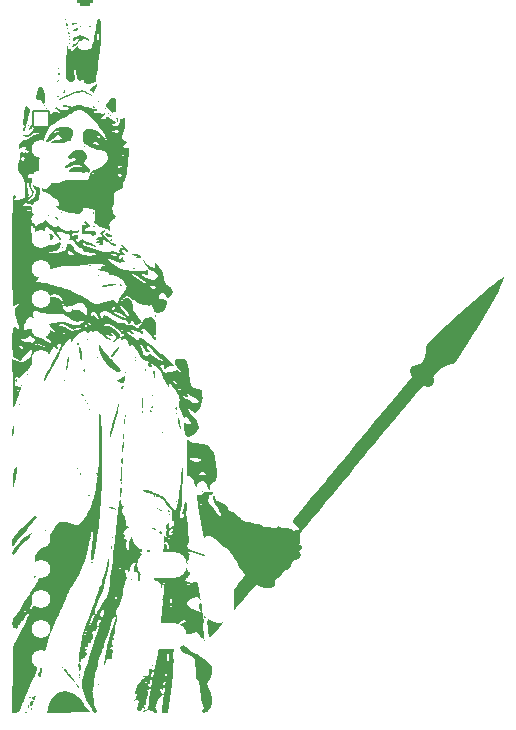
<source format=gbo>
%TF.GenerationSoftware,KiCad,Pcbnew,8.0.5*%
%TF.CreationDate,2024-11-09T23:36:57+01:00*%
%TF.ProjectId,STM32 Development Board,53544d33-3220-4446-9576-656c6f706d65,rev?*%
%TF.SameCoordinates,Original*%
%TF.FileFunction,Legend,Bot*%
%TF.FilePolarity,Positive*%
%FSLAX46Y46*%
G04 Gerber Fmt 4.6, Leading zero omitted, Abs format (unit mm)*
G04 Created by KiCad (PCBNEW 8.0.5) date 2024-11-09 23:36:57*
%MOMM*%
%LPD*%
G01*
G04 APERTURE LIST*
G04 Aperture macros list*
%AMRoundRect*
0 Rectangle with rounded corners*
0 $1 Rounding radius*
0 $2 $3 $4 $5 $6 $7 $8 $9 X,Y pos of 4 corners*
0 Add a 4 corners polygon primitive as box body*
4,1,4,$2,$3,$4,$5,$6,$7,$8,$9,$2,$3,0*
0 Add four circle primitives for the rounded corners*
1,1,$1+$1,$2,$3*
1,1,$1+$1,$4,$5*
1,1,$1+$1,$6,$7*
1,1,$1+$1,$8,$9*
0 Add four rect primitives between the rounded corners*
20,1,$1+$1,$2,$3,$4,$5,0*
20,1,$1+$1,$4,$5,$6,$7,0*
20,1,$1+$1,$6,$7,$8,$9,0*
20,1,$1+$1,$8,$9,$2,$3,0*%
G04 Aperture macros list end*
%ADD10C,0.000000*%
%ADD11O,1.104000X2.004000*%
%ADD12O,1.300000X0.800000*%
%ADD13RoundRect,0.200000X0.450000X-0.200000X0.450000X0.200000X-0.450000X0.200000X-0.450000X-0.200000X0*%
%ADD14O,2.554000X4.904000*%
%ADD15O,4.204000X2.204000*%
%ADD16RoundRect,0.102000X-0.685000X0.685000X-0.685000X-0.685000X0.685000X-0.685000X0.685000X0.685000X0*%
%ADD17C,1.574000*%
%ADD18C,0.900000*%
%ADD19RoundRect,0.200000X-0.450000X0.200000X-0.450000X-0.200000X0.450000X-0.200000X0.450000X0.200000X0*%
G04 APERTURE END LIST*
D10*
%TO.C,G\u002A\u002A\u002A*%
G36*
X42321097Y-113087395D02*
G01*
X42358439Y-113159547D01*
X42437493Y-113100314D01*
X42539592Y-112948700D01*
X42583917Y-112860156D01*
X42608519Y-112741654D01*
X42538218Y-112667262D01*
X42468332Y-112592133D01*
X42522786Y-112477644D01*
X42550176Y-112431109D01*
X42607596Y-112234041D01*
X42638129Y-111978175D01*
X42657978Y-111730424D01*
X42695032Y-111616931D01*
X42750952Y-111664235D01*
X42828557Y-111870747D01*
X42871720Y-112092106D01*
X42821317Y-112370526D01*
X42789249Y-112467401D01*
X42774032Y-112691858D01*
X42832046Y-112995987D01*
X42871847Y-113190734D01*
X42916677Y-113555314D01*
X42933174Y-113914169D01*
X42939129Y-114151006D01*
X42953947Y-114331986D01*
X42967935Y-114502821D01*
X42983190Y-114598058D01*
X43012931Y-114783725D01*
X43031447Y-114877886D01*
X43050454Y-114974549D01*
X43047163Y-115091262D01*
X43046283Y-115122468D01*
X42978303Y-115199090D01*
X42912334Y-115280172D01*
X42890695Y-115454876D01*
X42906834Y-115513940D01*
X42953985Y-115575394D01*
X42993590Y-115627013D01*
X43171236Y-115734838D01*
X43206870Y-115748868D01*
X43463233Y-115849805D01*
X43893042Y-115984307D01*
X43948745Y-116001407D01*
X44200190Y-116094826D01*
X44386246Y-116187376D01*
X44477773Y-116254716D01*
X44445515Y-116271706D01*
X44270226Y-116246945D01*
X44010969Y-116181340D01*
X43748198Y-116079244D01*
X43519234Y-115983617D01*
X43247724Y-115912214D01*
X43029222Y-115897504D01*
X42911196Y-115946987D01*
X42900474Y-115993180D01*
X42981928Y-116036570D01*
X43023316Y-116041750D01*
X43075657Y-116114747D01*
X43075299Y-116118770D01*
X43058822Y-116303722D01*
X43058207Y-116307023D01*
X43041881Y-116357555D01*
X42988878Y-116521612D01*
X42892119Y-116665322D01*
X42819937Y-116747047D01*
X42881727Y-116799741D01*
X42883360Y-116800357D01*
X42929495Y-116858236D01*
X42832806Y-116959696D01*
X42801739Y-116983861D01*
X42724599Y-117066261D01*
X42734167Y-117163800D01*
X42829978Y-117339032D01*
X42853476Y-117377852D01*
X42962973Y-117534768D01*
X43033421Y-117598382D01*
X43067620Y-117617120D01*
X43069378Y-117639482D01*
X43076364Y-117728330D01*
X43065112Y-117767849D01*
X43033398Y-117879234D01*
X43030760Y-117888498D01*
X42951005Y-118038085D01*
X42857295Y-118117558D01*
X42769881Y-118163852D01*
X42746584Y-118208037D01*
X42701132Y-118294243D01*
X42714114Y-118359266D01*
X42783333Y-118379288D01*
X42815387Y-118366695D01*
X42865534Y-118419141D01*
X42873829Y-118453390D01*
X42968284Y-118493228D01*
X43041233Y-118493700D01*
X43215933Y-118539921D01*
X43304138Y-118559580D01*
X43486569Y-118498829D01*
X43604934Y-118440341D01*
X43699752Y-118499820D01*
X43765928Y-118666991D01*
X43776936Y-118694799D01*
X43846088Y-119039726D01*
X43882457Y-119255724D01*
X43937485Y-119554256D01*
X43982584Y-119768366D01*
X43990953Y-119804633D01*
X44003215Y-119943560D01*
X43946060Y-119948466D01*
X43913594Y-119921728D01*
X43851941Y-119782123D01*
X43798761Y-119706115D01*
X43658521Y-119676355D01*
X43503623Y-119703574D01*
X43415231Y-119780082D01*
X43407269Y-119786974D01*
X43368247Y-119842128D01*
X43224362Y-119900000D01*
X43111337Y-119929720D01*
X42948700Y-120043382D01*
X42935380Y-120057546D01*
X42862665Y-120161182D01*
X42873306Y-120271942D01*
X42970801Y-120454939D01*
X42971509Y-120456138D01*
X43032129Y-120527465D01*
X43146357Y-120661869D01*
X43346633Y-120773440D01*
X43520553Y-120829642D01*
X43722576Y-120927508D01*
X43756323Y-120943856D01*
X43779370Y-120957796D01*
X43939928Y-121020697D01*
X44010812Y-120987280D01*
X43963896Y-120867844D01*
X43934091Y-120805080D01*
X43899302Y-120618680D01*
X43893894Y-120400330D01*
X43917394Y-120214682D01*
X43969328Y-120126387D01*
X43992314Y-120126454D01*
X44065910Y-120215263D01*
X44120025Y-120403671D01*
X44144058Y-120641292D01*
X44127407Y-120877741D01*
X44112691Y-120967896D01*
X44114190Y-121095387D01*
X44174609Y-121095701D01*
X44210222Y-121081593D01*
X44241654Y-121138593D01*
X44217939Y-121330420D01*
X44216125Y-121340235D01*
X44200560Y-121544013D01*
X44199880Y-121552922D01*
X44251762Y-121626214D01*
X44257145Y-121626376D01*
X44300033Y-121681772D01*
X44274161Y-121776118D01*
X44253279Y-121852266D01*
X44216758Y-121996813D01*
X44216176Y-122064617D01*
X44214505Y-122259228D01*
X44223994Y-122324919D01*
X44247740Y-122489321D01*
X44268580Y-122633605D01*
X44269608Y-122639161D01*
X44271822Y-122653722D01*
X44312977Y-122924383D01*
X44328928Y-123142461D01*
X44313992Y-123246580D01*
X44275200Y-123246878D01*
X44150294Y-123162996D01*
X43984752Y-122999034D01*
X43931424Y-122940011D01*
X43766878Y-122785920D01*
X43626327Y-122730397D01*
X43452057Y-122746029D01*
X43442341Y-122748011D01*
X43252049Y-122803611D01*
X43150417Y-122863785D01*
X43147696Y-122867401D01*
X43041191Y-122888380D01*
X42854670Y-122856108D01*
X42742355Y-122829045D01*
X42585031Y-122842494D01*
X42450129Y-122964915D01*
X42438802Y-122977673D01*
X42382915Y-123040620D01*
X42270208Y-123099653D01*
X42131081Y-123043478D01*
X42008545Y-122987536D01*
X41961326Y-123031689D01*
X41975627Y-123071094D01*
X42081394Y-123217802D01*
X42265097Y-123428797D01*
X42367771Y-123537379D01*
X42496782Y-123673814D01*
X42746498Y-123922584D01*
X42984291Y-124144841D01*
X43180209Y-124310317D01*
X43304298Y-124388747D01*
X43412081Y-124432622D01*
X43679869Y-124578395D01*
X43998294Y-124781017D01*
X44319658Y-125007731D01*
X44596260Y-125225782D01*
X44780402Y-125402413D01*
X44789882Y-125413787D01*
X44941486Y-125655579D01*
X44992640Y-125916439D01*
X44943794Y-126233737D01*
X44795401Y-126644843D01*
X44588052Y-127137482D01*
X44797579Y-127661217D01*
X44885519Y-127896643D01*
X44992757Y-128320064D01*
X44990970Y-128683457D01*
X44876122Y-129032964D01*
X44644177Y-129414725D01*
X44634836Y-129426476D01*
X44501648Y-129498217D01*
X44322785Y-129516757D01*
X44165875Y-129483794D01*
X44098543Y-129401025D01*
X44106950Y-129351268D01*
X44196986Y-129251760D01*
X44223387Y-129239459D01*
X44253391Y-129157357D01*
X44197988Y-128977758D01*
X44175171Y-128907949D01*
X44119893Y-128661467D01*
X44064028Y-128326802D01*
X44016744Y-127955664D01*
X43988296Y-127696758D01*
X43937845Y-127286201D01*
X43892344Y-127005968D01*
X43846646Y-126833601D01*
X43795601Y-126746648D01*
X43734062Y-126722654D01*
X43700866Y-126704780D01*
X43652270Y-126578855D01*
X43614427Y-126319306D01*
X43584509Y-125910784D01*
X43583329Y-125889606D01*
X43547436Y-125428558D01*
X43493911Y-125104733D01*
X43413030Y-124892143D01*
X43295072Y-124764796D01*
X43130313Y-124696706D01*
X43070733Y-124679558D01*
X42833958Y-124581393D01*
X42603522Y-124452858D01*
X42454530Y-124334238D01*
X42453154Y-124332577D01*
X42374112Y-124235342D01*
X42245907Y-124076258D01*
X42079733Y-123915440D01*
X41903423Y-123812243D01*
X41827973Y-123792606D01*
X41753008Y-123821643D01*
X41752233Y-123973245D01*
X41755107Y-124013503D01*
X41743543Y-124256710D01*
X41699864Y-124528643D01*
X41698476Y-124534863D01*
X41686875Y-124640238D01*
X41665322Y-124836013D01*
X41727077Y-125060622D01*
X41744459Y-125094071D01*
X41788528Y-125235900D01*
X41729002Y-125316419D01*
X41702369Y-125344169D01*
X41652772Y-125521404D01*
X41644385Y-125818447D01*
X41644205Y-125824827D01*
X41648320Y-126010481D01*
X41644615Y-126233080D01*
X41629725Y-126491120D01*
X41601345Y-126810077D01*
X41557167Y-127215427D01*
X41494885Y-127732649D01*
X41412192Y-128387217D01*
X41267510Y-129517476D01*
X40988442Y-129517476D01*
X40709374Y-129517476D01*
X40765740Y-129044822D01*
X40795788Y-128813724D01*
X40848263Y-128442310D01*
X40912499Y-128008750D01*
X40980713Y-127566570D01*
X41025561Y-127277150D01*
X41090571Y-126821113D01*
X41125918Y-126498582D01*
X41132697Y-126291079D01*
X41112006Y-126180127D01*
X41064941Y-126147249D01*
X41050268Y-126154333D01*
X41023049Y-126264017D01*
X41033080Y-126464242D01*
X41046065Y-126609162D01*
X41011941Y-126802547D01*
X40881407Y-126969535D01*
X40853392Y-126997172D01*
X40770359Y-127091604D01*
X40789967Y-127099795D01*
X40820508Y-127089423D01*
X40882039Y-127145710D01*
X40891254Y-127297893D01*
X40871082Y-127380259D01*
X40842018Y-127498935D01*
X40783147Y-127582072D01*
X40677617Y-127536693D01*
X40615695Y-127496394D01*
X40564685Y-127513107D01*
X40589200Y-127607957D01*
X40687216Y-127738419D01*
X40771721Y-127840597D01*
X40794799Y-127964834D01*
X40708863Y-128113126D01*
X40502265Y-128322236D01*
X40389093Y-128435081D01*
X40290322Y-128561110D01*
X40292940Y-128611045D01*
X40308191Y-128613007D01*
X40332487Y-128685177D01*
X40251840Y-128870048D01*
X40206845Y-128957363D01*
X40163102Y-129100783D01*
X40214563Y-129164601D01*
X40262576Y-129197859D01*
X40312956Y-129322456D01*
X40295273Y-129455479D01*
X40210453Y-129517476D01*
X40176401Y-129514439D01*
X40025501Y-129445888D01*
X39847528Y-129348893D01*
X39579984Y-129323155D01*
X39340701Y-129404786D01*
X39333566Y-129409731D01*
X39174772Y-129487217D01*
X39093559Y-129467892D01*
X39122024Y-129358544D01*
X39173712Y-129312487D01*
X39330906Y-129270874D01*
X39382948Y-129268587D01*
X39486819Y-129230771D01*
X39552824Y-129122128D01*
X39593918Y-128911469D01*
X39623061Y-128567602D01*
X39648582Y-128299729D01*
X39690593Y-128039229D01*
X39736867Y-127882885D01*
X39758126Y-127831438D01*
X39804092Y-127633579D01*
X39839916Y-127368810D01*
X39842404Y-127337507D01*
X40745879Y-127337507D01*
X40755717Y-127435060D01*
X40780441Y-127447920D01*
X40810517Y-127380259D01*
X40804585Y-127336742D01*
X40755717Y-127325459D01*
X40745879Y-127337507D01*
X39842404Y-127337507D01*
X39862633Y-127083012D01*
X39869277Y-126822066D01*
X39856882Y-126631853D01*
X39822484Y-126558253D01*
X39820810Y-126558306D01*
X39765027Y-126633168D01*
X39741909Y-126807434D01*
X39713525Y-126978050D01*
X39711659Y-126989268D01*
X39616192Y-127104858D01*
X39583564Y-127118242D01*
X39537769Y-127169602D01*
X39629548Y-127254793D01*
X39697305Y-127328224D01*
X39724903Y-127464725D01*
X39661237Y-127565503D01*
X39526034Y-127570406D01*
X39432474Y-127552931D01*
X39458961Y-127633442D01*
X39522187Y-127762222D01*
X39538165Y-127982523D01*
X39440494Y-128260653D01*
X39364817Y-128503460D01*
X39363954Y-128733753D01*
X39375105Y-128781855D01*
X39374760Y-128892840D01*
X39290822Y-128889987D01*
X39192928Y-128881650D01*
X39176738Y-128961038D01*
X39269255Y-129101215D01*
X39297177Y-129132640D01*
X39310269Y-129184268D01*
X39186941Y-129166422D01*
X39075309Y-129151454D01*
X39037773Y-129179887D01*
X39025873Y-129237404D01*
X38917033Y-129335790D01*
X38893553Y-129350028D01*
X38769780Y-129385987D01*
X38686075Y-129290593D01*
X38655185Y-129184255D01*
X38672252Y-128983172D01*
X38699557Y-128872836D01*
X38694231Y-128716020D01*
X38687094Y-128671128D01*
X38751558Y-128613269D01*
X38787342Y-128604617D01*
X38792485Y-128524408D01*
X38708024Y-128478669D01*
X38532859Y-128486925D01*
X38328152Y-128538303D01*
X38500726Y-128295944D01*
X38558845Y-128212781D01*
X38654292Y-128050405D01*
X38649929Y-127974466D01*
X38550000Y-127955664D01*
X38509749Y-127946389D01*
X38438575Y-127846366D01*
X38435348Y-127699661D01*
X38508899Y-127585761D01*
X38550933Y-127538619D01*
X38591100Y-127385473D01*
X38612876Y-127285368D01*
X38722964Y-127126550D01*
X38814671Y-127025434D01*
X38921672Y-126837157D01*
X39269369Y-126837157D01*
X39329344Y-126926274D01*
X39373130Y-126976699D01*
X39466648Y-127046969D01*
X39495307Y-126978050D01*
X39476175Y-126933146D01*
X39360379Y-126852868D01*
X39334315Y-126843185D01*
X39269369Y-126837157D01*
X38921672Y-126837157D01*
X38926431Y-126828783D01*
X38932894Y-126812646D01*
X39048465Y-126676218D01*
X39267221Y-126629259D01*
X39361203Y-126623896D01*
X39434773Y-126607759D01*
X39351456Y-126582442D01*
X39236225Y-126541378D01*
X39166504Y-126460752D01*
X39217476Y-126413451D01*
X39368141Y-126413231D01*
X39445285Y-126423614D01*
X39559465Y-126383367D01*
X39620833Y-126219318D01*
X39642538Y-126039471D01*
X39638955Y-126014970D01*
X39754824Y-126014970D01*
X39774447Y-126124987D01*
X39802507Y-126123714D01*
X39817620Y-126017098D01*
X39804457Y-125936299D01*
X39767957Y-125967436D01*
X39754824Y-126014970D01*
X39638955Y-126014970D01*
X39623358Y-125908333D01*
X39607507Y-125876184D01*
X39627231Y-125795652D01*
X39728883Y-125786956D01*
X39855491Y-125861572D01*
X39937325Y-126002354D01*
X39934735Y-126017098D01*
X39903219Y-126196481D01*
X39900568Y-126203458D01*
X39837441Y-126384871D01*
X39836508Y-126460750D01*
X39896723Y-126476052D01*
X39954010Y-126434749D01*
X40021634Y-126291101D01*
X40029392Y-126263151D01*
X40098648Y-125985289D01*
X40150722Y-125753818D01*
X41152074Y-125753818D01*
X41164858Y-125962298D01*
X41172542Y-125985621D01*
X41193880Y-125967996D01*
X41202450Y-125818447D01*
X41201655Y-125762675D01*
X41188683Y-125649013D01*
X41164858Y-125674596D01*
X41152074Y-125753818D01*
X40150722Y-125753818D01*
X40179317Y-125626712D01*
X40223960Y-125413593D01*
X41172949Y-125413593D01*
X41176615Y-125489644D01*
X41230582Y-125454754D01*
X41273144Y-125314889D01*
X41296559Y-125049827D01*
X41303721Y-124640238D01*
X41302838Y-124471039D01*
X41296453Y-124185276D01*
X41285249Y-123995007D01*
X41270832Y-123934682D01*
X41261988Y-123964117D01*
X41241383Y-124125883D01*
X41219066Y-124393719D01*
X41198526Y-124729288D01*
X41189501Y-124913471D01*
X41177591Y-125209503D01*
X41172949Y-125413593D01*
X40223960Y-125413593D01*
X40258749Y-125247515D01*
X40324298Y-124907792D01*
X40363315Y-124667638D01*
X40401408Y-124404094D01*
X40441924Y-124174434D01*
X40450691Y-124117249D01*
X40475572Y-123899972D01*
X40499589Y-123660680D01*
X41140579Y-123660680D01*
X41157851Y-123776012D01*
X41221521Y-123845631D01*
X41236341Y-123840563D01*
X41283914Y-123735531D01*
X41302463Y-123537379D01*
X41298575Y-123409267D01*
X41274102Y-123310921D01*
X41221521Y-123352427D01*
X41176319Y-123454534D01*
X41140579Y-123660680D01*
X40499589Y-123660680D01*
X40509780Y-123559142D01*
X40550835Y-123120829D01*
X40558990Y-123029305D01*
X41266131Y-123029305D01*
X41287655Y-123060837D01*
X41358832Y-123096439D01*
X41385922Y-122977673D01*
X41373866Y-122919012D01*
X41302380Y-122901153D01*
X41276440Y-122923732D01*
X41266131Y-123029305D01*
X40558990Y-123029305D01*
X40592457Y-122653722D01*
X41303721Y-122653722D01*
X41344822Y-122694822D01*
X41385922Y-122653722D01*
X41344822Y-122612622D01*
X41303721Y-122653722D01*
X40592457Y-122653722D01*
X40596254Y-122611104D01*
X40606632Y-122489321D01*
X43605339Y-122489321D01*
X43646440Y-122530421D01*
X43687540Y-122489321D01*
X43646440Y-122448220D01*
X43605339Y-122489321D01*
X40606632Y-122489321D01*
X40620643Y-122324919D01*
X41303721Y-122324919D01*
X41344822Y-122366020D01*
X41385922Y-122324919D01*
X41344822Y-122283819D01*
X41303721Y-122324919D01*
X40620643Y-122324919D01*
X40640719Y-122089342D01*
X41318262Y-122089342D01*
X41385922Y-122119418D01*
X41429439Y-122113485D01*
X41440722Y-122064617D01*
X41428674Y-122054779D01*
X41331122Y-122064617D01*
X41318262Y-122089342D01*
X40640719Y-122089342D01*
X40643557Y-122056037D01*
X40646047Y-122026829D01*
X42148858Y-122026829D01*
X42158329Y-122023130D01*
X42274524Y-121987523D01*
X42475081Y-121930131D01*
X42535852Y-121911785D01*
X42712354Y-121839089D01*
X42783333Y-121776118D01*
X42748234Y-121725189D01*
X42615091Y-121710968D01*
X42436465Y-121748320D01*
X42270439Y-121823314D01*
X42175094Y-121922016D01*
X42156475Y-121974822D01*
X42148858Y-122026829D01*
X40646047Y-122026829D01*
X40671329Y-121730241D01*
X40693126Y-121489433D01*
X41396511Y-121489433D01*
X41410111Y-121728965D01*
X41422927Y-121770606D01*
X41439322Y-121721801D01*
X41445734Y-121544013D01*
X41443336Y-121423384D01*
X41430439Y-121320108D01*
X41410111Y-121359062D01*
X41396511Y-121489433D01*
X40693126Y-121489433D01*
X40718154Y-121212927D01*
X40746140Y-120927508D01*
X41468123Y-120927508D01*
X41509223Y-120968609D01*
X41550323Y-120927508D01*
X41509223Y-120886408D01*
X41468123Y-120927508D01*
X40746140Y-120927508D01*
X40762220Y-120763513D01*
X40771330Y-120679549D01*
X41398763Y-120679549D01*
X41412278Y-120725953D01*
X41468265Y-120766489D01*
X41524633Y-120689939D01*
X41550323Y-120527465D01*
X41531169Y-120420375D01*
X41460414Y-120450233D01*
X41421078Y-120509875D01*
X41398763Y-120679549D01*
X40771330Y-120679549D01*
X40801010Y-120405999D01*
X40830988Y-120172307D01*
X41439305Y-120172307D01*
X41479146Y-120276716D01*
X41510175Y-120285076D01*
X41551446Y-120213104D01*
X41563424Y-120104691D01*
X41605495Y-119907697D01*
X41623600Y-119780082D01*
X41573087Y-119762631D01*
X41508621Y-119846093D01*
X41447861Y-120024048D01*
X41439305Y-120172307D01*
X40830988Y-120172307D01*
X40832004Y-120164385D01*
X40852687Y-120062671D01*
X40865109Y-120032442D01*
X40817403Y-119982201D01*
X40774198Y-119942969D01*
X40809600Y-119779112D01*
X40824230Y-119733675D01*
X40866296Y-119493922D01*
X40879632Y-119218185D01*
X40879354Y-119142156D01*
X40894833Y-118876832D01*
X40929223Y-118681468D01*
X40931608Y-118666991D01*
X42865534Y-118666991D01*
X42877743Y-118703231D01*
X42983983Y-118749191D01*
X43034302Y-118742626D01*
X43153236Y-118666991D01*
X43148446Y-118616434D01*
X43034786Y-118584790D01*
X42934588Y-118600850D01*
X42865534Y-118666991D01*
X40931608Y-118666991D01*
X40948029Y-118567330D01*
X40898257Y-118502589D01*
X40833249Y-118526571D01*
X40797906Y-118627998D01*
X40777797Y-118850350D01*
X40760908Y-118923298D01*
X40689413Y-118973651D01*
X40646625Y-118932143D01*
X40628328Y-118790291D01*
X40625844Y-118651353D01*
X40520022Y-118467488D01*
X40292643Y-118391811D01*
X40135409Y-118347275D01*
X40048815Y-118196701D01*
X40506214Y-118196701D01*
X40525651Y-118294229D01*
X40542138Y-118327169D01*
X40552314Y-118205909D01*
X40905633Y-118205909D01*
X40925256Y-118315925D01*
X40953316Y-118314652D01*
X40968429Y-118208037D01*
X40955266Y-118127238D01*
X40918766Y-118158374D01*
X40905633Y-118205909D01*
X40552314Y-118205909D01*
X40552721Y-118201060D01*
X40565798Y-118084193D01*
X40610183Y-117877106D01*
X40987834Y-117877106D01*
X41007456Y-117987123D01*
X41035517Y-117985850D01*
X41050630Y-117879234D01*
X41037467Y-117798435D01*
X41000967Y-117829571D01*
X40987834Y-117877106D01*
X40610183Y-117877106D01*
X40611222Y-117872257D01*
X40630649Y-117808868D01*
X40633078Y-117767849D01*
X40564715Y-117867898D01*
X40517648Y-117983765D01*
X40506214Y-118196701D01*
X40048815Y-118196701D01*
X40046327Y-118192375D01*
X40039600Y-118066769D01*
X40081735Y-117961472D01*
X40114591Y-117925957D01*
X40152912Y-117783653D01*
X40139697Y-117731735D01*
X40064054Y-117750512D01*
X39903971Y-117888325D01*
X39821952Y-117965771D01*
X39688813Y-118065871D01*
X39579934Y-118069595D01*
X39431318Y-117990821D01*
X39428872Y-117989325D01*
X39272412Y-117852042D01*
X39207256Y-117712783D01*
X39196101Y-117639482D01*
X40974919Y-117639482D01*
X41016019Y-117680583D01*
X41057119Y-117639482D01*
X41016019Y-117598382D01*
X40974919Y-117639482D01*
X39196101Y-117639482D01*
X39195788Y-117637423D01*
X39124634Y-117543325D01*
X39093604Y-117543388D01*
X39001787Y-117631822D01*
X38920153Y-117804685D01*
X38871403Y-118004054D01*
X38878238Y-118172010D01*
X38891962Y-118290978D01*
X38804196Y-118338188D01*
X38779937Y-118336707D01*
X38712147Y-118276438D01*
X38724633Y-118102076D01*
X38728691Y-117988099D01*
X38683557Y-117807106D01*
X38600531Y-117652488D01*
X38505917Y-117568521D01*
X38426021Y-117599479D01*
X38417620Y-117610183D01*
X38392840Y-117574630D01*
X38388264Y-117437430D01*
X38400940Y-117248657D01*
X38427919Y-117058383D01*
X38433724Y-117036923D01*
X39052945Y-117036923D01*
X39053134Y-117219441D01*
X39106027Y-117320260D01*
X39192535Y-117298350D01*
X39221149Y-117248575D01*
X39248705Y-117091478D01*
X39261240Y-116998371D01*
X39340969Y-116947688D01*
X39486846Y-117043528D01*
X39499320Y-117055356D01*
X39568493Y-117094045D01*
X39564936Y-116990920D01*
X39514135Y-116899677D01*
X40728317Y-116899677D01*
X40769417Y-116940777D01*
X40810517Y-116899677D01*
X40769417Y-116858576D01*
X40728317Y-116899677D01*
X39514135Y-116899677D01*
X39507182Y-116887189D01*
X39318696Y-116812466D01*
X39292603Y-116810643D01*
X41005905Y-116810643D01*
X41009453Y-116899677D01*
X41009727Y-116906559D01*
X41030688Y-117094045D01*
X41035452Y-117136661D01*
X41075322Y-117213001D01*
X41122198Y-117132087D01*
X41168943Y-116890426D01*
X41205303Y-116592503D01*
X41217309Y-116357555D01*
X41192869Y-116235759D01*
X41130525Y-116200971D01*
X41090462Y-116218703D01*
X41089896Y-116235221D01*
X41086845Y-116324272D01*
X41101225Y-116386903D01*
X41064976Y-116447573D01*
X41045468Y-116463037D01*
X41013798Y-116592532D01*
X41005905Y-116810643D01*
X39292603Y-116810643D01*
X39255173Y-116808028D01*
X39120402Y-116848768D01*
X39057868Y-117008924D01*
X39052945Y-117036923D01*
X38433724Y-117036923D01*
X38466250Y-116916682D01*
X38492916Y-116844542D01*
X38492082Y-116739288D01*
X38399734Y-116756890D01*
X38229915Y-116898431D01*
X38209637Y-116919568D01*
X38072014Y-117118824D01*
X38027723Y-117264728D01*
X38015695Y-117304351D01*
X38000325Y-117392880D01*
X37992517Y-117437855D01*
X37898862Y-117593015D01*
X37871963Y-117614521D01*
X37810272Y-117634441D01*
X37826568Y-117519658D01*
X37830292Y-117504953D01*
X37832272Y-117393679D01*
X37737900Y-117400453D01*
X37671078Y-117428649D01*
X37616515Y-117485469D01*
X37628228Y-117597673D01*
X37701938Y-117814537D01*
X37722174Y-117873842D01*
X37756230Y-118097535D01*
X37690460Y-118313577D01*
X37690261Y-118313999D01*
X37606409Y-118543690D01*
X37570833Y-118641141D01*
X37471147Y-119047466D01*
X37412080Y-119447897D01*
X37400125Y-119549808D01*
X37382523Y-119639588D01*
X37345732Y-119827250D01*
X37290870Y-120023301D01*
X37268625Y-120102796D01*
X37205235Y-120269903D01*
X37185101Y-120322978D01*
X37111454Y-120434326D01*
X37095277Y-120447679D01*
X37073107Y-120478237D01*
X37002340Y-120575777D01*
X36894327Y-120776068D01*
X36839716Y-120901353D01*
X36801666Y-121080798D01*
X36851027Y-121223564D01*
X36889414Y-121292554D01*
X36938560Y-121476227D01*
X36914861Y-121707933D01*
X36816237Y-122036280D01*
X36784409Y-122139865D01*
X36732245Y-122414515D01*
X36732650Y-122629595D01*
X36738248Y-122804380D01*
X36636252Y-122943556D01*
X36552841Y-123017682D01*
X36597734Y-123076346D01*
X36603249Y-123078774D01*
X36690707Y-123178073D01*
X36680057Y-123295656D01*
X36577184Y-123352427D01*
X36526115Y-123355127D01*
X36466558Y-123393050D01*
X36469116Y-123507452D01*
X36528805Y-123738050D01*
X36559325Y-123856884D01*
X36559039Y-123956549D01*
X36487704Y-123954765D01*
X36422861Y-123948669D01*
X36371682Y-124042338D01*
X36388085Y-124107965D01*
X36494983Y-124174434D01*
X36593974Y-124228494D01*
X36611932Y-124351578D01*
X36531827Y-124464767D01*
X36529524Y-124466288D01*
X36477515Y-124581562D01*
X36477370Y-124585437D01*
X36470177Y-124777870D01*
X36474460Y-124951390D01*
X36409474Y-125019620D01*
X36227831Y-125022019D01*
X36085855Y-125020971D01*
X35983837Y-125068043D01*
X35960679Y-125202119D01*
X35942966Y-125334834D01*
X35879716Y-125447779D01*
X35864219Y-125456566D01*
X35836678Y-125457882D01*
X35826432Y-125411892D01*
X35836077Y-125295738D01*
X35868209Y-125086566D01*
X35925423Y-124761517D01*
X35965479Y-124542685D01*
X36224844Y-124542685D01*
X36234681Y-124640238D01*
X36259406Y-124653098D01*
X36289482Y-124585437D01*
X36283550Y-124541920D01*
X36234681Y-124530637D01*
X36224844Y-124542685D01*
X35965479Y-124542685D01*
X36010316Y-124297735D01*
X36040957Y-124135708D01*
X36105058Y-123822714D01*
X36159643Y-123588926D01*
X36195395Y-123475728D01*
X36231542Y-123378517D01*
X36269149Y-123188026D01*
X36273419Y-123154574D01*
X36294473Y-123033734D01*
X36331966Y-122893564D01*
X36396905Y-122700675D01*
X36500296Y-122421682D01*
X36653146Y-122023197D01*
X36662265Y-121999538D01*
X36764695Y-121727136D01*
X36837304Y-121522104D01*
X36864886Y-121427243D01*
X36856584Y-121395531D01*
X36775486Y-121374013D01*
X36663360Y-121424704D01*
X36589338Y-121523463D01*
X36538435Y-121704312D01*
X36337676Y-122374772D01*
X36153043Y-122921747D01*
X35990905Y-123326056D01*
X35915775Y-123509627D01*
X35849136Y-123733510D01*
X35841465Y-123867740D01*
X35844254Y-123951730D01*
X35758918Y-124089129D01*
X35690911Y-124167138D01*
X35631877Y-124332460D01*
X35623780Y-124402650D01*
X35556120Y-124548447D01*
X35551171Y-124554460D01*
X35496073Y-124684867D01*
X35426903Y-124924505D01*
X35357421Y-125226423D01*
X35350702Y-125258749D01*
X35278440Y-125562130D01*
X35205613Y-125802988D01*
X35147031Y-125931677D01*
X35128845Y-125966569D01*
X35082748Y-126147549D01*
X35039229Y-126430183D01*
X35005728Y-126770302D01*
X34993557Y-126917026D01*
X34956753Y-127236936D01*
X34914524Y-127480065D01*
X34873795Y-127602710D01*
X34845438Y-127656334D01*
X34854766Y-127797404D01*
X34879518Y-127867314D01*
X34917140Y-128072111D01*
X34944861Y-128339906D01*
X34961062Y-128496881D01*
X35020284Y-128821155D01*
X35098390Y-129080008D01*
X35166185Y-129250004D01*
X35211881Y-129420724D01*
X35179443Y-129498819D01*
X35066445Y-129517476D01*
X34934222Y-129457799D01*
X34808483Y-129267526D01*
X34783134Y-129210997D01*
X34648085Y-128963531D01*
X34484184Y-128712672D01*
X34460826Y-128678223D01*
X34329758Y-128426682D01*
X34194509Y-128090034D01*
X34080939Y-127731219D01*
X34051429Y-127622344D01*
X33994302Y-127402117D01*
X33959267Y-127216246D01*
X33950287Y-127037442D01*
X33971327Y-126838418D01*
X34026352Y-126591884D01*
X34119327Y-126270553D01*
X34254215Y-125847135D01*
X34434983Y-125294342D01*
X34556924Y-124921117D01*
X34806608Y-124151902D01*
X35008551Y-123520791D01*
X35166374Y-123015479D01*
X35283695Y-122623665D01*
X35364135Y-122333043D01*
X35411315Y-122131311D01*
X35428854Y-122006166D01*
X35420372Y-121945303D01*
X35398722Y-121896142D01*
X35454775Y-121906067D01*
X35516467Y-121912414D01*
X35549676Y-121795466D01*
X35534190Y-121695293D01*
X35470367Y-121626214D01*
X35435717Y-121633913D01*
X35332752Y-121739636D01*
X35266885Y-121911126D01*
X35271465Y-122073409D01*
X35283026Y-122158227D01*
X35222993Y-122322365D01*
X35178363Y-122399866D01*
X35177861Y-122478127D01*
X35177548Y-122526820D01*
X35185007Y-122572660D01*
X35096552Y-122612622D01*
X35001249Y-122633513D01*
X34839228Y-122735923D01*
X34775610Y-122818018D01*
X34812793Y-122859224D01*
X34854067Y-122873346D01*
X34866189Y-122972508D01*
X34856552Y-123033328D01*
X34914935Y-123178010D01*
X34956845Y-123246036D01*
X34867411Y-123270227D01*
X34785074Y-123296498D01*
X34727670Y-123434628D01*
X34704784Y-123530499D01*
X34604369Y-123599029D01*
X34598278Y-123599152D01*
X34499192Y-123660052D01*
X34492383Y-123778020D01*
X34583818Y-123873392D01*
X34585609Y-123874130D01*
X34589252Y-123904861D01*
X34460517Y-123921342D01*
X34353336Y-123939163D01*
X34247607Y-123998369D01*
X34228626Y-124062309D01*
X34326731Y-124092233D01*
X34369098Y-124114434D01*
X34314830Y-124215534D01*
X34311467Y-124221799D01*
X34304120Y-124230743D01*
X34246803Y-124343758D01*
X34321952Y-124427301D01*
X34385560Y-124486272D01*
X34348296Y-124564887D01*
X34281308Y-124639657D01*
X34198905Y-124811489D01*
X34135808Y-124923012D01*
X33973530Y-124996440D01*
X33868105Y-125018234D01*
X33852178Y-125117109D01*
X33864184Y-125179704D01*
X33815881Y-125288828D01*
X33783411Y-125322046D01*
X33809845Y-125435312D01*
X33816635Y-125445192D01*
X33851971Y-125598914D01*
X33842614Y-125818286D01*
X33813479Y-125976540D01*
X33780318Y-126025659D01*
X33734717Y-125941587D01*
X33733516Y-125938488D01*
X33678693Y-125717473D01*
X33666563Y-125490791D01*
X33694984Y-125313781D01*
X33761812Y-125241784D01*
X33813818Y-125228567D01*
X33749873Y-125167903D01*
X33711265Y-125139471D01*
X33680411Y-125090158D01*
X33668829Y-125001555D01*
X33678273Y-124849120D01*
X33710498Y-124608315D01*
X33767258Y-124254599D01*
X33773863Y-124215534D01*
X34070064Y-124215534D01*
X34111165Y-124256635D01*
X34152265Y-124215534D01*
X34111165Y-124174434D01*
X34070064Y-124215534D01*
X33773863Y-124215534D01*
X33850309Y-123763431D01*
X33850643Y-123761469D01*
X33967597Y-123210029D01*
X34001551Y-123085103D01*
X34104142Y-123085103D01*
X34117477Y-123087858D01*
X34186288Y-123009789D01*
X34274487Y-122833384D01*
X34291137Y-122793120D01*
X34374031Y-122568957D01*
X34388622Y-122478127D01*
X34337908Y-122527295D01*
X34224889Y-122723129D01*
X34181643Y-122810051D01*
X34110799Y-122991532D01*
X34104142Y-123085103D01*
X34001551Y-123085103D01*
X34134444Y-122596160D01*
X34328800Y-121995168D01*
X34528284Y-121482363D01*
X34640842Y-121225680D01*
X34762528Y-120948058D01*
X34825879Y-120786662D01*
X34929711Y-120497388D01*
X35054708Y-120132798D01*
X35185954Y-119735599D01*
X35187701Y-119730210D01*
X35310834Y-119361734D01*
X35420476Y-119054050D01*
X35504749Y-118839192D01*
X35551772Y-118749191D01*
X35558956Y-118742588D01*
X35614697Y-118622810D01*
X35667437Y-118420389D01*
X35669431Y-118410322D01*
X35731588Y-118163735D01*
X35801641Y-117968285D01*
X35826884Y-117903842D01*
X35895960Y-117686358D01*
X35983627Y-117377901D01*
X36076924Y-117022978D01*
X36098659Y-116938040D01*
X36185072Y-116628425D01*
X36243803Y-116465640D01*
X36275354Y-116437192D01*
X36280224Y-116530589D01*
X36258913Y-116733338D01*
X36211922Y-117032946D01*
X36139751Y-117416920D01*
X36042899Y-117872768D01*
X36017962Y-117983954D01*
X35907075Y-118462007D01*
X35807345Y-118845356D01*
X35702452Y-119182653D01*
X35576078Y-119522548D01*
X35411906Y-119913691D01*
X35193615Y-120404731D01*
X35110839Y-120611936D01*
X35038682Y-120870529D01*
X35030295Y-121041786D01*
X35040820Y-121149497D01*
X34994603Y-121215211D01*
X34933629Y-121280873D01*
X34831802Y-121452630D01*
X34712722Y-121683695D01*
X34599299Y-121927252D01*
X34514444Y-122136485D01*
X34481068Y-122264577D01*
X34503976Y-122289952D01*
X34585618Y-122201262D01*
X34713376Y-122000020D01*
X34873527Y-121705766D01*
X35020957Y-121425680D01*
X35200134Y-121101871D01*
X35513941Y-121101871D01*
X35520855Y-121278279D01*
X35549902Y-121367400D01*
X35624689Y-121453038D01*
X35705617Y-121380527D01*
X35784866Y-121153560D01*
X35850849Y-120886226D01*
X35910557Y-120624357D01*
X35933352Y-120478237D01*
X35922627Y-120422623D01*
X35881773Y-120432268D01*
X35823626Y-120523264D01*
X35790500Y-120706308D01*
X35785448Y-120817061D01*
X35764907Y-120861984D01*
X35714077Y-120763107D01*
X35678105Y-120681344D01*
X35646624Y-120647503D01*
X35637654Y-120767217D01*
X35621509Y-120872229D01*
X35552368Y-121015237D01*
X35513941Y-121101871D01*
X35200134Y-121101871D01*
X35249090Y-121013398D01*
X35476270Y-120623869D01*
X35683857Y-120287913D01*
X35695981Y-120269903D01*
X35960679Y-120269903D01*
X36001780Y-120311003D01*
X36042880Y-120269903D01*
X36001780Y-120228803D01*
X35960679Y-120269903D01*
X35695981Y-120269903D01*
X35853210Y-120036350D01*
X35863974Y-120023301D01*
X37111488Y-120023301D01*
X37152589Y-120064402D01*
X37193689Y-120023301D01*
X37152589Y-119982201D01*
X37111488Y-120023301D01*
X35863974Y-120023301D01*
X35965689Y-119900000D01*
X36020823Y-119837713D01*
X36052589Y-119776699D01*
X36782686Y-119776699D01*
X36790482Y-119911638D01*
X36814203Y-119982201D01*
X36844856Y-119930713D01*
X36885005Y-119776699D01*
X36893039Y-119639588D01*
X36853487Y-119571198D01*
X36806945Y-119622161D01*
X36782686Y-119776699D01*
X36052589Y-119776699D01*
X36093858Y-119697434D01*
X36161839Y-119482210D01*
X36228427Y-119174257D01*
X36297283Y-118755791D01*
X36326294Y-118543690D01*
X36947087Y-118543690D01*
X36988187Y-118584790D01*
X37029288Y-118543690D01*
X36988187Y-118502589D01*
X36947087Y-118543690D01*
X36326294Y-118543690D01*
X36372069Y-118209027D01*
X36456446Y-117516181D01*
X36470927Y-117392880D01*
X37358090Y-117392880D01*
X37399191Y-117433981D01*
X37440291Y-117392880D01*
X37399191Y-117351780D01*
X37358090Y-117392880D01*
X36470927Y-117392880D01*
X36480012Y-117315531D01*
X37111488Y-117315531D01*
X37113625Y-117323735D01*
X37193689Y-117351780D01*
X37216219Y-117348435D01*
X37275890Y-117264728D01*
X37269435Y-117234997D01*
X37193689Y-117228479D01*
X37169089Y-117245351D01*
X37111488Y-117315531D01*
X36480012Y-117315531D01*
X36487716Y-117249932D01*
X36557401Y-116660803D01*
X36590638Y-116382031D01*
X39101208Y-116382031D01*
X39112065Y-116550324D01*
X39140608Y-116564268D01*
X39153525Y-116447573D01*
X39142067Y-116334496D01*
X39112065Y-116344822D01*
X39101208Y-116382031D01*
X36590638Y-116382031D01*
X36628465Y-116064768D01*
X36694132Y-115518563D01*
X36747622Y-115078925D01*
X36765558Y-114926861D01*
X37275890Y-114926861D01*
X37316990Y-114967961D01*
X37358090Y-114926861D01*
X37316990Y-114885761D01*
X37275890Y-114926861D01*
X36765558Y-114926861D01*
X36790519Y-114715239D01*
X36840859Y-114252162D01*
X36882127Y-113832925D01*
X36908196Y-113517113D01*
X36930121Y-113223335D01*
X36957254Y-112918491D01*
X36980984Y-112707444D01*
X37001101Y-112555164D01*
X37036491Y-112265789D01*
X37073270Y-111947088D01*
X37112986Y-111689734D01*
X37167112Y-111501438D01*
X37219925Y-111435389D01*
X37259993Y-111504338D01*
X37275890Y-111721036D01*
X37278513Y-111812088D01*
X37318147Y-111966038D01*
X37419741Y-112009997D01*
X37493496Y-112021583D01*
X37473091Y-112071647D01*
X37401074Y-112172221D01*
X37340083Y-112361001D01*
X37340472Y-112553809D01*
X37451133Y-112672146D01*
X37545810Y-112765021D01*
X37604692Y-112952086D01*
X37622357Y-113086935D01*
X37684200Y-113198983D01*
X37725990Y-113304607D01*
X37715026Y-113491537D01*
X37702596Y-113562719D01*
X37710564Y-113698512D01*
X37799919Y-113734952D01*
X37866242Y-113745873D01*
X37933495Y-113817152D01*
X37906279Y-113863352D01*
X37777135Y-113899353D01*
X37649242Y-113954376D01*
X37530533Y-114158221D01*
X37496340Y-114257415D01*
X37449373Y-114414464D01*
X37458404Y-114462452D01*
X37522492Y-114433657D01*
X37560312Y-114419815D01*
X37601876Y-114469279D01*
X37582589Y-114584123D01*
X37506051Y-114704919D01*
X37490920Y-114720725D01*
X37470136Y-114786132D01*
X37593791Y-114803560D01*
X37728882Y-114834656D01*
X37738019Y-114926861D01*
X37740055Y-114947411D01*
X37710871Y-115051420D01*
X37650412Y-115264757D01*
X37646957Y-115407659D01*
X37761420Y-115634660D01*
X37921954Y-115831068D01*
X37920010Y-115502266D01*
X37920264Y-115469554D01*
X37949817Y-115179253D01*
X38013759Y-114926861D01*
X38019009Y-114913280D01*
X38081261Y-114741846D01*
X38103675Y-114659709D01*
X38103599Y-114659416D01*
X38156463Y-114618609D01*
X38170058Y-114621006D01*
X38228566Y-114716356D01*
X38288330Y-114908003D01*
X38300647Y-114953969D01*
X38397189Y-115170211D01*
X38517465Y-115301348D01*
X38608183Y-115372556D01*
X38673301Y-115505158D01*
X38704440Y-115575459D01*
X38837702Y-115625567D01*
X38932940Y-115631965D01*
X39002103Y-115659944D01*
X39008475Y-115693308D01*
X39051998Y-115824345D01*
X39059691Y-115912386D01*
X38951507Y-115954369D01*
X38887150Y-115958884D01*
X38878935Y-115996869D01*
X39004363Y-116093259D01*
X39159947Y-116216605D01*
X39274307Y-116341590D01*
X39314600Y-116388730D01*
X39409545Y-116408674D01*
X39448582Y-116403129D01*
X39489331Y-116447573D01*
X39523608Y-116484959D01*
X39533469Y-116554204D01*
X39450020Y-116557893D01*
X39390355Y-116547318D01*
X39330906Y-116603180D01*
X39338201Y-116636847D01*
X39433657Y-116695297D01*
X39539595Y-116707360D01*
X39734213Y-116749346D01*
X39863154Y-116767682D01*
X39877797Y-116714541D01*
X39851263Y-116559419D01*
X39938585Y-116422941D01*
X40101785Y-116379223D01*
X40170950Y-116385266D01*
X40288120Y-116344110D01*
X40308430Y-116233093D01*
X40823432Y-116233093D01*
X40843055Y-116343110D01*
X40871115Y-116341837D01*
X40886229Y-116235221D01*
X40873065Y-116154422D01*
X40836566Y-116185558D01*
X40823432Y-116233093D01*
X40308430Y-116233093D01*
X40317314Y-116184531D01*
X40300124Y-116127342D01*
X40218673Y-116184531D01*
X40149839Y-116242994D01*
X40033595Y-116274332D01*
X39988511Y-116173571D01*
X39988630Y-116167486D01*
X40033105Y-116087315D01*
X40072908Y-116076018D01*
X42143290Y-116076018D01*
X42153128Y-116173571D01*
X42177852Y-116186431D01*
X42207928Y-116118770D01*
X42201996Y-116075254D01*
X42153128Y-116063970D01*
X42143290Y-116076018D01*
X40072908Y-116076018D01*
X40178968Y-116045916D01*
X40457091Y-116034099D01*
X40574758Y-116016618D01*
X40693418Y-115944335D01*
X40734835Y-115901607D01*
X40810120Y-115953727D01*
X40838252Y-115944419D01*
X40860987Y-115808761D01*
X40868689Y-115572050D01*
X40868782Y-115379710D01*
X40872064Y-115132363D01*
X40892718Y-115132363D01*
X40903602Y-115167239D01*
X41007224Y-115214563D01*
X41101755Y-115246551D01*
X41179150Y-115392668D01*
X41165211Y-115617638D01*
X41155738Y-115724441D01*
X41211933Y-115789968D01*
X41258445Y-115748868D01*
X42207928Y-115748868D01*
X42249029Y-115789968D01*
X42290129Y-115748868D01*
X42249029Y-115707767D01*
X42207928Y-115748868D01*
X41258445Y-115748868D01*
X41275770Y-115733559D01*
X41306093Y-115575394D01*
X41296918Y-115376120D01*
X41251651Y-115197190D01*
X41173697Y-115100057D01*
X41149691Y-115091262D01*
X42290129Y-115091262D01*
X42331229Y-115132363D01*
X42372330Y-115091262D01*
X42331229Y-115050162D01*
X42290129Y-115091262D01*
X41149691Y-115091262D01*
X41136620Y-115086473D01*
X40953463Y-115055356D01*
X40892718Y-115132363D01*
X40872064Y-115132363D01*
X40873317Y-115037945D01*
X40881975Y-114762460D01*
X40886601Y-114674013D01*
X40904280Y-114522734D01*
X40944217Y-114505019D01*
X41026458Y-114598058D01*
X41069037Y-114650961D01*
X41121343Y-114692115D01*
X41127947Y-114616936D01*
X41127301Y-114612457D01*
X41240036Y-114612457D01*
X41247537Y-114720675D01*
X41259100Y-114777942D01*
X41309272Y-114906691D01*
X41361688Y-114958328D01*
X41385922Y-114894610D01*
X41393319Y-114857531D01*
X41468123Y-114844660D01*
X41469102Y-114845265D01*
X41546832Y-114877886D01*
X41515234Y-114822140D01*
X41386656Y-114699961D01*
X41293287Y-114623522D01*
X41240036Y-114612457D01*
X41127301Y-114612457D01*
X41097061Y-114402704D01*
X41078066Y-114259191D01*
X41303721Y-114259191D01*
X41329043Y-114397711D01*
X41428904Y-114558520D01*
X41450918Y-114576519D01*
X41523450Y-114617528D01*
X41519131Y-114598058D01*
X42290129Y-114598058D01*
X42331229Y-114639159D01*
X42372330Y-114598058D01*
X42331229Y-114556958D01*
X42290129Y-114598058D01*
X41519131Y-114598058D01*
X41505069Y-114534674D01*
X41498290Y-114452018D01*
X41605938Y-114368182D01*
X41646629Y-114357451D01*
X41708025Y-114331986D01*
X41611974Y-114319892D01*
X41604811Y-114319320D01*
X41489691Y-114267575D01*
X41479045Y-114187502D01*
X41583728Y-114145955D01*
X41655660Y-114110363D01*
X41648703Y-113961003D01*
X41633805Y-113909260D01*
X41597524Y-113839510D01*
X41568170Y-113919903D01*
X41534881Y-113995441D01*
X41420995Y-114063754D01*
X41346231Y-114104339D01*
X41303721Y-114259191D01*
X41078066Y-114259191D01*
X41074255Y-114230395D01*
X41081301Y-114106468D01*
X41137127Y-114103499D01*
X41149433Y-114110122D01*
X41174591Y-114076567D01*
X41110094Y-113922315D01*
X41037487Y-113762431D01*
X41042212Y-113652104D01*
X41144405Y-113544169D01*
X41248552Y-113464470D01*
X41295614Y-113488557D01*
X41303721Y-113653556D01*
X41303824Y-113677183D01*
X41323121Y-113854908D01*
X41390473Y-113882163D01*
X41527040Y-113769978D01*
X41542549Y-113754738D01*
X41648828Y-113686956D01*
X41724407Y-113749428D01*
X41739753Y-113768572D01*
X41774811Y-113732091D01*
X41781343Y-113550000D01*
X41777789Y-113485749D01*
X41741133Y-113295571D01*
X41677830Y-113244236D01*
X41599185Y-113344499D01*
X41596777Y-113349099D01*
X41579385Y-113312827D01*
X41575466Y-113148091D01*
X41585956Y-112887173D01*
X41586981Y-112870193D01*
X41814488Y-112870193D01*
X41824325Y-112967746D01*
X41849050Y-112980606D01*
X41879126Y-112912945D01*
X41873194Y-112869428D01*
X41824325Y-112858145D01*
X41814488Y-112870193D01*
X41586981Y-112870193D01*
X41619766Y-112327096D01*
X41256242Y-111985007D01*
X41093723Y-111822345D01*
X40948621Y-111652582D01*
X40892718Y-111551320D01*
X40865419Y-111494847D01*
X40730167Y-111391834D01*
X40538441Y-111305282D01*
X40354546Y-111268932D01*
X40301352Y-111257235D01*
X40255663Y-111167733D01*
X40245178Y-111131750D01*
X40116034Y-111052930D01*
X39865210Y-110982395D01*
X39577218Y-110909464D01*
X39335145Y-110820396D01*
X39187885Y-110733529D01*
X39168608Y-110664024D01*
X39168784Y-110663852D01*
X39268194Y-110663913D01*
X39479609Y-110713106D01*
X39763069Y-110798491D01*
X40078614Y-110907132D01*
X40386283Y-111026088D01*
X40646116Y-111142421D01*
X40764318Y-111208388D01*
X40983501Y-111370576D01*
X41114490Y-111523715D01*
X41210273Y-111693979D01*
X41382319Y-111933167D01*
X41551675Y-112106393D01*
X41682877Y-112173139D01*
X41769593Y-112249826D01*
X41802136Y-112481392D01*
X41802481Y-112500835D01*
X41810984Y-112675736D01*
X41834294Y-112703489D01*
X41883379Y-112600120D01*
X41939609Y-112401649D01*
X41976983Y-112148016D01*
X41977584Y-112139431D01*
X42005464Y-111947239D01*
X42046696Y-111844337D01*
X42061973Y-111802297D01*
X42097083Y-111620434D01*
X42142350Y-111321808D01*
X42193583Y-110934859D01*
X42246589Y-110488026D01*
X42306912Y-109956246D01*
X42371256Y-109409209D01*
X42421053Y-109019519D01*
X42457473Y-108783671D01*
X42481687Y-108698157D01*
X42494866Y-108759471D01*
X42498181Y-108964107D01*
X42492803Y-109308559D01*
X42479902Y-109789321D01*
X42479282Y-109810166D01*
X42457742Y-110517770D01*
X42439276Y-111078533D01*
X42422943Y-111509516D01*
X42407799Y-111827778D01*
X42392899Y-112050381D01*
X42377301Y-112194384D01*
X42360062Y-112276848D01*
X42340237Y-112314833D01*
X42328022Y-112334503D01*
X42300316Y-112474919D01*
X42290770Y-112686356D01*
X42298119Y-112910090D01*
X42298489Y-112912945D01*
X42321097Y-113087395D01*
G37*
G36*
X32870228Y-127755413D02*
G01*
X33276312Y-127925429D01*
X33648894Y-128170907D01*
X33926213Y-128458403D01*
X33997553Y-128563320D01*
X34108529Y-128745388D01*
X34152265Y-128847380D01*
X34158056Y-128866990D01*
X34244543Y-128981928D01*
X34401743Y-129137182D01*
X34457509Y-129189856D01*
X34579331Y-129337770D01*
X34606252Y-129432228D01*
X34589837Y-129440506D01*
X34442804Y-129461665D01*
X34165078Y-129480505D01*
X33781198Y-129495943D01*
X33315703Y-129506897D01*
X32793132Y-129512281D01*
X31024982Y-129519574D01*
X31063175Y-129333574D01*
X31066186Y-129318724D01*
X31106762Y-129100026D01*
X31150476Y-128841740D01*
X31222808Y-128599620D01*
X31443085Y-128251695D01*
X31759427Y-127961701D01*
X32130557Y-127764340D01*
X32515200Y-127694315D01*
X32870228Y-127755413D01*
G37*
G36*
X29275027Y-129462676D02*
G01*
X29287887Y-129487400D01*
X29220226Y-129517476D01*
X29176709Y-129511544D01*
X29165426Y-129462676D01*
X29177474Y-129452838D01*
X29275027Y-129462676D01*
G37*
G36*
X35451870Y-113038934D02*
G01*
X35430817Y-113307865D01*
X35408706Y-113550946D01*
X35381599Y-113814775D01*
X35345557Y-114145955D01*
X35274071Y-114759999D01*
X35184572Y-115420623D01*
X35099085Y-115926123D01*
X35018144Y-116273440D01*
X34942281Y-116459512D01*
X34872972Y-116552619D01*
X34809594Y-116586166D01*
X34759408Y-116493917D01*
X34748374Y-116433170D01*
X34744650Y-116220294D01*
X34760645Y-115912858D01*
X34794699Y-115554964D01*
X34835100Y-115203105D01*
X34876793Y-114822367D01*
X34899983Y-114562910D01*
X34905061Y-114400026D01*
X34892421Y-114309010D01*
X34862455Y-114265154D01*
X34815557Y-114243751D01*
X34748520Y-114240983D01*
X34752081Y-114337608D01*
X34766037Y-114412141D01*
X34718476Y-114521540D01*
X34688229Y-114551090D01*
X34674542Y-114678557D01*
X34683702Y-114726002D01*
X34632604Y-114865745D01*
X34627548Y-114871750D01*
X34576883Y-115004756D01*
X34522708Y-115248101D01*
X34475922Y-115553917D01*
X34460751Y-115670714D01*
X34399900Y-116021504D01*
X34310836Y-116348718D01*
X34176266Y-116708072D01*
X33978897Y-117155282D01*
X33938797Y-117246669D01*
X33856297Y-117470029D01*
X33823462Y-117617871D01*
X33804923Y-117698859D01*
X33700161Y-117844984D01*
X33633559Y-117913478D01*
X33576860Y-118030183D01*
X33553359Y-118097344D01*
X33456059Y-118270588D01*
X33308981Y-118492772D01*
X33296964Y-118509833D01*
X33170319Y-118695127D01*
X33057985Y-118875681D01*
X32947105Y-119077605D01*
X32824825Y-119327010D01*
X32776196Y-119434197D01*
X32678287Y-119650006D01*
X32494636Y-120072704D01*
X32261016Y-120621216D01*
X32201640Y-120760920D01*
X31999258Y-121232580D01*
X31799533Y-121692054D01*
X31622763Y-122092864D01*
X31489243Y-122388530D01*
X31344592Y-122719442D01*
X31073145Y-123467621D01*
X30965267Y-123886732D01*
X30892203Y-124170586D01*
X30858215Y-124320489D01*
X30821638Y-124374309D01*
X30777842Y-124293887D01*
X30742827Y-124213625D01*
X30704601Y-124217568D01*
X30657031Y-124368208D01*
X30634067Y-124532932D01*
X30694689Y-124664456D01*
X30737373Y-124713115D01*
X30757188Y-124820979D01*
X30744563Y-125009956D01*
X30697526Y-125306295D01*
X30614102Y-125736246D01*
X30596845Y-125821660D01*
X30539201Y-126108267D01*
X30493820Y-126335642D01*
X30466971Y-126449505D01*
X30417134Y-126509975D01*
X30327505Y-126444265D01*
X30239650Y-126327077D01*
X30211069Y-126200833D01*
X30282023Y-126147249D01*
X30306531Y-126128125D01*
X30366939Y-125996359D01*
X30430756Y-125787246D01*
X30483868Y-125557594D01*
X30512158Y-125364215D01*
X30501510Y-125263916D01*
X30472558Y-125244698D01*
X30372950Y-125294208D01*
X30256819Y-125505472D01*
X30124957Y-125877204D01*
X30031140Y-126163528D01*
X29946623Y-126391371D01*
X29889901Y-126510786D01*
X29880956Y-126523708D01*
X29803044Y-126673399D01*
X29712644Y-126887055D01*
X29680116Y-126969256D01*
X29668187Y-126999400D01*
X29548275Y-127288111D01*
X29419186Y-127585761D01*
X29383382Y-127667961D01*
X29317191Y-127819926D01*
X29311930Y-127832363D01*
X29164621Y-128180572D01*
X29020344Y-128531068D01*
X28904058Y-128816203D01*
X28786996Y-129098268D01*
X28704555Y-129291424D01*
X28670455Y-129360461D01*
X28545677Y-129485307D01*
X28334019Y-129517476D01*
X28063348Y-129517476D01*
X28077203Y-127832363D01*
X28233818Y-127832363D01*
X28274919Y-127873463D01*
X28316019Y-127832363D01*
X28274919Y-127791262D01*
X28233818Y-127832363D01*
X28077203Y-127832363D01*
X28078555Y-127667961D01*
X28316019Y-127667961D01*
X28357119Y-127709062D01*
X28398220Y-127667961D01*
X28357119Y-127626861D01*
X28316019Y-127667961D01*
X28078555Y-127667961D01*
X28084651Y-126926503D01*
X28744585Y-126926503D01*
X28754422Y-127024056D01*
X28779147Y-127036916D01*
X28809223Y-126969256D01*
X28803291Y-126925739D01*
X28754422Y-126914455D01*
X28744585Y-126926503D01*
X28084651Y-126926503D01*
X28086933Y-126648980D01*
X28093736Y-125900497D01*
X28101427Y-125271756D01*
X28110657Y-124774735D01*
X28122311Y-124392817D01*
X28137276Y-124109382D01*
X28156438Y-123907812D01*
X28160187Y-123886732D01*
X30782038Y-123886732D01*
X30823139Y-123927832D01*
X30864239Y-123886732D01*
X30823139Y-123845631D01*
X30782038Y-123886732D01*
X28160187Y-123886732D01*
X28180682Y-123771488D01*
X28210894Y-123683793D01*
X28247961Y-123628107D01*
X28251178Y-123624406D01*
X28334806Y-123496683D01*
X28468813Y-123260691D01*
X28637119Y-122948037D01*
X28823646Y-122590327D01*
X29012314Y-122219167D01*
X29187046Y-121866165D01*
X29331761Y-121562926D01*
X29430382Y-121341057D01*
X29466828Y-121232166D01*
X29495930Y-121141916D01*
X29585115Y-120945663D01*
X29713430Y-120694031D01*
X29858431Y-120409709D01*
X29941438Y-120203690D01*
X29946053Y-120095678D01*
X29877831Y-120064402D01*
X29852280Y-120069012D01*
X29795631Y-120157065D01*
X29759533Y-120286604D01*
X29663239Y-120512147D01*
X29531351Y-120783467D01*
X29462066Y-120913808D01*
X29388499Y-121052204D01*
X29259313Y-121269999D01*
X29168424Y-121388493D01*
X29115144Y-121450109D01*
X29055825Y-121627145D01*
X29035202Y-121706729D01*
X28914065Y-121760932D01*
X28837711Y-121773604D01*
X28762184Y-121872816D01*
X28741241Y-122048904D01*
X28706385Y-122105410D01*
X28644822Y-122037217D01*
X28619325Y-122001430D01*
X28576233Y-121994306D01*
X28563880Y-122135117D01*
X28542904Y-122311920D01*
X28446779Y-122410643D01*
X28248084Y-122393568D01*
X28135768Y-122337842D01*
X28082536Y-122215241D01*
X28069417Y-121977808D01*
X28081877Y-121778285D01*
X28159771Y-121534014D01*
X28336569Y-121272153D01*
X28430947Y-121151047D01*
X28588081Y-120939496D01*
X28588730Y-120938533D01*
X29070365Y-120938533D01*
X29138026Y-120968609D01*
X29181542Y-120962676D01*
X29192826Y-120913808D01*
X29180778Y-120903970D01*
X29083225Y-120913808D01*
X29070365Y-120938533D01*
X28588730Y-120938533D01*
X28685922Y-120794372D01*
X28845864Y-120534191D01*
X29075868Y-120180637D01*
X29337956Y-119792004D01*
X29570575Y-119458921D01*
X30221174Y-119458921D01*
X30288835Y-119488997D01*
X30332351Y-119483065D01*
X30343635Y-119434197D01*
X30331587Y-119424359D01*
X30234034Y-119434197D01*
X30221174Y-119458921D01*
X29570575Y-119458921D01*
X29599053Y-119418144D01*
X29766265Y-119168103D01*
X30000999Y-118778812D01*
X30196050Y-118415400D01*
X30333896Y-118139674D01*
X30544877Y-117730508D01*
X30740821Y-117362605D01*
X30768193Y-117311526D01*
X30895885Y-117038824D01*
X30960929Y-116836900D01*
X30962221Y-116725584D01*
X30898657Y-116724708D01*
X30769133Y-116854101D01*
X30638227Y-116968723D01*
X30491417Y-116992132D01*
X30420952Y-116983310D01*
X30318210Y-117064992D01*
X30284611Y-117119077D01*
X30194029Y-117138488D01*
X30164862Y-117095668D01*
X30212707Y-116974559D01*
X30265640Y-116884708D01*
X30196149Y-116857935D01*
X30100062Y-116809686D01*
X29993301Y-116662996D01*
X29955089Y-116500759D01*
X29999948Y-116287616D01*
X30148246Y-116018039D01*
X30410602Y-115666667D01*
X30491031Y-115563805D01*
X30676490Y-115306995D01*
X30813927Y-115091262D01*
X30904196Y-114947148D01*
X31081073Y-114695688D01*
X31281450Y-114433657D01*
X31431727Y-114228188D01*
X31582661Y-113976977D01*
X31660558Y-113787341D01*
X31743376Y-113603509D01*
X31965525Y-113448483D01*
X32053349Y-113419262D01*
X32347642Y-113374225D01*
X32671095Y-113377609D01*
X32960653Y-113425859D01*
X33153260Y-113515421D01*
X33229548Y-113576370D01*
X33437588Y-113658544D01*
X33651108Y-113598557D01*
X33898988Y-113391613D01*
X34109894Y-113154464D01*
X34372742Y-112787992D01*
X34580831Y-112787992D01*
X34590668Y-112885545D01*
X34615393Y-112898405D01*
X34645469Y-112830745D01*
X34639537Y-112787228D01*
X34590668Y-112775944D01*
X34580831Y-112787992D01*
X34372742Y-112787992D01*
X34422232Y-112718991D01*
X34673443Y-112262669D01*
X34841728Y-111827442D01*
X34905292Y-111455252D01*
X34908861Y-111431378D01*
X34972057Y-111310033D01*
X35002314Y-111241522D01*
X35051144Y-111041382D01*
X35092928Y-110775728D01*
X35111314Y-110634348D01*
X35169983Y-110243800D01*
X35232800Y-109884660D01*
X35266238Y-109698215D01*
X35279091Y-109507805D01*
X35237428Y-109377640D01*
X35131710Y-109247605D01*
X35109039Y-109222700D01*
X35023582Y-109099617D01*
X35037292Y-109049515D01*
X35064592Y-109052767D01*
X35180602Y-109133056D01*
X35181929Y-109135193D01*
X35240127Y-109201164D01*
X35286531Y-109184917D01*
X35322047Y-109074726D01*
X35347579Y-108858863D01*
X35364031Y-108525599D01*
X35372310Y-108063209D01*
X35373318Y-107459962D01*
X35367961Y-106704133D01*
X35365108Y-106366648D01*
X35363138Y-105619520D01*
X35368649Y-105027490D01*
X35381585Y-104592844D01*
X35401889Y-104317866D01*
X35429506Y-104204844D01*
X35489912Y-104171562D01*
X35526346Y-104262306D01*
X35537053Y-104390605D01*
X35558835Y-104647851D01*
X35588316Y-104994175D01*
X35622267Y-105391586D01*
X35626174Y-105440815D01*
X35644957Y-105804245D01*
X35658661Y-106294325D01*
X35667411Y-106879101D01*
X35671333Y-107526623D01*
X35670552Y-108204940D01*
X35665193Y-108882099D01*
X35655382Y-109526149D01*
X35641244Y-110105138D01*
X35622905Y-110587116D01*
X35600490Y-110940130D01*
X35586721Y-111109222D01*
X35562288Y-111435655D01*
X35533921Y-111834892D01*
X35505353Y-112255340D01*
X35475805Y-112697552D01*
X35466467Y-112830745D01*
X35451870Y-113038934D01*
G37*
G36*
X29748013Y-129112927D02*
G01*
X29754530Y-129188673D01*
X29737659Y-129213273D01*
X29667478Y-129270874D01*
X29659275Y-129268737D01*
X29631229Y-129188673D01*
X29634575Y-129166143D01*
X29718281Y-129106473D01*
X29748013Y-129112927D01*
G37*
G36*
X29450803Y-128983172D02*
G01*
X29450916Y-129002638D01*
X29439895Y-129131320D01*
X29412910Y-129128587D01*
X29397830Y-129061044D01*
X29409864Y-128881985D01*
X29413931Y-128867852D01*
X29438950Y-128855682D01*
X29450803Y-128983172D01*
G37*
G36*
X30089632Y-127936684D02*
G01*
X30078818Y-128104193D01*
X30022913Y-128331455D01*
X29935582Y-128573882D01*
X29830486Y-128786886D01*
X29721291Y-128925881D01*
X29692177Y-128948837D01*
X29603093Y-128980397D01*
X29564172Y-128866594D01*
X29563161Y-128758679D01*
X29623322Y-128553982D01*
X29656068Y-128499220D01*
X29701434Y-128458679D01*
X29713430Y-128572169D01*
X29717244Y-128656323D01*
X29739957Y-128688573D01*
X29811265Y-128576547D01*
X29862774Y-128448871D01*
X29808765Y-128384745D01*
X29753007Y-128330070D01*
X29719920Y-128174865D01*
X29734126Y-128083985D01*
X29767870Y-128099515D01*
X29832852Y-128188624D01*
X29919392Y-128176680D01*
X29960032Y-128037864D01*
X29975745Y-127942295D01*
X30043799Y-127873463D01*
X30089632Y-127936684D01*
G37*
G36*
X30644577Y-127504413D02*
G01*
X30685377Y-127617514D01*
X30699838Y-127868612D01*
X30681305Y-128127943D01*
X30633019Y-128265445D01*
X30566455Y-128266082D01*
X30493084Y-128116120D01*
X30479892Y-127999145D01*
X30535722Y-127832019D01*
X30578975Y-127758626D01*
X30582273Y-127636142D01*
X30570313Y-127605150D01*
X30616296Y-127504389D01*
X30644577Y-127504413D01*
G37*
G36*
X29603829Y-128229666D02*
G01*
X29616689Y-128254390D01*
X29549029Y-128284466D01*
X29505512Y-128278534D01*
X29494228Y-128229666D01*
X29506276Y-128219828D01*
X29603829Y-128229666D01*
G37*
G36*
X30330416Y-126923219D02*
G01*
X30327456Y-127086094D01*
X30273694Y-127349710D01*
X30215882Y-127546676D01*
X30169382Y-127630536D01*
X30140975Y-127565211D01*
X30097541Y-127450075D01*
X29954315Y-127380259D01*
X29907113Y-127379119D01*
X29812232Y-127349053D01*
X29829695Y-127256778D01*
X29960032Y-127073887D01*
X29979322Y-127050041D01*
X30084250Y-126952915D01*
X30125692Y-126978721D01*
X30141375Y-127046388D01*
X30203423Y-126971636D01*
X30286269Y-126880958D01*
X30330416Y-126923219D01*
G37*
G36*
X33495179Y-126994717D02*
G01*
X33548608Y-127116697D01*
X33593753Y-127229134D01*
X33668648Y-127298058D01*
X33685758Y-127300378D01*
X33741262Y-127380259D01*
X33739334Y-127399530D01*
X33672256Y-127462460D01*
X33592111Y-127397043D01*
X33506469Y-127246575D01*
X33449249Y-127084126D01*
X33453742Y-126982773D01*
X33495179Y-126994717D01*
G37*
G36*
X35378785Y-127085707D02*
G01*
X35372973Y-127169080D01*
X35335612Y-127193595D01*
X35319323Y-127164514D01*
X35329122Y-127036044D01*
X35358710Y-126997996D01*
X35378785Y-127085707D01*
G37*
G36*
X32577425Y-125849400D02*
G01*
X32684204Y-125913879D01*
X32708041Y-125992092D01*
X32699498Y-126021642D01*
X32748591Y-126141810D01*
X32867637Y-126258954D01*
X33000436Y-126311651D01*
X33031372Y-126316617D01*
X33049346Y-126382866D01*
X33062240Y-126469219D01*
X33167796Y-126601107D01*
X33273368Y-126727314D01*
X33330259Y-126875135D01*
X33320411Y-126933307D01*
X33264732Y-126924046D01*
X32934365Y-126527490D01*
X32690393Y-126227083D01*
X32534506Y-126023644D01*
X32456369Y-125903669D01*
X32445647Y-125853652D01*
X32466762Y-125840364D01*
X32577425Y-125849400D01*
G37*
G36*
X35549676Y-126722654D02*
G01*
X35543744Y-126766171D01*
X35494876Y-126777454D01*
X35485038Y-126765406D01*
X35494876Y-126667854D01*
X35519600Y-126654994D01*
X35549676Y-126722654D01*
G37*
G36*
X33823462Y-126517152D02*
G01*
X33782362Y-126558253D01*
X33741262Y-126517152D01*
X33782362Y-126476052D01*
X33823462Y-126517152D01*
G37*
G36*
X33760270Y-126232609D02*
G01*
X33823462Y-126311651D01*
X33822520Y-126330253D01*
X33787213Y-126393851D01*
X33774028Y-126390069D01*
X33700161Y-126311651D01*
X33687317Y-126279809D01*
X33736411Y-126229450D01*
X33760270Y-126232609D01*
G37*
G36*
X32343851Y-125695146D02*
G01*
X32302750Y-125736246D01*
X32261650Y-125695146D01*
X32302750Y-125654046D01*
X32343851Y-125695146D01*
G37*
G36*
X39988511Y-125489644D02*
G01*
X39982579Y-125533161D01*
X39933711Y-125544445D01*
X39923873Y-125532397D01*
X39933711Y-125434844D01*
X39958435Y-125421984D01*
X39988511Y-125489644D01*
G37*
G36*
X39824110Y-124544337D02*
G01*
X39783009Y-124585437D01*
X39741909Y-124544337D01*
X39783009Y-124503236D01*
X39824110Y-124544337D01*
G37*
G36*
X30782038Y-124544337D02*
G01*
X30740938Y-124585437D01*
X30699838Y-124544337D01*
X30740938Y-124503236D01*
X30782038Y-124544337D01*
G37*
G36*
X40043311Y-124201834D02*
G01*
X40056171Y-124226559D01*
X39988511Y-124256635D01*
X39944994Y-124250702D01*
X39933711Y-124201834D01*
X39945758Y-124191996D01*
X40043311Y-124201834D01*
G37*
G36*
X40317314Y-123722330D02*
G01*
X40276213Y-123763431D01*
X40235113Y-123722330D01*
X40276213Y-123681230D01*
X40317314Y-123722330D01*
G37*
G36*
X44345145Y-123393528D02*
G01*
X44304045Y-123434628D01*
X44262945Y-123393528D01*
X44304045Y-123352427D01*
X44345145Y-123393528D01*
G37*
G36*
X46333858Y-112137177D02*
G01*
X46347007Y-112298211D01*
X46333169Y-112382095D01*
X46415087Y-112405358D01*
X46516778Y-112418663D01*
X46706467Y-112506089D01*
X46910071Y-112638799D01*
X47072686Y-112779874D01*
X47139406Y-112892395D01*
X47139718Y-112900430D01*
X47217151Y-112994874D01*
X47407119Y-113004880D01*
X47428270Y-113008027D01*
X47448220Y-113091176D01*
X47488207Y-113195114D01*
X47651604Y-113299222D01*
X47899668Y-113375051D01*
X48190605Y-113404937D01*
X48191128Y-113404939D01*
X48466254Y-113436394D01*
X48589275Y-113527945D01*
X48644549Y-113599237D01*
X48777347Y-113574100D01*
X48938131Y-113552761D01*
X49159583Y-113657265D01*
X49160333Y-113657758D01*
X49402819Y-113769743D01*
X49647630Y-113816611D01*
X49888521Y-113837659D01*
X50160631Y-113893399D01*
X50252942Y-113917173D01*
X50410265Y-113922985D01*
X50497387Y-113842956D01*
X50502545Y-113833975D01*
X50591853Y-113760005D01*
X50738787Y-113807514D01*
X50865694Y-113853694D01*
X51024368Y-113854603D01*
X51175020Y-113852264D01*
X51379675Y-113909272D01*
X51382332Y-113910362D01*
X51571117Y-113974624D01*
X51690205Y-113991943D01*
X51737368Y-113995232D01*
X51867839Y-114064862D01*
X51943860Y-114110042D01*
X52030906Y-114063754D01*
X52084470Y-114018081D01*
X52202625Y-114069828D01*
X52222224Y-114085514D01*
X52299376Y-114109663D01*
X52318608Y-113991619D01*
X52278790Y-113837161D01*
X52116437Y-113616450D01*
X51864031Y-113426132D01*
X51840286Y-113408895D01*
X51820091Y-113354780D01*
X51849885Y-113262326D01*
X51941074Y-113114243D01*
X52105064Y-112893238D01*
X52353264Y-112582020D01*
X52697078Y-112163297D01*
X52993952Y-111804575D01*
X53293876Y-111442856D01*
X53550151Y-111134493D01*
X53742436Y-110903960D01*
X53850390Y-110775728D01*
X54015619Y-110581241D01*
X54281325Y-110265713D01*
X54587646Y-109900004D01*
X54899665Y-109525906D01*
X55182467Y-109185210D01*
X55401132Y-108919706D01*
X55555535Y-108731661D01*
X55840647Y-108386252D01*
X56205754Y-107945278D01*
X56636402Y-107426101D01*
X57118142Y-106846087D01*
X57636523Y-106222600D01*
X58177092Y-105573002D01*
X58725400Y-104914659D01*
X59266994Y-104264934D01*
X59787424Y-103641192D01*
X60272239Y-103060796D01*
X60706988Y-102541110D01*
X61077219Y-102099499D01*
X61908850Y-101109030D01*
X61781478Y-100840080D01*
X61711055Y-100670152D01*
X61702189Y-100520414D01*
X61777162Y-100350937D01*
X61839285Y-100257415D01*
X61990421Y-100149747D01*
X62238773Y-100105868D01*
X62240278Y-100105756D01*
X62563799Y-100005065D01*
X62815533Y-99764606D01*
X62987251Y-99396192D01*
X63070720Y-98911638D01*
X63080610Y-98754714D01*
X63094930Y-98618478D01*
X63126000Y-98495527D01*
X63186710Y-98370138D01*
X63289952Y-98226586D01*
X63448615Y-98049149D01*
X63675592Y-97822101D01*
X63983772Y-97529720D01*
X64386047Y-97156281D01*
X64895307Y-96686060D01*
X65215343Y-96391509D01*
X65894297Y-95773813D01*
X66551500Y-95185251D01*
X67176004Y-94635036D01*
X67756861Y-94132386D01*
X68283123Y-93686514D01*
X68743843Y-93306636D01*
X69128071Y-93001968D01*
X69424861Y-92781724D01*
X69623264Y-92655121D01*
X69712333Y-92631373D01*
X69719025Y-92640214D01*
X69718063Y-92763449D01*
X69637066Y-93001167D01*
X69474361Y-93356502D01*
X69228274Y-93832588D01*
X68897132Y-94432559D01*
X68479264Y-95159548D01*
X67972996Y-96016691D01*
X67376655Y-97007120D01*
X67006131Y-97616514D01*
X66630434Y-98229340D01*
X66321423Y-98724851D01*
X66069752Y-99116202D01*
X65866072Y-99416550D01*
X65701036Y-99639051D01*
X65565296Y-99796861D01*
X65449504Y-99903136D01*
X65344312Y-99971032D01*
X65240372Y-100013706D01*
X64769137Y-100200436D01*
X64291529Y-100468935D01*
X63925492Y-100768456D01*
X63853933Y-100844349D01*
X63731693Y-101000241D01*
X63704308Y-101121947D01*
X63752201Y-101265633D01*
X63778092Y-101327021D01*
X63802126Y-101502052D01*
X63714018Y-101687884D01*
X63529573Y-101871182D01*
X63274406Y-101958019D01*
X63017873Y-101905113D01*
X62969422Y-101889090D01*
X62887416Y-101902551D01*
X62778633Y-101969841D01*
X62630686Y-102103594D01*
X62431190Y-102316448D01*
X62167756Y-102621036D01*
X61827998Y-103029995D01*
X61399529Y-103555961D01*
X61226317Y-103768106D01*
X60923171Y-104135885D01*
X60526042Y-104615056D01*
X60041497Y-105197720D01*
X59476107Y-105875982D01*
X58836440Y-106641941D01*
X58129066Y-107487702D01*
X57925890Y-107730471D01*
X57426532Y-108327245D01*
X57002999Y-108833655D01*
X56633448Y-109275910D01*
X56296032Y-109680218D01*
X55968906Y-110072787D01*
X55630226Y-110479825D01*
X55258145Y-110927541D01*
X54830818Y-111442143D01*
X54326401Y-112049838D01*
X54091682Y-112332351D01*
X53720498Y-112777947D01*
X53377469Y-113188379D01*
X53081762Y-113540774D01*
X52852543Y-113812262D01*
X52708978Y-113979970D01*
X52552539Y-114167476D01*
X52446165Y-114343095D01*
X52408619Y-114525026D01*
X52414387Y-114762460D01*
X52414851Y-114781538D01*
X52419629Y-114941324D01*
X52402983Y-115141766D01*
X52359708Y-115219886D01*
X52352739Y-115242707D01*
X52462459Y-115299326D01*
X52467263Y-115301285D01*
X52620309Y-115423044D01*
X52622991Y-115573331D01*
X52474184Y-115712490D01*
X52361255Y-115803431D01*
X52391984Y-115896224D01*
X52438052Y-115953283D01*
X52487090Y-116154360D01*
X52414470Y-116361580D01*
X52243189Y-116532588D01*
X51996246Y-116625030D01*
X51860300Y-116674831D01*
X51784474Y-116830661D01*
X51780789Y-116865978D01*
X51681437Y-117139297D01*
X51490605Y-117365629D01*
X51255636Y-117486284D01*
X51092083Y-117553929D01*
X50931246Y-117732454D01*
X50919686Y-117755200D01*
X50773040Y-117933983D01*
X50566176Y-118093697D01*
X50418643Y-118192527D01*
X50327758Y-118319347D01*
X50327148Y-118495026D01*
X50310919Y-118698015D01*
X50168272Y-118876042D01*
X49907781Y-118968685D01*
X49547506Y-118965056D01*
X49446077Y-118948078D01*
X49174586Y-118876687D01*
X48977164Y-118789779D01*
X48841106Y-118707099D01*
X48752128Y-118666991D01*
X48692222Y-118725573D01*
X48539909Y-118893393D01*
X48309574Y-119154180D01*
X48015483Y-119491655D01*
X47671906Y-119889539D01*
X47293112Y-120331554D01*
X46984659Y-120692315D01*
X46572627Y-121172889D01*
X46180905Y-121628364D01*
X45831060Y-122033719D01*
X45544655Y-122363933D01*
X45343254Y-122593984D01*
X45197438Y-122755451D01*
X44990833Y-122970702D01*
X44840500Y-123109980D01*
X44771694Y-123148771D01*
X44750721Y-123100194D01*
X44708811Y-122924409D01*
X44666188Y-122674204D01*
X44644015Y-122527180D01*
X44593407Y-122222271D01*
X44548669Y-121987014D01*
X44546581Y-121977056D01*
X44536491Y-121881810D01*
X44555393Y-121781037D01*
X44616569Y-121655099D01*
X44733298Y-121484357D01*
X44918862Y-121249172D01*
X45186542Y-120929908D01*
X45549619Y-120506925D01*
X45831133Y-120180416D01*
X46324853Y-119606973D01*
X46726198Y-119139477D01*
X47045524Y-118765793D01*
X47293182Y-118473787D01*
X47479526Y-118251324D01*
X47614908Y-118086270D01*
X47802147Y-117854364D01*
X47471124Y-117418120D01*
X47284842Y-117153418D01*
X47051584Y-116785167D01*
X46850626Y-116432305D01*
X46765507Y-116276310D01*
X46636010Y-116072223D01*
X46484408Y-115887924D01*
X46282708Y-115694686D01*
X46002911Y-115463781D01*
X45617023Y-115166481D01*
X45538792Y-115107176D01*
X45189681Y-114845299D01*
X44943178Y-114669699D01*
X44776276Y-114568161D01*
X44665966Y-114528473D01*
X44589243Y-114538421D01*
X44523099Y-114585794D01*
X44498651Y-114608060D01*
X44414179Y-114681195D01*
X44350639Y-114709033D01*
X44299819Y-114672133D01*
X44253506Y-114551055D01*
X44245671Y-114515858D01*
X52074524Y-114515858D01*
X52084650Y-114571506D01*
X52154207Y-114721359D01*
X52199970Y-114777164D01*
X52233890Y-114762460D01*
X52223764Y-114706811D01*
X52154207Y-114556958D01*
X52108443Y-114501154D01*
X52074524Y-114515858D01*
X44245671Y-114515858D01*
X44203487Y-114326359D01*
X44141550Y-113978604D01*
X44059482Y-113488350D01*
X44051790Y-113442338D01*
X43976597Y-112995656D01*
X43892208Y-112498380D01*
X43815471Y-112049838D01*
X43769496Y-111778812D01*
X43972514Y-111778812D01*
X43992545Y-111868845D01*
X44093753Y-112017643D01*
X44107245Y-112033565D01*
X44213823Y-112135333D01*
X44257596Y-112132039D01*
X44233048Y-112044506D01*
X44148133Y-111906856D01*
X44046271Y-111798266D01*
X43974036Y-111777042D01*
X43972514Y-111778812D01*
X43769496Y-111778812D01*
X43752928Y-111681144D01*
X43709742Y-111393114D01*
X43697050Y-111219212D01*
X43715861Y-111134046D01*
X43767179Y-111112228D01*
X43852014Y-111128367D01*
X43988039Y-111122539D01*
X44171526Y-110974278D01*
X44275753Y-110865742D01*
X44429079Y-110805457D01*
X44671175Y-110810371D01*
X44804926Y-110825511D01*
X45012737Y-110871933D01*
X45077583Y-110941235D01*
X45014398Y-111043563D01*
X44925571Y-111099446D01*
X44839348Y-111023947D01*
X44832941Y-111013661D01*
X44769522Y-110945049D01*
X44726367Y-111024634D01*
X44712928Y-111075286D01*
X44690635Y-111268932D01*
X44687735Y-111326916D01*
X44643035Y-111515534D01*
X44645203Y-111589877D01*
X44747618Y-111779237D01*
X44962046Y-112038995D01*
X45044650Y-112132039D01*
X45144144Y-112244108D01*
X45279733Y-112412731D01*
X45331553Y-112499646D01*
X45333636Y-112510489D01*
X45402034Y-112621203D01*
X45537055Y-112781876D01*
X45602263Y-112847831D01*
X45707073Y-112915369D01*
X45736034Y-112858564D01*
X45693294Y-112690451D01*
X45583001Y-112424063D01*
X45438747Y-112132039D01*
X45989158Y-112132039D01*
X46030259Y-112173139D01*
X46071359Y-112132039D01*
X46030259Y-112090939D01*
X45989158Y-112132039D01*
X45438747Y-112132039D01*
X45409303Y-112072434D01*
X45176350Y-111648597D01*
X45172510Y-111641853D01*
X45074116Y-111419292D01*
X45041061Y-111238840D01*
X45073647Y-111136615D01*
X45172175Y-111148736D01*
X45206910Y-111185205D01*
X45216436Y-111318347D01*
X45205092Y-111373752D01*
X45251932Y-111433334D01*
X45289960Y-111448998D01*
X45331553Y-111561486D01*
X45343228Y-111620236D01*
X45412843Y-111639398D01*
X45457672Y-111629480D01*
X45628328Y-111664770D01*
X45854524Y-111757812D01*
X46081731Y-111884043D01*
X46255417Y-112018904D01*
X46330450Y-112132039D01*
X46333858Y-112137177D01*
G37*
G36*
X44367594Y-121355336D02*
G01*
X44427346Y-121466664D01*
X44424993Y-121485015D01*
X44345145Y-121544013D01*
X44305862Y-121528329D01*
X44262945Y-121415861D01*
X44274773Y-121357146D01*
X44345145Y-121338512D01*
X44367594Y-121355336D01*
G37*
G36*
X37193689Y-120722007D02*
G01*
X37187757Y-120765523D01*
X37138889Y-120776807D01*
X37129051Y-120764759D01*
X37138889Y-120667206D01*
X37163613Y-120654346D01*
X37193689Y-120722007D01*
G37*
G36*
X40728317Y-119283495D02*
G01*
X40687216Y-119324596D01*
X40646116Y-119283495D01*
X40687216Y-119242395D01*
X40728317Y-119283495D01*
G37*
G36*
X38180097Y-118214887D02*
G01*
X38138996Y-118255987D01*
X38097896Y-118214887D01*
X38138996Y-118173787D01*
X38180097Y-118214887D01*
G37*
G36*
X30371035Y-117504495D02*
G01*
X30350881Y-117598411D01*
X30246501Y-117710782D01*
X30138694Y-117803929D01*
X30036279Y-117983943D01*
X30019180Y-118026805D01*
X29948015Y-118137921D01*
X29883610Y-118100936D01*
X29866339Y-117974837D01*
X29929957Y-117772029D01*
X30055646Y-117569915D01*
X30212879Y-117430639D01*
X30245595Y-117413849D01*
X30346810Y-117395766D01*
X30371035Y-117504495D01*
G37*
G36*
X44756148Y-117433981D02*
G01*
X44750216Y-117477498D01*
X44701348Y-117488781D01*
X44691510Y-117476733D01*
X44701348Y-117379180D01*
X44726073Y-117366320D01*
X44756148Y-117433981D01*
G37*
G36*
X34829518Y-116696564D02*
G01*
X34892071Y-116776376D01*
X34889682Y-116796024D01*
X34809870Y-116858576D01*
X34790222Y-116856188D01*
X34727670Y-116776376D01*
X34730058Y-116756728D01*
X34809870Y-116694175D01*
X34829518Y-116696564D01*
G37*
G36*
X29722572Y-114326563D02*
G01*
X29668528Y-114432532D01*
X29519968Y-114619161D01*
X29292736Y-114865211D01*
X29209491Y-114951592D01*
X28919958Y-115261910D01*
X28647750Y-115566606D01*
X28442482Y-115810518D01*
X28297285Y-115988658D01*
X28163980Y-116141991D01*
X28100615Y-116200971D01*
X28079008Y-116135994D01*
X28069417Y-115969200D01*
X28092806Y-115864983D01*
X28219941Y-115634261D01*
X28431369Y-115355935D01*
X28697198Y-115060295D01*
X28987533Y-114777629D01*
X29272482Y-114538225D01*
X29522151Y-114372372D01*
X29706645Y-114310356D01*
X29722572Y-114326563D01*
G37*
G36*
X39741909Y-115783941D02*
G01*
X39720140Y-115828947D01*
X39598058Y-115892111D01*
X39521913Y-115906341D01*
X39422402Y-115891934D01*
X39450827Y-115795437D01*
X39452942Y-115792128D01*
X39558537Y-115720472D01*
X39682331Y-115716658D01*
X39741909Y-115783941D01*
G37*
G36*
X36496918Y-115394600D02*
G01*
X36510467Y-115447665D01*
X36478797Y-115593251D01*
X36453968Y-115654651D01*
X36416376Y-115702472D01*
X36387395Y-115598583D01*
X36380934Y-115487972D01*
X36421543Y-115384583D01*
X36496918Y-115394600D01*
G37*
G36*
X30749893Y-112257624D02*
G01*
X30644875Y-112403175D01*
X30466023Y-112622874D01*
X30234569Y-112889770D01*
X30092693Y-113050552D01*
X29813711Y-113373948D01*
X29562986Y-113673121D01*
X29381675Y-113899353D01*
X29267059Y-114046477D01*
X29082343Y-114274517D01*
X28944680Y-114433657D01*
X28838470Y-114555959D01*
X28658536Y-114777061D01*
X28461412Y-115029612D01*
X28293773Y-115243718D01*
X28162381Y-115401065D01*
X28100641Y-115461165D01*
X28090350Y-115439130D01*
X28075509Y-115298425D01*
X28069878Y-115070712D01*
X28069928Y-115048517D01*
X28076008Y-114890084D01*
X28105422Y-114757480D01*
X28176859Y-114622400D01*
X28309012Y-114456535D01*
X28520573Y-114231580D01*
X28830234Y-113919227D01*
X28847587Y-113901865D01*
X29220277Y-113536350D01*
X29592524Y-113183767D01*
X29944909Y-112861216D01*
X30258013Y-112585798D01*
X30512416Y-112374612D01*
X30688699Y-112244761D01*
X30767442Y-112213343D01*
X30749893Y-112257624D01*
G37*
G36*
X36618284Y-114680259D02*
G01*
X36577184Y-114721359D01*
X36536084Y-114680259D01*
X36577184Y-114639159D01*
X36618284Y-114680259D01*
G37*
G36*
X30288835Y-114639159D02*
G01*
X30282902Y-114682676D01*
X30234034Y-114693959D01*
X30224196Y-114681911D01*
X30234034Y-114584358D01*
X30258759Y-114571498D01*
X30288835Y-114639159D01*
G37*
G36*
X40628320Y-114177491D02*
G01*
X40751342Y-114290502D01*
X40810517Y-114409694D01*
X40770649Y-114428062D01*
X40646116Y-114373480D01*
X40533046Y-114283338D01*
X40481745Y-114186884D01*
X40547475Y-114145955D01*
X40628320Y-114177491D01*
G37*
G36*
X30699838Y-114223304D02*
G01*
X30696679Y-114247164D01*
X30617637Y-114310356D01*
X30599034Y-114309414D01*
X30535437Y-114274107D01*
X30539219Y-114260921D01*
X30617637Y-114187055D01*
X30649479Y-114174211D01*
X30699838Y-114223304D01*
G37*
G36*
X40107417Y-113929545D02*
G01*
X40281052Y-114027189D01*
X40371820Y-114101042D01*
X40389536Y-114128557D01*
X40276213Y-114079397D01*
X40165941Y-114030477D01*
X39988511Y-113958050D01*
X39985168Y-113956809D01*
X39909511Y-113919005D01*
X39993350Y-113905843D01*
X40107417Y-113929545D01*
G37*
G36*
X30919040Y-114091154D02*
G01*
X30931900Y-114115879D01*
X30864239Y-114145955D01*
X30820722Y-114140023D01*
X30809439Y-114091154D01*
X30821487Y-114081317D01*
X30919040Y-114091154D01*
G37*
G36*
X31193042Y-114022654D02*
G01*
X31151941Y-114063754D01*
X31110841Y-114022654D01*
X31151941Y-113981554D01*
X31193042Y-114022654D01*
G37*
G36*
X52154207Y-113858253D02*
G01*
X52113106Y-113899353D01*
X52072006Y-113858253D01*
X52113106Y-113817152D01*
X52154207Y-113858253D01*
G37*
G36*
X39824110Y-113858253D02*
G01*
X39783009Y-113899353D01*
X39741909Y-113858253D01*
X39783009Y-113817152D01*
X39824110Y-113858253D01*
G37*
G36*
X39632308Y-113762352D02*
G01*
X39645168Y-113787076D01*
X39577508Y-113817152D01*
X39533991Y-113811220D01*
X39522707Y-113762352D01*
X39534755Y-113752514D01*
X39632308Y-113762352D01*
G37*
G36*
X31604045Y-113776052D02*
G01*
X31562945Y-113817152D01*
X31521844Y-113776052D01*
X31562945Y-113734952D01*
X31604045Y-113776052D01*
G37*
G36*
X43605339Y-112871845D02*
G01*
X43564239Y-112912945D01*
X43523139Y-112871845D01*
X43564239Y-112830745D01*
X43605339Y-112871845D01*
G37*
G36*
X41385922Y-112707444D02*
G01*
X41344822Y-112748544D01*
X41303721Y-112707444D01*
X41344822Y-112666343D01*
X41385922Y-112707444D01*
G37*
G36*
X41322730Y-112340699D02*
G01*
X41385922Y-112419741D01*
X41384980Y-112438344D01*
X41349673Y-112501942D01*
X41336487Y-112498159D01*
X41262621Y-112419741D01*
X41249777Y-112387900D01*
X41298870Y-112337541D01*
X41322730Y-112340699D01*
G37*
G36*
X40578324Y-112258409D02*
G01*
X40687216Y-112337541D01*
X40700385Y-112369095D01*
X40655819Y-112419741D01*
X40631707Y-112416672D01*
X40522815Y-112337541D01*
X40509647Y-112305986D01*
X40554213Y-112255340D01*
X40578324Y-112258409D01*
G37*
G36*
X36452782Y-112133067D02*
G01*
X36467564Y-112135461D01*
X36698655Y-112203647D01*
X36863785Y-112302128D01*
X36873846Y-112312320D01*
X36928875Y-112379784D01*
X36878651Y-112378925D01*
X36700485Y-112310972D01*
X36555050Y-112251873D01*
X36343894Y-112162867D01*
X36265604Y-112119961D01*
X36306469Y-112113310D01*
X36452782Y-112133067D01*
G37*
G36*
X40399514Y-112214240D02*
G01*
X40358414Y-112255340D01*
X40317314Y-112214240D01*
X40358414Y-112173139D01*
X40399514Y-112214240D01*
G37*
G36*
X30946440Y-112132039D02*
G01*
X30905339Y-112173139D01*
X30864239Y-112132039D01*
X30905339Y-112090939D01*
X30946440Y-112132039D01*
G37*
G36*
X42016127Y-111625135D02*
G01*
X42028987Y-111649860D01*
X41961326Y-111679936D01*
X41917810Y-111674003D01*
X41906526Y-111625135D01*
X41918574Y-111615297D01*
X42016127Y-111625135D01*
G37*
G36*
X41879126Y-111474434D02*
G01*
X41838026Y-111515534D01*
X41796925Y-111474434D01*
X41838026Y-111433334D01*
X41879126Y-111474434D01*
G37*
G36*
X42783333Y-111392233D02*
G01*
X42742233Y-111433334D01*
X42701132Y-111392233D01*
X42742233Y-111351133D01*
X42783333Y-111392233D01*
G37*
G36*
X36947087Y-111310033D02*
G01*
X36905987Y-111351133D01*
X36864886Y-111310033D01*
X36905987Y-111268932D01*
X36947087Y-111310033D01*
G37*
G36*
X40152912Y-111186732D02*
G01*
X40146980Y-111230248D01*
X40098112Y-111241532D01*
X40088274Y-111229484D01*
X40098112Y-111131931D01*
X40122836Y-111119071D01*
X40152912Y-111186732D01*
G37*
G36*
X37296585Y-110451985D02*
G01*
X37334567Y-110562589D01*
X37326212Y-110796279D01*
X37316392Y-110882338D01*
X37292850Y-111093452D01*
X37281002Y-111207282D01*
X37275673Y-111225010D01*
X37184894Y-111268932D01*
X37143936Y-111248525D01*
X37143794Y-111138908D01*
X37145233Y-111135043D01*
X37179505Y-110960613D01*
X37193689Y-110727905D01*
X37194250Y-110695875D01*
X37222416Y-110519049D01*
X37280000Y-110446926D01*
X37296585Y-110451985D01*
G37*
G36*
X34582916Y-111024719D02*
G01*
X34645469Y-111104531D01*
X34643080Y-111124179D01*
X34563268Y-111186732D01*
X34543620Y-111184343D01*
X34481068Y-111104531D01*
X34483456Y-111084883D01*
X34563268Y-111022330D01*
X34582916Y-111024719D01*
G37*
G36*
X44016343Y-110981230D02*
G01*
X43975242Y-111022330D01*
X43934142Y-110981230D01*
X43975242Y-110940130D01*
X44016343Y-110981230D01*
G37*
G36*
X44180744Y-110775728D02*
G01*
X44174812Y-110819245D01*
X44125944Y-110830529D01*
X44116106Y-110818481D01*
X44125944Y-110720928D01*
X44150668Y-110708068D01*
X44180744Y-110775728D01*
G37*
G36*
X45260532Y-108172708D02*
G01*
X45268717Y-108220651D01*
X45323976Y-108603226D01*
X45371538Y-108986383D01*
X45404417Y-109315966D01*
X45409391Y-109414429D01*
X45415624Y-109537819D01*
X45410853Y-109587661D01*
X45312996Y-109817572D01*
X45128688Y-110030832D01*
X44910522Y-110162406D01*
X44866887Y-110179909D01*
X44797751Y-110272074D01*
X44812700Y-110462530D01*
X44828097Y-110631478D01*
X44788338Y-110695951D01*
X44709216Y-110644913D01*
X44611969Y-110493250D01*
X44517836Y-110255848D01*
X44451010Y-110072481D01*
X44329724Y-109906455D01*
X44157175Y-109876922D01*
X43896909Y-109966916D01*
X43753417Y-110069637D01*
X43684627Y-110275169D01*
X43681714Y-110488026D01*
X43564239Y-110282525D01*
X43485733Y-110110213D01*
X43443851Y-109933172D01*
X43405364Y-109801281D01*
X43281708Y-109634387D01*
X43123461Y-109514528D01*
X42983465Y-109492304D01*
X42928429Y-109506462D01*
X42876254Y-109478110D01*
X42875066Y-109456753D01*
X43564239Y-109456753D01*
X43810841Y-109412238D01*
X44012292Y-109380107D01*
X44180744Y-109361138D01*
X44274176Y-109367215D01*
X44468446Y-109414416D01*
X44553238Y-109440796D01*
X44557314Y-109414429D01*
X44438790Y-109302997D01*
X44392616Y-109264806D01*
X44213747Y-109159217D01*
X44073237Y-109133217D01*
X44016343Y-109198048D01*
X43950774Y-109272549D01*
X43790291Y-109360567D01*
X43564239Y-109456753D01*
X42875066Y-109456753D01*
X42870701Y-109378317D01*
X42868742Y-109371361D01*
X42854719Y-109236929D01*
X42842967Y-108982518D01*
X42833672Y-108639721D01*
X42827023Y-108240130D01*
X42825667Y-108089188D01*
X43129086Y-108089188D01*
X43164192Y-108157595D01*
X43319807Y-108246262D01*
X43545543Y-108286939D01*
X43783759Y-108272401D01*
X43971779Y-108197432D01*
X44195284Y-108197432D01*
X44262945Y-108227508D01*
X44306461Y-108221576D01*
X44317745Y-108172708D01*
X44305697Y-108162870D01*
X44208144Y-108172708D01*
X44195284Y-108197432D01*
X43971779Y-108197432D01*
X43976812Y-108195425D01*
X44057909Y-108131252D01*
X44065989Y-108073548D01*
X43928959Y-108017884D01*
X43913164Y-108012931D01*
X43683141Y-107966306D01*
X43416789Y-107941428D01*
X43235192Y-107944034D01*
X43138109Y-107985819D01*
X43129086Y-108089188D01*
X42825667Y-108089188D01*
X42823206Y-107815338D01*
X42822408Y-107396937D01*
X42824818Y-107016519D01*
X42830621Y-106705678D01*
X42840006Y-106496006D01*
X42853160Y-106419094D01*
X42934243Y-106454965D01*
X43076086Y-106564310D01*
X43151301Y-106617070D01*
X43393248Y-106694356D01*
X43769741Y-106730651D01*
X44032160Y-106749242D01*
X44322710Y-106788625D01*
X44518442Y-106837183D01*
X44590515Y-106871988D01*
X44842178Y-107086449D01*
X45052981Y-107402312D01*
X45187566Y-107770267D01*
X45212749Y-107892811D01*
X45243604Y-108073548D01*
X45260532Y-108172708D01*
G37*
G36*
X28448486Y-108723809D02*
G01*
X28486032Y-108769845D01*
X28490721Y-108892857D01*
X28461522Y-109120659D01*
X28397406Y-109481068D01*
X28364422Y-109651311D01*
X28293347Y-109987551D01*
X28229128Y-110254495D01*
X28182529Y-110405825D01*
X28141932Y-110448141D01*
X28108318Y-110371581D01*
X28087971Y-110198561D01*
X28081718Y-109964739D01*
X28090388Y-109705770D01*
X28114809Y-109457310D01*
X28155808Y-109255016D01*
X28176203Y-109186050D01*
X28241506Y-108963716D01*
X28282031Y-108823463D01*
X28303205Y-108782349D01*
X28425565Y-108720712D01*
X28448486Y-108723809D01*
G37*
G36*
X37351601Y-110070173D02*
G01*
X37345789Y-110153546D01*
X37308427Y-110178061D01*
X37292138Y-110148980D01*
X37301938Y-110020510D01*
X37331526Y-109982462D01*
X37351601Y-110070173D01*
G37*
G36*
X37319569Y-108744412D02*
G01*
X37348361Y-108885113D01*
X37354776Y-108925840D01*
X37376650Y-109218965D01*
X37370363Y-109522169D01*
X37359841Y-109613991D01*
X37315095Y-109798247D01*
X37258025Y-109871521D01*
X37215804Y-109828844D01*
X37224080Y-109686570D01*
X37242710Y-109589636D01*
X37269848Y-109340821D01*
X37285588Y-109049515D01*
X37291215Y-108873892D01*
X37302021Y-108736741D01*
X37319569Y-108744412D01*
G37*
G36*
X33842471Y-109217075D02*
G01*
X33905663Y-109296117D01*
X33904721Y-109314719D01*
X33869414Y-109378317D01*
X33856228Y-109374535D01*
X33782362Y-109296117D01*
X33769518Y-109264275D01*
X33818611Y-109213916D01*
X33842471Y-109217075D01*
G37*
G36*
X33659061Y-108844013D02*
G01*
X33617961Y-108885113D01*
X33576860Y-108844013D01*
X33617961Y-108802913D01*
X33659061Y-108844013D01*
G37*
G36*
X37427966Y-107978916D02*
G01*
X37439032Y-108165858D01*
X37437908Y-108221512D01*
X37410634Y-108401517D01*
X37358090Y-108474110D01*
X37316431Y-108451442D01*
X37280764Y-108325382D01*
X37294650Y-108146364D01*
X37358090Y-107980906D01*
X37392597Y-107940525D01*
X37427966Y-107978916D01*
G37*
G36*
X37520087Y-106694526D02*
G01*
X37510328Y-106918124D01*
X37460841Y-107291278D01*
X37399191Y-107693204D01*
X37374181Y-107208570D01*
X37371871Y-106992616D01*
X37393024Y-106761313D01*
X37435831Y-106637275D01*
X37489733Y-106610418D01*
X37520087Y-106694526D01*
G37*
G36*
X37493669Y-105972203D02*
G01*
X37501762Y-106131392D01*
X37500700Y-106218472D01*
X37488233Y-106336517D01*
X37466013Y-106317302D01*
X37451120Y-106202684D01*
X37464354Y-105988499D01*
X37475103Y-105948052D01*
X37493669Y-105972203D01*
G37*
G36*
X28185554Y-105221150D02*
G01*
X28205429Y-105443774D01*
X28184971Y-105789753D01*
X28184856Y-105790876D01*
X28152577Y-106065954D01*
X28121798Y-106262093D01*
X28099166Y-106336893D01*
X28095799Y-106332836D01*
X28082385Y-106225832D01*
X28072970Y-106002984D01*
X28069417Y-105703948D01*
X28069623Y-105638654D01*
X28080384Y-105327438D01*
X28108461Y-105169732D01*
X28155222Y-105156808D01*
X28185554Y-105221150D01*
G37*
G36*
X36480726Y-79285808D02*
G01*
X36659940Y-79407914D01*
X36784067Y-79457282D01*
X36842356Y-79482426D01*
X36781149Y-79582435D01*
X36717614Y-79646043D01*
X36622151Y-79657200D01*
X36462831Y-79570580D01*
X36248381Y-79433573D01*
X36447662Y-79650929D01*
X36500094Y-79702492D01*
X36700559Y-79828992D01*
X36899066Y-79874793D01*
X37050936Y-79836004D01*
X37111488Y-79708735D01*
X37124116Y-79614470D01*
X37190099Y-79500601D01*
X37221681Y-79463094D01*
X37222047Y-79330416D01*
X37211969Y-79256142D01*
X37299523Y-79256452D01*
X37366255Y-79268301D01*
X37478756Y-79214943D01*
X37528003Y-79157986D01*
X37600222Y-79170015D01*
X37641026Y-79300551D01*
X37635461Y-79520438D01*
X37625816Y-79590328D01*
X37563937Y-79951543D01*
X37491403Y-80268260D01*
X37472387Y-80328859D01*
X37418396Y-80500915D01*
X37355098Y-80609940D01*
X37309074Y-80683274D01*
X37331936Y-80837051D01*
X37429423Y-80997894D01*
X37574828Y-81105567D01*
X37589854Y-81111399D01*
X37742823Y-81205195D01*
X37741254Y-81224596D01*
X37734509Y-81307984D01*
X37605844Y-81400047D01*
X37564605Y-81429555D01*
X37515929Y-81457035D01*
X37417204Y-81550780D01*
X37452495Y-81650304D01*
X37563776Y-81717136D01*
X37759734Y-81739707D01*
X37901957Y-81747277D01*
X37960373Y-81801565D01*
X37959017Y-81811258D01*
X37945253Y-81949099D01*
X37922054Y-82210975D01*
X37911866Y-82331725D01*
X37904713Y-82416505D01*
X37892301Y-82563614D01*
X37858874Y-82973746D01*
X37832930Y-83251966D01*
X37812925Y-83466489D01*
X37768292Y-83790290D01*
X37756635Y-83874858D01*
X37721927Y-84028212D01*
X37689311Y-84172324D01*
X37605944Y-84386867D01*
X37567192Y-84467137D01*
X37476525Y-84699054D01*
X37440291Y-84866510D01*
X37399140Y-85014315D01*
X37222988Y-85208583D01*
X36936597Y-85364090D01*
X36876993Y-85389705D01*
X36771379Y-85475583D01*
X36708355Y-85630738D01*
X36663859Y-85902684D01*
X36646107Y-86092337D01*
X36642989Y-86325317D01*
X36666349Y-86455606D01*
X36687138Y-86503094D01*
X36630985Y-86493287D01*
X36590749Y-86488184D01*
X36575038Y-86526537D01*
X36549141Y-86589758D01*
X36536084Y-86840463D01*
X36545660Y-87060374D01*
X36596056Y-87245029D01*
X36704918Y-87359068D01*
X36722271Y-87370740D01*
X36799681Y-87437123D01*
X36802639Y-87511078D01*
X36717571Y-87629185D01*
X36633774Y-87718447D01*
X36530905Y-87828025D01*
X36344857Y-88037536D01*
X36259447Y-88185532D01*
X36279869Y-88276019D01*
X36333593Y-88365202D01*
X36371682Y-88554121D01*
X36371682Y-88740410D01*
X36082107Y-88569557D01*
X36074783Y-88565275D01*
X35812785Y-88456223D01*
X35588903Y-88437629D01*
X35453473Y-88443023D01*
X35385275Y-88374626D01*
X35384910Y-88368938D01*
X35307922Y-88268785D01*
X35137342Y-88169999D01*
X34970892Y-88071012D01*
X34961718Y-87975075D01*
X34965735Y-87969814D01*
X35041144Y-87804620D01*
X35058682Y-87718447D01*
X35960679Y-87718447D01*
X36001780Y-87759547D01*
X36042880Y-87718447D01*
X36001780Y-87677347D01*
X35960679Y-87718447D01*
X35058682Y-87718447D01*
X35086617Y-87581185D01*
X35101980Y-87343457D01*
X35087057Y-87135380D01*
X35041675Y-87000901D01*
X34965658Y-86983964D01*
X34922842Y-86983403D01*
X34885581Y-86880741D01*
X34873453Y-86808533D01*
X34837460Y-86835302D01*
X34809224Y-86874646D01*
X34700099Y-86878479D01*
X34682234Y-86869252D01*
X34518364Y-86825571D01*
X34287608Y-86796512D01*
X34128424Y-86791323D01*
X34019486Y-86818630D01*
X34017876Y-86897186D01*
X34030653Y-86959545D01*
X33985284Y-87019741D01*
X33951808Y-87030345D01*
X33905663Y-87133460D01*
X33874356Y-87192345D01*
X33741362Y-87270583D01*
X33576089Y-87310441D01*
X33458399Y-87284883D01*
X33454798Y-87281950D01*
X33341551Y-87250284D01*
X33142974Y-87228044D01*
X32836340Y-87187205D01*
X32460121Y-87086697D01*
X32133962Y-86949335D01*
X31915017Y-86795260D01*
X31846898Y-86719037D01*
X31800114Y-86631628D01*
X31867831Y-86608738D01*
X31938132Y-86599203D01*
X32033070Y-86509926D01*
X32033058Y-86483785D01*
X36142643Y-86483785D01*
X36152481Y-86581338D01*
X36177205Y-86594198D01*
X36207281Y-86526537D01*
X36201349Y-86483021D01*
X36152481Y-86471737D01*
X36142643Y-86483785D01*
X32033058Y-86483785D01*
X32033001Y-86357941D01*
X31952333Y-86181766D01*
X31805472Y-86019918D01*
X31606826Y-85910915D01*
X31507393Y-85866228D01*
X31439644Y-85791350D01*
X31391795Y-85740905D01*
X31228352Y-85643605D01*
X30988943Y-85529737D01*
X30852999Y-85467062D01*
X30615868Y-85319193D01*
X30536839Y-85187885D01*
X30537465Y-85154579D01*
X30574641Y-85083855D01*
X30699499Y-85128945D01*
X30766399Y-85157896D01*
X30912844Y-85153149D01*
X31103872Y-85039081D01*
X31137964Y-85012491D01*
X31271039Y-84869550D01*
X31304205Y-84757234D01*
X31320188Y-84699745D01*
X31453927Y-84661783D01*
X31730352Y-84647489D01*
X31925072Y-84637029D01*
X32171498Y-84598238D01*
X32317163Y-84541761D01*
X32384482Y-84505290D01*
X32595175Y-84445421D01*
X32863504Y-84406722D01*
X32984850Y-84396964D01*
X33213599Y-84382746D01*
X33402396Y-84383692D01*
X33618894Y-84401873D01*
X33930746Y-84439356D01*
X34072754Y-84450131D01*
X34380994Y-84405362D01*
X34576866Y-84260761D01*
X34645469Y-84024968D01*
X34645517Y-84024728D01*
X37001600Y-84024728D01*
X37039676Y-84080582D01*
X37166342Y-84137271D01*
X37297595Y-84120060D01*
X37358090Y-84028212D01*
X37349920Y-83980582D01*
X37255339Y-83875920D01*
X37140586Y-83855589D01*
X37017189Y-83905032D01*
X37001600Y-84024728D01*
X34645517Y-84024728D01*
X34676904Y-83868717D01*
X34809870Y-83868717D01*
X34811617Y-83912258D01*
X34830420Y-83971828D01*
X34899525Y-83946658D01*
X35033237Y-83863140D01*
X35049445Y-83790290D01*
X34933171Y-83759116D01*
X34875960Y-83771709D01*
X34809870Y-83868717D01*
X34676904Y-83868717D01*
X34679495Y-83855837D01*
X34770738Y-83676823D01*
X34884049Y-83551786D01*
X34984028Y-83532244D01*
X35021853Y-83543411D01*
X35187042Y-83513055D01*
X35399656Y-83418098D01*
X35550837Y-83320712D01*
X36988187Y-83320712D01*
X37008324Y-83349544D01*
X37110861Y-83396412D01*
X37275890Y-83320712D01*
X37312883Y-83293936D01*
X37314477Y-83251966D01*
X37168288Y-83239770D01*
X37018765Y-83261520D01*
X36988187Y-83320712D01*
X35550837Y-83320712D01*
X35601977Y-83287769D01*
X35736283Y-83151300D01*
X35816941Y-83054564D01*
X35933813Y-82991910D01*
X35990327Y-82975621D01*
X36081887Y-82848217D01*
X36129792Y-82637486D01*
X36131317Y-82395501D01*
X36107418Y-82284410D01*
X37275890Y-82284410D01*
X37291034Y-82305686D01*
X37399191Y-82364030D01*
X37462238Y-82376953D01*
X37466501Y-82373753D01*
X37704455Y-82373753D01*
X37714293Y-82471306D01*
X37739018Y-82484166D01*
X37769093Y-82416505D01*
X37763161Y-82372988D01*
X37714293Y-82361705D01*
X37704455Y-82373753D01*
X37466501Y-82373753D01*
X37522492Y-82331725D01*
X37508601Y-82295122D01*
X37399191Y-82252104D01*
X37343013Y-82255674D01*
X37275890Y-82284410D01*
X36107418Y-82284410D01*
X36083738Y-82174333D01*
X35984333Y-82026052D01*
X35975278Y-82019693D01*
X35792572Y-81951520D01*
X35554515Y-81923670D01*
X35358702Y-81894195D01*
X35038170Y-81789494D01*
X34672248Y-81625172D01*
X34407037Y-81488441D01*
X34217171Y-81372935D01*
X34137840Y-81291108D01*
X34930227Y-81291108D01*
X34987929Y-81358077D01*
X35065833Y-81393447D01*
X35259038Y-81428839D01*
X35317475Y-81427999D01*
X35373560Y-81400047D01*
X35294182Y-81303776D01*
X35202945Y-81241804D01*
X35023074Y-81233015D01*
X34930227Y-81291108D01*
X34137840Y-81291108D01*
X34112523Y-81264995D01*
X34096997Y-81224596D01*
X37111488Y-81224596D01*
X37152589Y-81265696D01*
X37193689Y-81224596D01*
X37152589Y-81183495D01*
X37111488Y-81224596D01*
X34096997Y-81224596D01*
X34060407Y-81129387D01*
X34028137Y-80930878D01*
X34008759Y-80755029D01*
X34010051Y-80708654D01*
X35226043Y-80708654D01*
X35303074Y-80772492D01*
X35417192Y-80833037D01*
X35515209Y-80845106D01*
X35508576Y-80772492D01*
X35467401Y-80733437D01*
X35318773Y-80691550D01*
X35300080Y-80691829D01*
X35226043Y-80708654D01*
X34010051Y-80708654D01*
X34017524Y-80440489D01*
X34107511Y-80244427D01*
X34285507Y-80146147D01*
X34414829Y-80123044D01*
X34824111Y-80145223D01*
X35236055Y-80284046D01*
X35597823Y-80516823D01*
X35856576Y-80820860D01*
X35871414Y-80845106D01*
X35945713Y-80966515D01*
X36018376Y-81041419D01*
X36041220Y-80977994D01*
X36026644Y-80880949D01*
X35926120Y-80636218D01*
X35757379Y-80362911D01*
X35743355Y-80346123D01*
X36493317Y-80346123D01*
X36508984Y-80355719D01*
X36648238Y-80388431D01*
X36867053Y-80409900D01*
X36935550Y-80411923D01*
X37131953Y-80390118D01*
X37196297Y-80328859D01*
X37112887Y-80239052D01*
X37017629Y-80220804D01*
X36845769Y-80229884D01*
X36661961Y-80260561D01*
X36524909Y-80302688D01*
X36493317Y-80346123D01*
X35743355Y-80346123D01*
X35552759Y-80117970D01*
X35438953Y-79977223D01*
X35385275Y-79849946D01*
X35334087Y-79752527D01*
X35191644Y-79576021D01*
X34990925Y-79356390D01*
X34765039Y-79127179D01*
X34547093Y-78921927D01*
X34370196Y-78774179D01*
X34267455Y-78717476D01*
X34196022Y-78695294D01*
X34064851Y-78587893D01*
X33953682Y-78514677D01*
X33714436Y-78505696D01*
X33404009Y-78604070D01*
X33048564Y-78804227D01*
X32935903Y-78877609D01*
X32637395Y-79055265D01*
X32372345Y-79193651D01*
X32224793Y-79266985D01*
X31929470Y-79428973D01*
X31635970Y-79604243D01*
X31573410Y-79644164D01*
X31371895Y-79791576D01*
X31224180Y-79952856D01*
X31094203Y-80175097D01*
X30945903Y-80505391D01*
X30937310Y-80525692D01*
X30733798Y-81026899D01*
X30589310Y-81443781D01*
X30561106Y-81553398D01*
X30513288Y-81739247D01*
X30488360Y-81836131D01*
X30415463Y-82263743D01*
X30378854Y-82580906D01*
X30355133Y-82786408D01*
X30354622Y-82791498D01*
X30297101Y-83500113D01*
X30281714Y-84073581D01*
X30284330Y-84118340D01*
X30308720Y-84535583D01*
X30378379Y-84909798D01*
X30420532Y-85160100D01*
X30381818Y-85611660D01*
X30364022Y-85694858D01*
X30299021Y-86020667D01*
X30247423Y-86308696D01*
X30202650Y-86510626D01*
X30136482Y-86586424D01*
X30016417Y-86572649D01*
X29817966Y-86522843D01*
X29569579Y-86471483D01*
X29547895Y-86467358D01*
X29373825Y-86418746D01*
X29302427Y-86369649D01*
X29329757Y-86313846D01*
X29446342Y-86194626D01*
X29594697Y-86082812D01*
X29708498Y-86033334D01*
X29735012Y-86030698D01*
X29871688Y-85935701D01*
X29980883Y-85745861D01*
X30045233Y-85518086D01*
X30047378Y-85309283D01*
X29969954Y-85176359D01*
X29921576Y-85122071D01*
X29854319Y-84965893D01*
X29843656Y-84872632D01*
X29885497Y-84846162D01*
X29910189Y-84857027D01*
X29960032Y-84814762D01*
X29928934Y-84761429D01*
X29795631Y-84694306D01*
X29788751Y-84692547D01*
X29664892Y-84698621D01*
X29633844Y-84828570D01*
X29658903Y-84964465D01*
X29757145Y-85165388D01*
X29771037Y-85184377D01*
X29869692Y-85435457D01*
X29874803Y-85448464D01*
X29821114Y-85699991D01*
X29615475Y-85910033D01*
X29578834Y-85934881D01*
X29350716Y-86128911D01*
X29145988Y-86355003D01*
X28932524Y-86635571D01*
X29261326Y-86592879D01*
X29487932Y-86586278D01*
X29918932Y-86693292D01*
X30247734Y-86836398D01*
X30001132Y-86938452D01*
X29963736Y-86953928D01*
X29754530Y-87040506D01*
X30102960Y-87197233D01*
X30206515Y-87237955D01*
X30502949Y-87316702D01*
X30541079Y-87326831D01*
X30874324Y-87369620D01*
X31073404Y-87378414D01*
X31197664Y-87394077D01*
X31189979Y-87424104D01*
X31068596Y-87478746D01*
X30963610Y-87508730D01*
X30705102Y-87534954D01*
X30416338Y-87526689D01*
X30161618Y-87487445D01*
X30005242Y-87420728D01*
X29923063Y-87362149D01*
X29827641Y-87384948D01*
X29729724Y-87551110D01*
X29684399Y-87692123D01*
X29717871Y-87803392D01*
X29741518Y-87823023D01*
X29756343Y-87921015D01*
X29751936Y-87961362D01*
X29837203Y-88036056D01*
X29893550Y-88071796D01*
X29960032Y-88209071D01*
X29972620Y-88296253D01*
X30043073Y-88321204D01*
X30141033Y-88222675D01*
X30385575Y-88222675D01*
X30453236Y-88252751D01*
X30496753Y-88246819D01*
X30508036Y-88197951D01*
X30495988Y-88188113D01*
X30398435Y-88197951D01*
X30385575Y-88222675D01*
X30141033Y-88222675D01*
X30164753Y-88198817D01*
X30264879Y-88112401D01*
X30461517Y-88041266D01*
X30597408Y-88026475D01*
X30720388Y-88012999D01*
X30748242Y-87996516D01*
X30782038Y-87882848D01*
X30782049Y-87878590D01*
X30797500Y-87785041D01*
X30856638Y-87782720D01*
X30980705Y-87882702D01*
X31190946Y-88096065D01*
X31303310Y-88210990D01*
X31466713Y-88347618D01*
X31604042Y-88394500D01*
X31766340Y-88376515D01*
X31893431Y-88358854D01*
X32084568Y-88396898D01*
X32308423Y-88539207D01*
X32424694Y-88621599D01*
X32631306Y-88712607D01*
X32836305Y-88705019D01*
X33037832Y-88690266D01*
X33219001Y-88731328D01*
X33305207Y-88763550D01*
X33506105Y-88719731D01*
X33602877Y-88677582D01*
X33710123Y-88687416D01*
X33741715Y-88742806D01*
X33671494Y-88817171D01*
X33444846Y-88877887D01*
X33425570Y-88881669D01*
X33235360Y-88953940D01*
X33124791Y-89055821D01*
X33133696Y-89152197D01*
X33167410Y-89155385D01*
X33251269Y-89072377D01*
X33305693Y-89005719D01*
X33329000Y-89057099D01*
X33358924Y-89119267D01*
X33480960Y-89082090D01*
X33558084Y-89048823D01*
X33618136Y-89082234D01*
X33631661Y-89247136D01*
X33631622Y-89257065D01*
X33604400Y-89425972D01*
X33522060Y-89450778D01*
X33471563Y-89440412D01*
X33412459Y-89488341D01*
X33414185Y-89505501D01*
X33485749Y-89567961D01*
X33547149Y-89619582D01*
X33610616Y-89773463D01*
X33667370Y-89909109D01*
X33752893Y-89978965D01*
X33799700Y-89960601D01*
X33749909Y-89866082D01*
X33709845Y-89793479D01*
X33704429Y-89627581D01*
X33726243Y-89587520D01*
X33852412Y-89486837D01*
X34006898Y-89446418D01*
X34114553Y-89491244D01*
X34126177Y-89504379D01*
X34255670Y-89575484D01*
X34463988Y-89646926D01*
X34478407Y-89651020D01*
X34760153Y-89770339D01*
X35015372Y-89934753D01*
X35261974Y-90139149D01*
X34828599Y-90014231D01*
X34651773Y-89970010D01*
X34427927Y-89936112D01*
X34302144Y-89946840D01*
X34261885Y-89965051D01*
X34261960Y-89918779D01*
X34268060Y-89847913D01*
X34184566Y-89725060D01*
X34129709Y-89682848D01*
X34075322Y-89681939D01*
X34082720Y-89818496D01*
X34129694Y-89948488D01*
X34234466Y-90017555D01*
X34323214Y-90032804D01*
X34534512Y-90099068D01*
X34794839Y-90200424D01*
X35074626Y-90309033D01*
X35493851Y-90437090D01*
X35873947Y-90514705D01*
X36178475Y-90535145D01*
X36370993Y-90491676D01*
X36433118Y-90459273D01*
X36590666Y-90443031D01*
X36816454Y-90515503D01*
X36996501Y-90589110D01*
X37123738Y-90626454D01*
X37161235Y-90595132D01*
X37143824Y-90492719D01*
X37136746Y-90410289D01*
X37186355Y-90230852D01*
X37208879Y-90198692D01*
X37288131Y-90155124D01*
X37413476Y-90229436D01*
X37494397Y-90289849D01*
X37504339Y-90280914D01*
X37406545Y-90161996D01*
X37307521Y-90031711D01*
X37277682Y-89944722D01*
X37343288Y-89949687D01*
X37484141Y-90042414D01*
X37680043Y-90218717D01*
X37757882Y-90297693D01*
X37896366Y-90454594D01*
X37925992Y-90533001D01*
X37858144Y-90554369D01*
X37766601Y-90538700D01*
X37668852Y-90459147D01*
X37609527Y-90392407D01*
X37473240Y-90341251D01*
X37337494Y-90339369D01*
X37275890Y-90398179D01*
X37306882Y-90458358D01*
X37440291Y-90530552D01*
X37541541Y-90575007D01*
X37609761Y-90677706D01*
X37559355Y-90765665D01*
X37399713Y-90780952D01*
X37262090Y-90789092D01*
X37198046Y-90792880D01*
X37076722Y-90905306D01*
X37081217Y-91087252D01*
X37094268Y-91120252D01*
X37144112Y-91185375D01*
X37210021Y-91097671D01*
X37297564Y-90993751D01*
X37396493Y-90978430D01*
X37440291Y-91088673D01*
X37449565Y-91145395D01*
X37522492Y-91211974D01*
X37547177Y-91216192D01*
X37604692Y-91302970D01*
X37582916Y-91344412D01*
X37470972Y-91342652D01*
X37391690Y-91329433D01*
X37225962Y-91383701D01*
X37143377Y-91418985D01*
X36991071Y-91387252D01*
X36749090Y-91261818D01*
X36620962Y-91190633D01*
X36360117Y-91077043D01*
X36187501Y-91051098D01*
X36125081Y-91117864D01*
X36178338Y-91187202D01*
X36338200Y-91322839D01*
X36569265Y-91495678D01*
X36835544Y-91679967D01*
X37101048Y-91849953D01*
X37329788Y-91979886D01*
X37476798Y-92026369D01*
X37768808Y-92073705D01*
X38138284Y-92108039D01*
X38537368Y-92127254D01*
X38918198Y-92129232D01*
X39232914Y-92111854D01*
X39433657Y-92073002D01*
X39546533Y-92065698D01*
X39577508Y-92189588D01*
X39572743Y-92326477D01*
X39536832Y-92448558D01*
X39454207Y-92454298D01*
X39245984Y-92388362D01*
X39064859Y-92375567D01*
X39019430Y-92435892D01*
X39117656Y-92547744D01*
X39367496Y-92689532D01*
X39701136Y-92811648D01*
X40010381Y-92857672D01*
X40233796Y-92811272D01*
X40346023Y-92672879D01*
X40356136Y-92510902D01*
X40269681Y-92291936D01*
X40096837Y-92142254D01*
X39877108Y-92109331D01*
X39742636Y-92063907D01*
X39550365Y-91873790D01*
X39316867Y-91545234D01*
X39186761Y-91329379D01*
X39102698Y-91159246D01*
X39099748Y-91101586D01*
X39176926Y-91167120D01*
X39333250Y-91366566D01*
X39577368Y-91632331D01*
X39822243Y-91758235D01*
X39998839Y-91829372D01*
X40098066Y-91940663D01*
X40107270Y-91964269D01*
X40129839Y-91926629D01*
X40143377Y-91762991D01*
X40152912Y-91450901D01*
X40355856Y-91598590D01*
X40523466Y-91771845D01*
X40704385Y-92060743D01*
X40839580Y-92378486D01*
X40892718Y-92653672D01*
X40892885Y-92666019D01*
X40931593Y-92879959D01*
X40970633Y-92979288D01*
X41019212Y-93102889D01*
X41109964Y-93248852D01*
X41128197Y-93278177D01*
X41231006Y-93349191D01*
X41315577Y-93382185D01*
X41455132Y-93516259D01*
X41456794Y-93517856D01*
X41577355Y-93701733D01*
X41629789Y-93871629D01*
X41629342Y-93885322D01*
X41570459Y-94056456D01*
X41442284Y-94250251D01*
X41252045Y-94476338D01*
X41116486Y-94240140D01*
X41112870Y-94233871D01*
X40942429Y-94015372D01*
X40769800Y-93956164D01*
X40581848Y-94051615D01*
X40498885Y-94162129D01*
X40460945Y-94320378D01*
X40493358Y-94446729D01*
X40594399Y-94482044D01*
X40638692Y-94477246D01*
X40817456Y-94511596D01*
X41005467Y-94598669D01*
X41037392Y-94623301D01*
X41146507Y-94707491D01*
X41176989Y-94787702D01*
X41184356Y-94807087D01*
X41142844Y-94934851D01*
X41086829Y-95144692D01*
X41084082Y-95156073D01*
X40960995Y-95443904D01*
X40751209Y-95602327D01*
X40429441Y-95650809D01*
X40369464Y-95650477D01*
X40170887Y-95632835D01*
X40073175Y-95567270D01*
X40024312Y-95424758D01*
X39983379Y-95247195D01*
X39930386Y-95084895D01*
X39870959Y-95028880D01*
X39783701Y-95045414D01*
X39671937Y-95055696D01*
X39439077Y-95035039D01*
X39153803Y-94983690D01*
X39027431Y-94952892D01*
X38638308Y-94802956D01*
X38616872Y-94787702D01*
X40810517Y-94787702D01*
X40851618Y-94828803D01*
X40892718Y-94787702D01*
X40851618Y-94746602D01*
X40810517Y-94787702D01*
X38616872Y-94787702D01*
X38385843Y-94623301D01*
X40728317Y-94623301D01*
X40769417Y-94664402D01*
X40810517Y-94623301D01*
X40769417Y-94582201D01*
X40728317Y-94623301D01*
X38385843Y-94623301D01*
X38301053Y-94562964D01*
X38146983Y-94440141D01*
X37930271Y-94305663D01*
X37773294Y-94253398D01*
X37672548Y-94277807D01*
X37504175Y-94373803D01*
X37343894Y-94506567D01*
X37236793Y-94637018D01*
X37227962Y-94726075D01*
X37297222Y-94712746D01*
X37405742Y-94597792D01*
X37472682Y-94519911D01*
X37674987Y-94416366D01*
X37891423Y-94437014D01*
X38085462Y-94562501D01*
X38220574Y-94773471D01*
X38260232Y-95050567D01*
X38251971Y-95215729D01*
X38269497Y-95395912D01*
X38347752Y-95546974D01*
X38513664Y-95742421D01*
X38648419Y-95895010D01*
X38728340Y-95985508D01*
X38813031Y-96094477D01*
X38890289Y-96193882D01*
X38960345Y-96339128D01*
X38951538Y-96450468D01*
X38876896Y-96557123D01*
X38792070Y-96631921D01*
X38624934Y-96708207D01*
X38485219Y-96703687D01*
X38426699Y-96611828D01*
X38402616Y-96513473D01*
X38310624Y-96345497D01*
X38229700Y-96248871D01*
X38169381Y-96261947D01*
X38091928Y-96411987D01*
X38089099Y-96418167D01*
X37980893Y-96598044D01*
X37894610Y-96616048D01*
X37827477Y-96472816D01*
X37770197Y-96371297D01*
X37591184Y-96308414D01*
X37485618Y-96292565D01*
X37228741Y-96201885D01*
X36919547Y-96052752D01*
X36608191Y-95870442D01*
X36344825Y-95680235D01*
X36157206Y-95565156D01*
X36618284Y-95565156D01*
X36668593Y-95627949D01*
X36828457Y-95748006D01*
X37059844Y-95891378D01*
X37148419Y-95940587D01*
X37407270Y-96066110D01*
X37604074Y-96135866D01*
X37717079Y-96146455D01*
X37724536Y-96094477D01*
X37604692Y-95976533D01*
X37550241Y-95935028D01*
X37319481Y-95787043D01*
X37071626Y-95659682D01*
X36845956Y-95569326D01*
X36681749Y-95532357D01*
X36618284Y-95565156D01*
X36157206Y-95565156D01*
X36105139Y-95533220D01*
X35823624Y-95501107D01*
X35561529Y-95630259D01*
X35557475Y-95633675D01*
X35446876Y-95739965D01*
X35445842Y-95827314D01*
X35552423Y-95968168D01*
X35593116Y-96015340D01*
X35686286Y-96091698D01*
X35714077Y-96034670D01*
X35743547Y-95905532D01*
X35848302Y-95870412D01*
X36044060Y-95940986D01*
X36346463Y-96119347D01*
X36354183Y-96124322D01*
X36599808Y-96274583D01*
X36643456Y-96297978D01*
X36670818Y-96312644D01*
X36790459Y-96376771D01*
X36885437Y-96409015D01*
X36905970Y-96408223D01*
X36943831Y-96477667D01*
X36947087Y-96483639D01*
X36947823Y-96491899D01*
X37037771Y-96542979D01*
X37272674Y-96532993D01*
X37278601Y-96532207D01*
X37545840Y-96528424D01*
X37696775Y-96608024D01*
X37791687Y-96673633D01*
X38023438Y-96676617D01*
X38223486Y-96671918D01*
X38421344Y-96796263D01*
X38558094Y-96913262D01*
X38581136Y-96924919D01*
X38662377Y-96966020D01*
X38665626Y-96965718D01*
X38751284Y-96895051D01*
X38879698Y-96735679D01*
X39015370Y-96538867D01*
X39122805Y-96355878D01*
X39166504Y-96237975D01*
X39173949Y-96220195D01*
X39284338Y-96150722D01*
X39484806Y-96083217D01*
X39495651Y-96080498D01*
X39780361Y-96044440D01*
X39985488Y-96108995D01*
X40122770Y-96289293D01*
X40203944Y-96600463D01*
X40240746Y-97057633D01*
X40242867Y-97302614D01*
X40219579Y-97506219D01*
X40164815Y-97561974D01*
X40158060Y-97560638D01*
X40078105Y-97589520D01*
X40091120Y-97677095D01*
X40188822Y-97756308D01*
X40239928Y-97791730D01*
X40263639Y-97914453D01*
X40235427Y-97958485D01*
X40170239Y-97957286D01*
X40059722Y-97868460D01*
X39886592Y-97677017D01*
X39633565Y-97367964D01*
X39579290Y-97301248D01*
X39403348Y-97112344D01*
X39265036Y-97030107D01*
X39124919Y-97028194D01*
X39066212Y-97042753D01*
X38943035Y-97110558D01*
X38929480Y-97180464D01*
X39043204Y-97212622D01*
X39100706Y-97226943D01*
X39166504Y-97335923D01*
X39146376Y-97424750D01*
X39055702Y-97447146D01*
X38920654Y-97336828D01*
X38850648Y-97275963D01*
X38745140Y-97260125D01*
X38735575Y-97264328D01*
X38604629Y-97251268D01*
X38412308Y-97176663D01*
X38283243Y-97117399D01*
X38143975Y-97081344D01*
X38135407Y-97136084D01*
X38263050Y-97277881D01*
X38367053Y-97407286D01*
X38351750Y-97495842D01*
X38237294Y-97484593D01*
X38083460Y-97381216D01*
X37949943Y-97271664D01*
X37817300Y-97215399D01*
X37769093Y-97282082D01*
X37820702Y-97376857D01*
X37994787Y-97527992D01*
X38262297Y-97697839D01*
X38431648Y-97796512D01*
X38654150Y-97934262D01*
X38749645Y-97993626D01*
X38810849Y-98007815D01*
X38789207Y-97921698D01*
X38769903Y-97850023D01*
X38790151Y-97788026D01*
X38793347Y-97788119D01*
X38918545Y-97828543D01*
X39123104Y-97925092D01*
X39361481Y-98052371D01*
X39588136Y-98184981D01*
X39757526Y-98297528D01*
X39824110Y-98364614D01*
X39838011Y-98401872D01*
X39947411Y-98445631D01*
X40004073Y-98454439D01*
X40070712Y-98523875D01*
X40071345Y-98531918D01*
X40142765Y-98655852D01*
X40299695Y-98824921D01*
X40495208Y-98997375D01*
X40682380Y-99131463D01*
X40814285Y-99185437D01*
X40915311Y-99231739D01*
X41084611Y-99380586D01*
X41270670Y-99596440D01*
X41425398Y-99789258D01*
X41450336Y-99816589D01*
X41569263Y-99946931D01*
X41649415Y-100007444D01*
X41664651Y-100009717D01*
X41714725Y-100089644D01*
X41671730Y-100141599D01*
X41524934Y-100171845D01*
X41382670Y-100195058D01*
X41175581Y-100292532D01*
X41005087Y-100399188D01*
X40922621Y-100381780D01*
X40914237Y-100233495D01*
X40915920Y-100215763D01*
X40892741Y-100089885D01*
X40769417Y-100076909D01*
X40658355Y-100100046D01*
X40586108Y-100150988D01*
X40611794Y-100259146D01*
X40731487Y-100464677D01*
X40800518Y-100573259D01*
X40913257Y-100701054D01*
X41050893Y-100738271D01*
X41281985Y-100716241D01*
X41377710Y-100701573D01*
X41605786Y-100653750D01*
X41742092Y-100606209D01*
X41755960Y-100597876D01*
X41991357Y-100548759D01*
X42228479Y-100655875D01*
X42275773Y-100692438D01*
X42362640Y-100734931D01*
X42354380Y-100675620D01*
X42259031Y-100532963D01*
X42084627Y-100325422D01*
X42005182Y-100231742D01*
X41845373Y-99978982D01*
X41796190Y-99774410D01*
X41866416Y-99645396D01*
X42044200Y-99580877D01*
X42301748Y-99547977D01*
X42552540Y-99557098D01*
X42721341Y-99611245D01*
X42735872Y-99623535D01*
X42837342Y-99794780D01*
X42926153Y-100110006D01*
X43003794Y-100575950D01*
X43025454Y-100774650D01*
X43053830Y-101034952D01*
X43071751Y-101199353D01*
X43071970Y-101201762D01*
X43095500Y-101374714D01*
X43113392Y-101506227D01*
X43165871Y-101727815D01*
X43171809Y-101752888D01*
X43234649Y-101888546D01*
X43289689Y-101929402D01*
X43486839Y-102021456D01*
X43518181Y-102031424D01*
X43742613Y-102102801D01*
X44139644Y-102203268D01*
X44152137Y-102439882D01*
X44164503Y-102674103D01*
X44166947Y-102875531D01*
X44145612Y-103114812D01*
X44110543Y-103222828D01*
X44101434Y-103250886D01*
X44065863Y-103314211D01*
X44059894Y-103477717D01*
X44050335Y-103555961D01*
X43961840Y-103721509D01*
X43823797Y-103905884D01*
X43677564Y-104055676D01*
X43564499Y-104117476D01*
X43554821Y-104115957D01*
X43439109Y-104058640D01*
X43263943Y-103944107D01*
X43226249Y-103918116D01*
X43065276Y-103827766D01*
X42978168Y-103813040D01*
X42972495Y-103828458D01*
X43009386Y-103945748D01*
X43107736Y-104124914D01*
X43234708Y-104315438D01*
X43357467Y-104466799D01*
X43443178Y-104528479D01*
X43486391Y-104542034D01*
X43604756Y-104664319D01*
X43723425Y-104870358D01*
X43814887Y-105106819D01*
X43851634Y-105320370D01*
X43835020Y-105460509D01*
X43736305Y-105653086D01*
X43522902Y-105875225D01*
X43504671Y-105891529D01*
X43201315Y-106106082D01*
X42955247Y-106167232D01*
X42772283Y-106077668D01*
X42658239Y-105840081D01*
X42618932Y-105457160D01*
X42618932Y-105000172D01*
X42906634Y-105046860D01*
X43085705Y-105068230D01*
X43174480Y-105038796D01*
X43151587Y-104926935D01*
X43026363Y-104706075D01*
X42947345Y-104586937D01*
X42843054Y-104494298D01*
X42749874Y-104522137D01*
X42621106Y-104556286D01*
X42504727Y-104434072D01*
X42408704Y-104158116D01*
X42351042Y-103964373D01*
X42290129Y-103829774D01*
X42255753Y-103773412D01*
X42182795Y-103554860D01*
X42165079Y-103326795D01*
X42211851Y-103167442D01*
X42215948Y-103162058D01*
X42233934Y-103010568D01*
X42167678Y-102767832D01*
X42140689Y-102708002D01*
X42454530Y-102708002D01*
X42488298Y-102750673D01*
X42637541Y-102844169D01*
X42865534Y-102951152D01*
X43027695Y-103025574D01*
X43206873Y-103131323D01*
X43276537Y-103208122D01*
X43284403Y-103226782D01*
X43397946Y-103270417D01*
X43605339Y-103281402D01*
X43678714Y-103277373D01*
X43861115Y-103254319D01*
X43934142Y-103222828D01*
X43896045Y-103154670D01*
X43759236Y-103023708D01*
X43572462Y-102881426D01*
X43388487Y-102767164D01*
X43260071Y-102720258D01*
X43170663Y-102696766D01*
X43040185Y-102576899D01*
X42995914Y-102512763D01*
X42920725Y-102479585D01*
X42893723Y-102557173D01*
X42941908Y-102709179D01*
X42963976Y-102751019D01*
X42990828Y-102829636D01*
X42927301Y-102828977D01*
X42743066Y-102756216D01*
X42684405Y-102733219D01*
X42520411Y-102689647D01*
X42454530Y-102708002D01*
X42140689Y-102708002D01*
X42033289Y-102469917D01*
X41846880Y-102152889D01*
X41813928Y-102108411D01*
X42125728Y-102108411D01*
X42138599Y-102166879D01*
X42214014Y-102182000D01*
X42227094Y-102176610D01*
X42354327Y-102206482D01*
X42522266Y-102320701D01*
X42584182Y-102374809D01*
X42664133Y-102439882D01*
X42637104Y-102399939D01*
X42500802Y-102247113D01*
X42433303Y-102174459D01*
X42257207Y-102017239D01*
X42157293Y-101996188D01*
X42125728Y-102108411D01*
X41813928Y-102108411D01*
X41624563Y-101852814D01*
X41598403Y-101821242D01*
X42619556Y-101821242D01*
X42690647Y-101918609D01*
X42716273Y-101950434D01*
X42825548Y-102056029D01*
X42865534Y-102031424D01*
X42835527Y-101988976D01*
X42721682Y-101887573D01*
X42662123Y-101841654D01*
X42619556Y-101821242D01*
X41598403Y-101821242D01*
X41529255Y-101737789D01*
X41340377Y-101501795D01*
X41247797Y-101379325D01*
X41631510Y-101379325D01*
X41661842Y-101454960D01*
X41785482Y-101576332D01*
X41946900Y-101685600D01*
X42073184Y-101733249D01*
X42088116Y-101727815D01*
X42053453Y-101658528D01*
X41920226Y-101535115D01*
X41909450Y-101526786D01*
X42549061Y-101526786D01*
X42558299Y-101533957D01*
X42646332Y-101514455D01*
X42654455Y-101505395D01*
X42701132Y-101374714D01*
X42686620Y-101340704D01*
X42603862Y-101387044D01*
X42560406Y-101442335D01*
X42549061Y-101526786D01*
X41909450Y-101526786D01*
X41871629Y-101497552D01*
X41715773Y-101397902D01*
X41632524Y-101378198D01*
X41631510Y-101379325D01*
X41247797Y-101379325D01*
X41201824Y-101318510D01*
X41148089Y-101246324D01*
X41113597Y-101223053D01*
X41137878Y-101319397D01*
X41222374Y-101551749D01*
X41289609Y-101735687D01*
X41358909Y-101941365D01*
X41385674Y-102044953D01*
X41382587Y-102055449D01*
X41331379Y-102008914D01*
X41232612Y-101861636D01*
X41106374Y-101649514D01*
X40972753Y-101408446D01*
X40851839Y-101174330D01*
X40787625Y-101034952D01*
X41632524Y-101034952D01*
X41673624Y-101076052D01*
X41714725Y-101034952D01*
X41673624Y-100993851D01*
X41632524Y-101034952D01*
X40787625Y-101034952D01*
X40763720Y-100983066D01*
X40728485Y-100870550D01*
X40706253Y-100799374D01*
X42058067Y-100799374D01*
X42125728Y-100829450D01*
X42169245Y-100823518D01*
X42180528Y-100774650D01*
X42168480Y-100764812D01*
X42070927Y-100774650D01*
X42058067Y-100799374D01*
X40706253Y-100799374D01*
X40665449Y-100668736D01*
X40472467Y-100431344D01*
X40137578Y-100151295D01*
X40112760Y-100132910D01*
X39916903Y-100000511D01*
X39784607Y-99931965D01*
X39740115Y-99936635D01*
X39807670Y-100023884D01*
X39868623Y-100096012D01*
X39895504Y-100210560D01*
X39785901Y-100254046D01*
X39695379Y-100220571D01*
X39577508Y-100089644D01*
X39533259Y-99978792D01*
X39574616Y-99925243D01*
X39596767Y-99922400D01*
X39659708Y-99843042D01*
X39626383Y-99794281D01*
X39489903Y-99760842D01*
X39465837Y-99760479D01*
X39214510Y-99698288D01*
X39000442Y-99514618D01*
X38798054Y-99188303D01*
X38712413Y-99028691D01*
X38590118Y-98831053D01*
X38505392Y-98731166D01*
X38431514Y-98650682D01*
X38341462Y-98478747D01*
X38320397Y-98429977D01*
X38300756Y-98404531D01*
X38591100Y-98404531D01*
X38632200Y-98445631D01*
X38673301Y-98404531D01*
X38664829Y-98396059D01*
X38890628Y-98396059D01*
X38892739Y-98404531D01*
X38930449Y-98555863D01*
X39002880Y-98733407D01*
X39082631Y-98856635D01*
X39105430Y-98902627D01*
X39125404Y-99053177D01*
X39147631Y-99152590D01*
X39246145Y-99281457D01*
X39374231Y-99344468D01*
X39477097Y-99302742D01*
X39603756Y-99193932D01*
X39766191Y-99153954D01*
X39883586Y-99209401D01*
X39999372Y-99347865D01*
X40242644Y-99534964D01*
X40490735Y-99639278D01*
X40620883Y-99681952D01*
X40714345Y-99760027D01*
X40723102Y-99779442D01*
X40824218Y-99843042D01*
X40888941Y-99816589D01*
X40859499Y-99726297D01*
X40729764Y-99597822D01*
X40521186Y-99458390D01*
X40460619Y-99420945D01*
X40227903Y-99223484D01*
X40063458Y-99006200D01*
X40007523Y-98904128D01*
X39826402Y-98653938D01*
X39651539Y-98519657D01*
X39505916Y-98521275D01*
X39476441Y-98543196D01*
X39462459Y-98624420D01*
X39575631Y-98755043D01*
X39682481Y-98886946D01*
X39665161Y-98976566D01*
X39626323Y-98996287D01*
X39445105Y-98992806D01*
X39277619Y-98854764D01*
X39155306Y-98605069D01*
X39152539Y-98595874D01*
X39068208Y-98368580D01*
X38988878Y-98286018D01*
X38898001Y-98330531D01*
X38890628Y-98396059D01*
X38664829Y-98396059D01*
X38632200Y-98363431D01*
X38591100Y-98404531D01*
X38300756Y-98404531D01*
X38224016Y-98305112D01*
X38136234Y-98294369D01*
X38097896Y-98409382D01*
X38082729Y-98491051D01*
X38026639Y-98490561D01*
X37954476Y-98385683D01*
X37893435Y-98203767D01*
X37824455Y-98014150D01*
X37713814Y-97858459D01*
X37701186Y-97848185D01*
X37587311Y-97800634D01*
X37483984Y-97893880D01*
X37375908Y-98011616D01*
X37300494Y-98002784D01*
X37275890Y-97837921D01*
X37303379Y-97703913D01*
X37399191Y-97593899D01*
X37484275Y-97523379D01*
X37522718Y-97358160D01*
X37471397Y-97175063D01*
X37337540Y-97039151D01*
X37228577Y-96984251D01*
X37202040Y-96991792D01*
X37296440Y-97104382D01*
X37296909Y-97104912D01*
X37405546Y-97267366D01*
X37441289Y-97402663D01*
X37390471Y-97459224D01*
X37387832Y-97458974D01*
X37303572Y-97394499D01*
X37176511Y-97250554D01*
X37142241Y-97211789D01*
X36963858Y-97057958D01*
X36776470Y-96924919D01*
X37686893Y-96924919D01*
X37727993Y-96966020D01*
X37769093Y-96924919D01*
X37727993Y-96883819D01*
X37686893Y-96924919D01*
X36776470Y-96924919D01*
X36719988Y-96884819D01*
X36458999Y-96722996D01*
X36229261Y-96603111D01*
X36079141Y-96555788D01*
X35990123Y-96581708D01*
X35832539Y-96675830D01*
X35811485Y-96692114D01*
X35795236Y-96704682D01*
X35740558Y-96765442D01*
X35804023Y-96787810D01*
X36008622Y-96786193D01*
X36213238Y-96797613D01*
X36446562Y-96877877D01*
X36644588Y-97007120D01*
X36719225Y-97055832D01*
X36955240Y-97238856D01*
X37136898Y-97414036D01*
X37199804Y-97555692D01*
X37155122Y-97694283D01*
X37014012Y-97860270D01*
X37003418Y-97871056D01*
X36795804Y-98055634D01*
X36664252Y-98114993D01*
X36618284Y-98044693D01*
X36638251Y-97988888D01*
X36741585Y-97870227D01*
X36836907Y-97760539D01*
X36839395Y-97608008D01*
X36679935Y-97473672D01*
X36511279Y-97380912D01*
X36289482Y-97245971D01*
X36231919Y-97219078D01*
X36271317Y-97277859D01*
X36412783Y-97417758D01*
X36546189Y-97550256D01*
X36619558Y-97650598D01*
X36577184Y-97661740D01*
X36412035Y-97610412D01*
X36199737Y-97564898D01*
X36030057Y-97546788D01*
X35960679Y-97565123D01*
X35965454Y-97576149D01*
X36056861Y-97659203D01*
X36227831Y-97778569D01*
X36270564Y-97806069D01*
X36406335Y-97901941D01*
X36413898Y-97942201D01*
X36303930Y-97951043D01*
X36176714Y-97914350D01*
X35938381Y-97760321D01*
X35637188Y-97498698D01*
X35569173Y-97434131D01*
X35351007Y-97236674D01*
X35211677Y-97137791D01*
X35122826Y-97121537D01*
X35056100Y-97171970D01*
X35013306Y-97219925D01*
X34926383Y-97254264D01*
X34805529Y-97167592D01*
X34737716Y-97109655D01*
X34659277Y-97090070D01*
X34606274Y-97206619D01*
X34542160Y-97330148D01*
X34438460Y-97367955D01*
X34347296Y-97256077D01*
X34342631Y-97244689D01*
X34287393Y-97189680D01*
X34173376Y-97208417D01*
X33959423Y-97306221D01*
X33958275Y-97306796D01*
X33780170Y-97411991D01*
X33665917Y-97479473D01*
X33412251Y-97675430D01*
X33233492Y-97862598D01*
X33165857Y-98008907D01*
X33158246Y-98051665D01*
X33073381Y-98116829D01*
X33018315Y-98051682D01*
X33032044Y-97849677D01*
X33083182Y-97582525D01*
X33007140Y-97700473D01*
X32910946Y-97849677D01*
X32879216Y-97896533D01*
X32744717Y-98053480D01*
X32688265Y-98087845D01*
X32640653Y-98116829D01*
X32598270Y-98144932D01*
X32491724Y-98281243D01*
X32360666Y-98488182D01*
X32232779Y-98717962D01*
X32135745Y-98922794D01*
X32097249Y-99054889D01*
X32083449Y-99114054D01*
X32011517Y-99292954D01*
X31900921Y-99528089D01*
X31777626Y-99767671D01*
X31667599Y-99959910D01*
X31596806Y-100053018D01*
X31590384Y-100057954D01*
X31508483Y-100167787D01*
X31381893Y-100378877D01*
X31235188Y-100650615D01*
X31223125Y-100673936D01*
X31056688Y-100977069D01*
X30894689Y-101242976D01*
X30755542Y-101444798D01*
X30657663Y-101555673D01*
X30619465Y-101548741D01*
X30637769Y-101498862D01*
X30719572Y-101323388D01*
X30854239Y-101049374D01*
X31027755Y-100704118D01*
X31226106Y-100314915D01*
X31435279Y-99909061D01*
X31641261Y-99513853D01*
X31830038Y-99156587D01*
X31987595Y-98864559D01*
X32099920Y-98665065D01*
X32178505Y-98519845D01*
X32212419Y-98384872D01*
X32157606Y-98297212D01*
X32130716Y-98277558D01*
X31986824Y-98253394D01*
X31889942Y-98346613D01*
X31888490Y-98517570D01*
X31904809Y-98644945D01*
X31821936Y-98692233D01*
X31766871Y-98682737D01*
X31656766Y-98589482D01*
X31641029Y-98558477D01*
X31600532Y-98540586D01*
X31556102Y-98583410D01*
X31534987Y-98603762D01*
X31494463Y-98665453D01*
X31426415Y-98769045D01*
X31256838Y-99057474D01*
X31196939Y-99155960D01*
X31089533Y-99303542D01*
X31028640Y-99345496D01*
X31015571Y-99342002D01*
X30902921Y-99384715D01*
X30728249Y-99494009D01*
X30693615Y-99518411D01*
X30491020Y-99645201D01*
X30393848Y-99672294D01*
X30412136Y-99596440D01*
X30428533Y-99566858D01*
X30422031Y-99521080D01*
X30313735Y-99542391D01*
X30080693Y-99633346D01*
X30033378Y-99654226D01*
X29864076Y-99752025D01*
X29795631Y-99832541D01*
X29791611Y-99852852D01*
X29719057Y-99985110D01*
X29584238Y-100163855D01*
X29540441Y-100218578D01*
X29436039Y-100383435D01*
X29414809Y-100482980D01*
X29417300Y-100500676D01*
X29343123Y-100591620D01*
X29174098Y-100703108D01*
X29121072Y-100733274D01*
X28957365Y-100852421D01*
X28891424Y-100945922D01*
X28856079Y-101036862D01*
X28744966Y-101133113D01*
X28618705Y-101177127D01*
X28540750Y-101134738D01*
X28488863Y-101079459D01*
X28374985Y-101144034D01*
X28317802Y-101222959D01*
X28270904Y-101408466D01*
X28272502Y-101616871D01*
X28319664Y-101787363D01*
X28409460Y-101859131D01*
X28449473Y-101862901D01*
X28619219Y-101922510D01*
X28691857Y-101932968D01*
X28801671Y-101838137D01*
X28815024Y-101815618D01*
X28879380Y-101732121D01*
X28886368Y-101783359D01*
X28840047Y-101953887D01*
X28756057Y-102195020D01*
X28744478Y-102228263D01*
X28603721Y-102591042D01*
X28538174Y-102756759D01*
X28424165Y-103062555D01*
X28345408Y-103298374D01*
X28316019Y-103423379D01*
X28308127Y-103475734D01*
X28239536Y-103542071D01*
X28185143Y-103582563D01*
X28132128Y-103727023D01*
X28123256Y-103699184D01*
X28113907Y-103526155D01*
X28104595Y-103226915D01*
X28095809Y-102820583D01*
X28088041Y-102326280D01*
X28086936Y-102226861D01*
X28480420Y-102226861D01*
X28481363Y-102245464D01*
X28516669Y-102309062D01*
X28529855Y-102305279D01*
X28603721Y-102226861D01*
X28616565Y-102195020D01*
X28567472Y-102144660D01*
X28543612Y-102147819D01*
X28480420Y-102226861D01*
X28086936Y-102226861D01*
X28081779Y-101763124D01*
X28062354Y-99614274D01*
X28417788Y-99742088D01*
X28511227Y-99771877D01*
X28774291Y-99822790D01*
X28976173Y-99818578D01*
X29145149Y-99750987D01*
X29415560Y-99555921D01*
X29636985Y-99301486D01*
X29755365Y-99041586D01*
X29755969Y-99038540D01*
X29762993Y-98838883D01*
X29683074Y-98774435D01*
X29522543Y-98845071D01*
X29287730Y-99050668D01*
X29209344Y-99130694D01*
X28972038Y-99387652D01*
X28856068Y-99543796D01*
X28863522Y-99596440D01*
X28881493Y-99609869D01*
X28831526Y-99689219D01*
X28808851Y-99708254D01*
X28693662Y-99717673D01*
X28516298Y-99607018D01*
X28501762Y-99595766D01*
X28319120Y-99479759D01*
X28181633Y-99432039D01*
X28166972Y-99429512D01*
X28126958Y-99378835D01*
X28099031Y-99247176D01*
X28081355Y-99013697D01*
X28072096Y-98657561D01*
X28071058Y-98463988D01*
X28650233Y-98463988D01*
X28743462Y-98593592D01*
X28798715Y-98640779D01*
X28907864Y-98692233D01*
X28970243Y-98665453D01*
X28941433Y-98577122D01*
X28809223Y-98464708D01*
X28679663Y-98413143D01*
X28650233Y-98463988D01*
X28071058Y-98463988D01*
X28070083Y-98282172D01*
X29919514Y-98282172D01*
X29935618Y-98303730D01*
X30047084Y-98363431D01*
X30093183Y-98359090D01*
X30112566Y-98316198D01*
X30102732Y-98310560D01*
X30243693Y-98310560D01*
X30249671Y-98316198D01*
X30332195Y-98394028D01*
X30337701Y-98397780D01*
X30536140Y-98492159D01*
X30782038Y-98563417D01*
X30892769Y-98582949D01*
X30988900Y-98583410D01*
X30946440Y-98534078D01*
X30848113Y-98486386D01*
X30643039Y-98446890D01*
X30526764Y-98430162D01*
X30412136Y-98363431D01*
X30395424Y-98341840D01*
X30265693Y-98281230D01*
X30243693Y-98310560D01*
X30102732Y-98310560D01*
X29996863Y-98249866D01*
X29932745Y-98235461D01*
X29919514Y-98282172D01*
X28070083Y-98282172D01*
X28069417Y-98157929D01*
X28070330Y-97904160D01*
X28832214Y-97904160D01*
X28832233Y-97963854D01*
X28966348Y-98037190D01*
X29224272Y-98110017D01*
X29355712Y-98138143D01*
X29577371Y-98180519D01*
X29709956Y-98185921D01*
X29804147Y-98151811D01*
X29910622Y-98075652D01*
X30009221Y-97987930D01*
X29999456Y-97912498D01*
X29869522Y-97793299D01*
X29863137Y-97788026D01*
X30535437Y-97788026D01*
X30539378Y-97812067D01*
X30625222Y-97870227D01*
X30627349Y-97870270D01*
X30752310Y-97919780D01*
X30854196Y-97987930D01*
X30924010Y-98034628D01*
X31091275Y-98152330D01*
X31225456Y-98192231D01*
X31312275Y-98123411D01*
X31319281Y-98087845D01*
X31249559Y-97973258D01*
X31095508Y-97848039D01*
X30905986Y-97747217D01*
X30729853Y-97705825D01*
X30605429Y-97724988D01*
X30535437Y-97788026D01*
X29863137Y-97788026D01*
X29844533Y-97772662D01*
X29669811Y-97652532D01*
X29545064Y-97645864D01*
X29413985Y-97746926D01*
X29268781Y-97829604D01*
X29049953Y-97870227D01*
X28976581Y-97872261D01*
X28832214Y-97904160D01*
X28070330Y-97904160D01*
X28071189Y-97665466D01*
X28074372Y-97546776D01*
X30226788Y-97546776D01*
X30247734Y-97623625D01*
X30264622Y-97647958D01*
X30339637Y-97705825D01*
X30350881Y-97700473D01*
X30329935Y-97623625D01*
X30313047Y-97599292D01*
X30238032Y-97541424D01*
X30226788Y-97546776D01*
X28074372Y-97546776D01*
X28078456Y-97394531D01*
X30132331Y-97394531D01*
X30181739Y-97412459D01*
X30341832Y-97315617D01*
X30509956Y-97212168D01*
X30842931Y-97091455D01*
X31147498Y-97082546D01*
X31382590Y-97190382D01*
X31556285Y-97331804D01*
X31719643Y-97420009D01*
X31776779Y-97390960D01*
X31770741Y-97377964D01*
X32303332Y-97377964D01*
X32313040Y-97390960D01*
X32319437Y-97399523D01*
X32430903Y-97459224D01*
X32477002Y-97454883D01*
X32496384Y-97411991D01*
X32380682Y-97345659D01*
X32316563Y-97331253D01*
X32303332Y-97377964D01*
X31770741Y-97377964D01*
X31715206Y-97258424D01*
X31522439Y-97036169D01*
X31397390Y-96921818D01*
X31257663Y-96847502D01*
X31094984Y-96847294D01*
X30868943Y-96922819D01*
X30539127Y-97075700D01*
X30416830Y-97140679D01*
X30227483Y-97268440D01*
X30137246Y-97370208D01*
X30132331Y-97394531D01*
X28078456Y-97394531D01*
X28081108Y-97295667D01*
X28103464Y-97076784D01*
X29016409Y-97076784D01*
X29085280Y-97130421D01*
X29124546Y-97128406D01*
X29227076Y-97097849D01*
X29279759Y-97080797D01*
X29458708Y-97050397D01*
X29713555Y-97020061D01*
X29859289Y-96999707D01*
X30235609Y-96912541D01*
X30571874Y-96795212D01*
X30749962Y-96726104D01*
X30772330Y-96719418D01*
X32056148Y-96719418D01*
X32061088Y-96770038D01*
X32175001Y-96801618D01*
X32277222Y-96818518D01*
X32505692Y-96893140D01*
X32770641Y-97007120D01*
X32956233Y-97093528D01*
X33149573Y-97174921D01*
X33242892Y-97202234D01*
X33408519Y-97161163D01*
X33651793Y-97087846D01*
X33833967Y-97018322D01*
X33850553Y-97007120D01*
X35960679Y-97007120D01*
X36001780Y-97048220D01*
X36042880Y-97007120D01*
X36001780Y-96966020D01*
X35997900Y-96969900D01*
X35960679Y-97007120D01*
X33850553Y-97007120D01*
X33905663Y-96969900D01*
X33897022Y-96959495D01*
X33782482Y-96943208D01*
X33577318Y-96951888D01*
X33498958Y-96961699D01*
X33337221Y-97004489D01*
X33294467Y-97056811D01*
X33308017Y-97083334D01*
X33279161Y-97119703D01*
X33148818Y-97074009D01*
X32941746Y-96957411D01*
X32725543Y-96810232D01*
X34198689Y-96810232D01*
X34213958Y-96833634D01*
X34281042Y-96875098D01*
X34344786Y-96764704D01*
X34354842Y-96695124D01*
X34271852Y-96691117D01*
X34219872Y-96722664D01*
X34198689Y-96810232D01*
X32725543Y-96810232D01*
X32682702Y-96781068D01*
X32621010Y-96740985D01*
X32396175Y-96654878D01*
X32187542Y-96645687D01*
X32056148Y-96719418D01*
X30772330Y-96719418D01*
X31117817Y-96616147D01*
X31475956Y-96541074D01*
X31698025Y-96507263D01*
X32010262Y-96458014D01*
X32241730Y-96419526D01*
X32453800Y-96413295D01*
X32808234Y-96514234D01*
X32959776Y-96581313D01*
X33358368Y-96695048D01*
X33683421Y-96676177D01*
X33907187Y-96550326D01*
X34489391Y-96550326D01*
X34565649Y-96640428D01*
X34678508Y-96695124D01*
X34715369Y-96712988D01*
X34764134Y-96692114D01*
X34688526Y-96586331D01*
X34592394Y-96515013D01*
X34500084Y-96508600D01*
X34489391Y-96550326D01*
X33907187Y-96550326D01*
X33952463Y-96524862D01*
X34159369Y-96342592D01*
X34854962Y-96342592D01*
X34860707Y-96427446D01*
X34887240Y-96487198D01*
X34947856Y-96552354D01*
X34974271Y-96477667D01*
X34971350Y-96455340D01*
X34893012Y-96350097D01*
X34854962Y-96342592D01*
X34159369Y-96342592D01*
X34193365Y-96312644D01*
X33946763Y-96325438D01*
X33751590Y-96354047D01*
X33602665Y-96411228D01*
X33520313Y-96439246D01*
X33357682Y-96399234D01*
X33116906Y-96262277D01*
X32778536Y-96019120D01*
X32650538Y-95924368D01*
X32514908Y-95842891D01*
X32366888Y-95791933D01*
X32168476Y-95763449D01*
X31881673Y-95749391D01*
X31468477Y-95741712D01*
X31105236Y-95730365D01*
X30767520Y-95707341D01*
X30520354Y-95676491D01*
X30400662Y-95641287D01*
X30328674Y-95594677D01*
X30133374Y-95537924D01*
X29947704Y-95548487D01*
X29841081Y-95628014D01*
X29822899Y-95757815D01*
X29842405Y-95965594D01*
X29864752Y-96083272D01*
X29851772Y-96127525D01*
X29771619Y-96041262D01*
X29685580Y-95954848D01*
X29581067Y-95900413D01*
X29574335Y-95901352D01*
X29475332Y-95984613D01*
X29344338Y-96169200D01*
X29208216Y-96408348D01*
X29093825Y-96655292D01*
X29028026Y-96863269D01*
X29021478Y-96900300D01*
X29016409Y-97076784D01*
X28103464Y-97076784D01*
X28105906Y-97052872D01*
X28152312Y-96918012D01*
X28227056Y-96872015D01*
X28336866Y-96895811D01*
X28488472Y-96970329D01*
X28579196Y-97012051D01*
X28622311Y-96982580D01*
X28594998Y-96826478D01*
X28541315Y-96641686D01*
X28466786Y-96453441D01*
X28432951Y-96381295D01*
X28337403Y-96064194D01*
X28300939Y-95728083D01*
X28321679Y-95416741D01*
X28397747Y-95173945D01*
X28527265Y-95043475D01*
X28579103Y-95013526D01*
X28644822Y-94900843D01*
X28610960Y-94863923D01*
X28494498Y-94939364D01*
X28372894Y-95022984D01*
X28206814Y-95075405D01*
X28206001Y-95075400D01*
X28176851Y-95065281D01*
X28152158Y-95027424D01*
X28131566Y-94949403D01*
X28114714Y-94818796D01*
X28101244Y-94623178D01*
X28093386Y-94417800D01*
X30864239Y-94417800D01*
X30865182Y-94436402D01*
X30900488Y-94500000D01*
X30913674Y-94496218D01*
X30987540Y-94417800D01*
X31000384Y-94385958D01*
X30951291Y-94335599D01*
X30927431Y-94338758D01*
X30864239Y-94417800D01*
X28093386Y-94417800D01*
X28090797Y-94350126D01*
X28089932Y-94309787D01*
X31199105Y-94309787D01*
X31249413Y-94371816D01*
X31436619Y-94364974D01*
X31726959Y-94344334D01*
X31856309Y-94385958D01*
X32020719Y-94438864D01*
X32221166Y-94665592D01*
X32234808Y-94692359D01*
X32304197Y-94847622D01*
X32314548Y-94911003D01*
X32309785Y-94918269D01*
X32327494Y-95024319D01*
X32386063Y-95216545D01*
X32392961Y-95236149D01*
X32522744Y-95470314D01*
X32712134Y-95581199D01*
X32724551Y-95584443D01*
X32957482Y-95610577D01*
X33096235Y-95558347D01*
X33110772Y-95438505D01*
X33111193Y-95352851D01*
X33189145Y-95324081D01*
X33284389Y-95396490D01*
X33336012Y-95431006D01*
X33484483Y-95430686D01*
X33535323Y-95426031D01*
X33734190Y-95464332D01*
X33970022Y-95559507D01*
X34061140Y-95609103D01*
X34249263Y-95734662D01*
X34343694Y-95833563D01*
X34357036Y-95848642D01*
X34358309Y-95844555D01*
X34730169Y-95844555D01*
X34734822Y-95971335D01*
X34759192Y-96032237D01*
X34816454Y-95959062D01*
X34909975Y-95850668D01*
X35011144Y-95818800D01*
X35056472Y-95897411D01*
X35100186Y-95996797D01*
X35220873Y-96144013D01*
X35252758Y-96175161D01*
X35387719Y-96285342D01*
X35448822Y-96297978D01*
X35412988Y-96205664D01*
X35390410Y-96164571D01*
X35331903Y-95991262D01*
X35268664Y-95847986D01*
X35129868Y-95686486D01*
X34970033Y-95568353D01*
X34842220Y-95542241D01*
X34808678Y-95585422D01*
X34762051Y-95645447D01*
X34730169Y-95844555D01*
X34358309Y-95844555D01*
X34380280Y-95774035D01*
X34392377Y-95585422D01*
X34357717Y-95298457D01*
X34348169Y-95280906D01*
X36536084Y-95280906D01*
X36538410Y-95336979D01*
X36556634Y-95397718D01*
X36644241Y-95363350D01*
X36766393Y-95272981D01*
X36776562Y-95192433D01*
X36659385Y-95157605D01*
X36601883Y-95171927D01*
X36536084Y-95280906D01*
X34348169Y-95280906D01*
X34237029Y-95076619D01*
X37200178Y-95076619D01*
X37202024Y-95104955D01*
X37237103Y-95192433D01*
X37266797Y-95266483D01*
X37400097Y-95461250D01*
X37569801Y-95655370D01*
X37743783Y-95814959D01*
X37889917Y-95906134D01*
X37976079Y-95895010D01*
X37962919Y-95815708D01*
X37853106Y-95653055D01*
X37665051Y-95451053D01*
X37496244Y-95281807D01*
X37332782Y-95099444D01*
X37252021Y-94984330D01*
X37218723Y-94962757D01*
X37200178Y-95076619D01*
X34237029Y-95076619D01*
X34210394Y-95027660D01*
X33969879Y-94873270D01*
X33660261Y-94848963D01*
X33305626Y-94968415D01*
X33034691Y-95073011D01*
X32744490Y-95130819D01*
X32676957Y-95135557D01*
X32515289Y-95126237D01*
X32439292Y-95042183D01*
X32396143Y-94839169D01*
X32350593Y-94646085D01*
X32188370Y-94333878D01*
X31952219Y-94141174D01*
X31665617Y-94082927D01*
X31352039Y-94174090D01*
X31297729Y-94206043D01*
X31199105Y-94309787D01*
X28089932Y-94309787D01*
X28083015Y-93987217D01*
X28077538Y-93522025D01*
X28074735Y-93061489D01*
X28891424Y-93061489D01*
X28932524Y-93102589D01*
X28973624Y-93061489D01*
X28934742Y-93022607D01*
X30042233Y-93022607D01*
X30063683Y-93025571D01*
X30208972Y-93042218D01*
X30389960Y-93061489D01*
X30433387Y-93066113D01*
X30688591Y-93107646D01*
X31029351Y-93183197D01*
X31378695Y-93275973D01*
X31397067Y-93281319D01*
X31721703Y-93372361D01*
X32009831Y-93447540D01*
X32201006Y-93491046D01*
X32366219Y-93538281D01*
X32473009Y-93605270D01*
X32514164Y-93641261D01*
X32661303Y-93677994D01*
X32715122Y-93685566D01*
X32924700Y-93756193D01*
X33220949Y-93885669D01*
X33566333Y-94055104D01*
X33923313Y-94245608D01*
X34254349Y-94438292D01*
X34521905Y-94614267D01*
X34718943Y-94744800D01*
X34942806Y-94864737D01*
X35092066Y-94911003D01*
X35105065Y-94910565D01*
X35276543Y-94883490D01*
X35546079Y-94822713D01*
X35861369Y-94739870D01*
X35903893Y-94728170D01*
X36220432Y-94654705D01*
X36488779Y-94614060D01*
X36654710Y-94614783D01*
X36787573Y-94683519D01*
X36928165Y-94847566D01*
X37018161Y-95034304D01*
X37023724Y-94845271D01*
X37025473Y-94816286D01*
X37101695Y-94533903D01*
X37265556Y-94215284D01*
X37484913Y-93924596D01*
X37508360Y-93898933D01*
X37686688Y-93652936D01*
X37731158Y-93433116D01*
X37703634Y-93364513D01*
X39626471Y-93364513D01*
X39715736Y-93433116D01*
X39828041Y-93519426D01*
X39985514Y-93629852D01*
X40108242Y-93670651D01*
X40183737Y-93612419D01*
X40196688Y-93516259D01*
X40088461Y-93421521D01*
X39869141Y-93376381D01*
X39626471Y-93364513D01*
X37703634Y-93364513D01*
X37638956Y-93203305D01*
X37407264Y-92927338D01*
X37247064Y-92769090D01*
X37051924Y-92618164D01*
X36848005Y-92536332D01*
X36568260Y-92488526D01*
X36370094Y-92458350D01*
X36209921Y-92410568D01*
X36211877Y-92359943D01*
X36215994Y-92355093D01*
X38172561Y-92355093D01*
X38265776Y-92463882D01*
X38457468Y-92627440D01*
X38723021Y-92823469D01*
X38948367Y-92977388D01*
X39241083Y-93163361D01*
X39419426Y-93254616D01*
X39478440Y-93248852D01*
X39413174Y-93143771D01*
X39374260Y-93101274D01*
X39235405Y-92979288D01*
X40481715Y-92979288D01*
X40522815Y-93020389D01*
X40563915Y-92979288D01*
X40522815Y-92938188D01*
X40481715Y-92979288D01*
X39235405Y-92979288D01*
X39199704Y-92947924D01*
X38964219Y-92770752D01*
X38705831Y-92594853D01*
X38462570Y-92445321D01*
X38272462Y-92347251D01*
X38173536Y-92325738D01*
X38172561Y-92355093D01*
X36215994Y-92355093D01*
X36241775Y-92324718D01*
X36192272Y-92250662D01*
X36038444Y-92178415D01*
X35818394Y-92123359D01*
X35570226Y-92100880D01*
X35550145Y-92100586D01*
X35374991Y-92076435D01*
X35303074Y-92025761D01*
X35316922Y-91991800D01*
X35426375Y-91951780D01*
X35483073Y-91942691D01*
X35549676Y-91871146D01*
X35609766Y-91800967D01*
X35771001Y-91734962D01*
X35992325Y-91679413D01*
X35791551Y-91597940D01*
X35713063Y-91574329D01*
X35436142Y-91538285D01*
X35070010Y-91528237D01*
X34665710Y-91542968D01*
X34274281Y-91581263D01*
X34270965Y-91581877D01*
X33946763Y-91641904D01*
X33509900Y-91705290D01*
X33003569Y-91695941D01*
X32738891Y-91679805D01*
X32489526Y-91684571D01*
X32345964Y-91712194D01*
X32287746Y-91739511D01*
X32034102Y-91822914D01*
X31703945Y-91901692D01*
X31355632Y-91964739D01*
X31047518Y-92000948D01*
X30837961Y-91999212D01*
X30576537Y-91953897D01*
X30864239Y-92089695D01*
X31151941Y-92225492D01*
X30793139Y-92300844D01*
X30757257Y-92308732D01*
X30501954Y-92402020D01*
X30393099Y-92533891D01*
X30355947Y-92623340D01*
X30274396Y-92691586D01*
X30250380Y-92696459D01*
X30244612Y-92768735D01*
X30244404Y-92830949D01*
X30146712Y-92930636D01*
X30067246Y-92983252D01*
X30042233Y-93022607D01*
X28934742Y-93022607D01*
X28932524Y-93020389D01*
X28891424Y-93061489D01*
X28074735Y-93061489D01*
X28074008Y-92942129D01*
X28072067Y-92235103D01*
X28071518Y-91581877D01*
X32837055Y-91581877D01*
X32878155Y-91622978D01*
X32919255Y-91581877D01*
X32878155Y-91540777D01*
X32837055Y-91581877D01*
X28071518Y-91581877D01*
X28071355Y-91388524D01*
X28071513Y-90389968D01*
X28071841Y-89773463D01*
X28480420Y-89773463D01*
X28521521Y-89814563D01*
X28562621Y-89773463D01*
X28521521Y-89732363D01*
X28480420Y-89773463D01*
X28071841Y-89773463D01*
X28071905Y-89652557D01*
X28072817Y-88768725D01*
X28073156Y-88623665D01*
X29631229Y-88623665D01*
X29633196Y-88695498D01*
X29729988Y-89100159D01*
X29962658Y-89425501D01*
X30317585Y-89657786D01*
X30744886Y-89773463D01*
X30781149Y-89783280D01*
X30806927Y-89786907D01*
X31014347Y-89833336D01*
X31136853Y-89889896D01*
X31144991Y-89896611D01*
X31284055Y-89919925D01*
X31499494Y-89890200D01*
X31725825Y-89821412D01*
X31897561Y-89727537D01*
X32008501Y-89666636D01*
X32114268Y-89700101D01*
X32150113Y-89841194D01*
X32097842Y-90059733D01*
X32048718Y-90163303D01*
X31904347Y-90340746D01*
X31679834Y-90460742D01*
X31333067Y-90550302D01*
X30987540Y-90618557D01*
X31341593Y-90627563D01*
X31448250Y-90627016D01*
X31781903Y-90594910D01*
X31881585Y-90574919D01*
X32769687Y-90574919D01*
X32785001Y-90641139D01*
X32876681Y-90742663D01*
X33083657Y-90787124D01*
X33371359Y-90814377D01*
X33172079Y-90602172D01*
X33060277Y-90496264D01*
X32893327Y-90399676D01*
X32789187Y-90425402D01*
X32769687Y-90574919D01*
X31881585Y-90574919D01*
X32116881Y-90527731D01*
X32397957Y-90438414D01*
X32569903Y-90339894D01*
X32634716Y-90227520D01*
X32672653Y-90025936D01*
X32701630Y-89874089D01*
X32816504Y-89815822D01*
X32816770Y-89815824D01*
X32989260Y-89849064D01*
X33134290Y-89968042D01*
X33293760Y-90207113D01*
X33320316Y-90248645D01*
X33544341Y-90479052D01*
X33858563Y-90679766D01*
X34058854Y-90766792D01*
X34288819Y-90814377D01*
X34555502Y-90869560D01*
X35055643Y-90809817D01*
X35173881Y-90756865D01*
X35178758Y-90704617D01*
X36330582Y-90704617D01*
X36335837Y-90709318D01*
X36476962Y-90780249D01*
X36689675Y-90842082D01*
X36798011Y-90861973D01*
X36919029Y-90858156D01*
X36929923Y-90789092D01*
X36917836Y-90768183D01*
X36787133Y-90694390D01*
X36570830Y-90651627D01*
X36500502Y-90647076D01*
X36339459Y-90656354D01*
X36330948Y-90702625D01*
X36330582Y-90704617D01*
X35178758Y-90704617D01*
X35178944Y-90702625D01*
X35135252Y-90686286D01*
X34962761Y-90641052D01*
X34716478Y-90585081D01*
X34452521Y-90530314D01*
X34227011Y-90488695D01*
X34096068Y-90472169D01*
X34085199Y-90461633D01*
X34070064Y-90357779D01*
X34018894Y-90269583D01*
X33864719Y-90191850D01*
X33798771Y-90164428D01*
X33615760Y-90021459D01*
X33442792Y-89813036D01*
X33394833Y-89743627D01*
X33209270Y-89546900D01*
X33028741Y-89485761D01*
X32959020Y-89483675D01*
X32876116Y-89445370D01*
X32916068Y-89327314D01*
X32939751Y-89276460D01*
X32964672Y-89089799D01*
X32891433Y-88967944D01*
X32741175Y-88955798D01*
X32637667Y-88970432D01*
X32483757Y-88927475D01*
X32445070Y-88902438D01*
X32278086Y-88842444D01*
X32081987Y-88809847D01*
X31918824Y-88811732D01*
X31850647Y-88855183D01*
X31855514Y-88879008D01*
X31926937Y-89017843D01*
X32056477Y-89205796D01*
X32095848Y-89259918D01*
X32189057Y-89434095D01*
X32179082Y-89527088D01*
X32116721Y-89526080D01*
X32034903Y-89420641D01*
X32034749Y-89420244D01*
X31946033Y-89266296D01*
X31796958Y-89069278D01*
X31626244Y-88873584D01*
X31472610Y-88723611D01*
X31374778Y-88663754D01*
X31296779Y-88622729D01*
X31157397Y-88490966D01*
X31015024Y-88319528D01*
X30918181Y-88161763D01*
X30885521Y-88139374D01*
X30880297Y-88197951D01*
X30875409Y-88252751D01*
X30878192Y-88371126D01*
X30861724Y-88565917D01*
X30790747Y-88682488D01*
X30756157Y-88704855D01*
X30638187Y-88781139D01*
X30412136Y-88903774D01*
X30658737Y-88916799D01*
X30847383Y-88923098D01*
X30966990Y-88920091D01*
X30995718Y-88929852D01*
X31028640Y-89033657D01*
X31062597Y-89109435D01*
X31213592Y-89150469D01*
X31309935Y-89135810D01*
X31295793Y-89102518D01*
X31257186Y-89081518D01*
X31193042Y-88987469D01*
X31250946Y-88962777D01*
X31398543Y-89007514D01*
X31492876Y-89057137D01*
X31589372Y-89167842D01*
X31536379Y-89297855D01*
X31331245Y-89465211D01*
X31107476Y-89595901D01*
X30897844Y-89642953D01*
X30711901Y-89577156D01*
X30643724Y-89488055D01*
X30691289Y-89337333D01*
X30713532Y-89293262D01*
X30728805Y-89178816D01*
X30611539Y-89113922D01*
X30492287Y-89101068D01*
X30335131Y-89204854D01*
X30260754Y-89288291D01*
X30190210Y-89272977D01*
X30085213Y-89130264D01*
X30007197Y-88965292D01*
X29982311Y-88704855D01*
X30288835Y-88704855D01*
X30329935Y-88745955D01*
X30371035Y-88704855D01*
X30329935Y-88663754D01*
X30288835Y-88704855D01*
X29982311Y-88704855D01*
X29978061Y-88660379D01*
X29984924Y-88607533D01*
X29978188Y-88466327D01*
X29906199Y-88451764D01*
X29856984Y-88460745D01*
X29817167Y-88403919D01*
X29816618Y-88366022D01*
X29733980Y-88276726D01*
X29693902Y-88277007D01*
X29646073Y-88377687D01*
X29631229Y-88623665D01*
X28073156Y-88623665D01*
X28074550Y-88027630D01*
X28077530Y-87416714D01*
X28078174Y-87348544D01*
X29549029Y-87348544D01*
X29549971Y-87367147D01*
X29585278Y-87430745D01*
X29598464Y-87426962D01*
X29672330Y-87348544D01*
X29685174Y-87316702D01*
X29636081Y-87266343D01*
X29612221Y-87269502D01*
X29549029Y-87348544D01*
X28078174Y-87348544D01*
X28080679Y-87083121D01*
X29246586Y-87083121D01*
X29334612Y-87081462D01*
X29549029Y-87019741D01*
X29754530Y-86953928D01*
X29533330Y-86945734D01*
X29373152Y-86961260D01*
X29261326Y-87019741D01*
X29258304Y-87024718D01*
X29246586Y-87083121D01*
X28080679Y-87083121D01*
X28082186Y-86923420D01*
X28088944Y-86535189D01*
X28098232Y-86239465D01*
X28110479Y-86023690D01*
X28126111Y-85875306D01*
X28145556Y-85781756D01*
X28169242Y-85730481D01*
X28197595Y-85708926D01*
X28231045Y-85704531D01*
X28392654Y-85740642D01*
X28431989Y-85841482D01*
X28317917Y-85973432D01*
X28221394Y-86061116D01*
X28200582Y-86137098D01*
X28226649Y-86150826D01*
X28380231Y-86158225D01*
X28598994Y-86128022D01*
X28816155Y-86072021D01*
X28964931Y-86002022D01*
X29005328Y-85972822D01*
X29048933Y-85979328D01*
X29021197Y-86116179D01*
X29020199Y-86119697D01*
X28997526Y-86240228D01*
X29037115Y-86214444D01*
X29050699Y-86189817D01*
X29098525Y-86014335D01*
X29124397Y-85775532D01*
X29127801Y-85706456D01*
X29147355Y-85498111D01*
X29172666Y-85386180D01*
X29174659Y-85381431D01*
X29173792Y-85262035D01*
X29145433Y-85032017D01*
X29122596Y-84898240D01*
X29327348Y-84898240D01*
X29377297Y-85207403D01*
X29416392Y-85443180D01*
X29436831Y-85669113D01*
X29425186Y-85787609D01*
X29408164Y-85837745D01*
X29466894Y-85864113D01*
X29602208Y-85806023D01*
X29700552Y-85669472D01*
X29707419Y-85435457D01*
X29606436Y-85153759D01*
X29598141Y-85137804D01*
X29505124Y-84904834D01*
X29466828Y-84705765D01*
X29466732Y-84690977D01*
X29444627Y-84580426D01*
X29372988Y-84614682D01*
X29327491Y-84710821D01*
X29327348Y-84898240D01*
X29122596Y-84898240D01*
X29094956Y-84736324D01*
X29032029Y-84456162D01*
X28925484Y-84162701D01*
X29363527Y-84162701D01*
X29366874Y-84261966D01*
X29376562Y-84270612D01*
X29521408Y-84297301D01*
X29775081Y-84222358D01*
X29800263Y-84211875D01*
X29939690Y-84118340D01*
X29916402Y-84025074D01*
X29729680Y-83927412D01*
X29610691Y-83888757D01*
X29493951Y-83902211D01*
X29410524Y-84028638D01*
X29363527Y-84162701D01*
X28925484Y-84162701D01*
X28904427Y-84104702D01*
X28722685Y-83820819D01*
X28638492Y-83713523D01*
X28531758Y-83543643D01*
X28509397Y-83401810D01*
X28553366Y-83224474D01*
X28575585Y-83149240D01*
X28638676Y-82861449D01*
X28679449Y-82580578D01*
X28770593Y-82580578D01*
X28782581Y-82712244D01*
X28812984Y-82761481D01*
X28946170Y-82827508D01*
X28997790Y-82817050D01*
X29014725Y-82745308D01*
X29001880Y-82713466D01*
X29050974Y-82663107D01*
X29074834Y-82659948D01*
X29138026Y-82580906D01*
X29135542Y-82566555D01*
X29050148Y-82510634D01*
X28905598Y-82501705D01*
X28787486Y-82547842D01*
X28770593Y-82580578D01*
X28679449Y-82580578D01*
X28683012Y-82556032D01*
X28697802Y-82428919D01*
X28734640Y-82206201D01*
X28770795Y-82083379D01*
X28849628Y-82010893D01*
X28935012Y-82029967D01*
X28941117Y-82149353D01*
X28923449Y-82203268D01*
X28928642Y-82235801D01*
X29011954Y-82137156D01*
X29121335Y-82039258D01*
X29238207Y-82065346D01*
X29315932Y-82101536D01*
X29491535Y-82095560D01*
X29554323Y-82058233D01*
X29512503Y-82005685D01*
X29327816Y-81928812D01*
X29321381Y-81926482D01*
X29139411Y-81852170D01*
X29097452Y-81803054D01*
X29177974Y-81759304D01*
X29266382Y-81724974D01*
X29272303Y-81709237D01*
X29489091Y-81709237D01*
X29490364Y-81737297D01*
X29596979Y-81752410D01*
X29677778Y-81739247D01*
X29646642Y-81702747D01*
X29599107Y-81689614D01*
X29489091Y-81709237D01*
X29272303Y-81709237D01*
X29283014Y-81680768D01*
X29158626Y-81605524D01*
X29094185Y-81574475D01*
X28956765Y-81563950D01*
X28811107Y-81674815D01*
X28644822Y-81841101D01*
X28644822Y-81562852D01*
X28644897Y-81553398D01*
X29795631Y-81553398D01*
X29836731Y-81594499D01*
X29877831Y-81553398D01*
X29836731Y-81512298D01*
X29795631Y-81553398D01*
X28644897Y-81553398D01*
X28644970Y-81544173D01*
X28694379Y-81309215D01*
X28856964Y-81145603D01*
X29037176Y-81060122D01*
X29177632Y-81048247D01*
X29242327Y-81043224D01*
X29410640Y-80959711D01*
X29615611Y-80807891D01*
X29925722Y-80595939D01*
X30219701Y-80518825D01*
X30494336Y-80511759D01*
X30249888Y-80438813D01*
X30036906Y-80408388D01*
X29838884Y-80487546D01*
X29789119Y-80523946D01*
X29546826Y-80699597D01*
X29393981Y-80795745D01*
X29291587Y-80825111D01*
X29200647Y-80800412D01*
X29082166Y-80734369D01*
X28850323Y-80602726D01*
X29096925Y-80647664D01*
X29357557Y-80619629D01*
X29620117Y-80449262D01*
X29848362Y-80154821D01*
X29932341Y-80061084D01*
X30136064Y-80015341D01*
X30231597Y-80021657D01*
X30451546Y-80004051D01*
X30627719Y-79953607D01*
X30699838Y-79884333D01*
X30678260Y-79849792D01*
X30555987Y-79811675D01*
X30437958Y-79795101D01*
X30225738Y-79742995D01*
X30222023Y-79741835D01*
X30084240Y-79732910D01*
X29937079Y-79812068D01*
X29737469Y-80002171D01*
X29610386Y-80127413D01*
X29512044Y-80197990D01*
X29503385Y-80155987D01*
X29517783Y-80120388D01*
X29597797Y-79912557D01*
X29689986Y-79663050D01*
X29696724Y-79644407D01*
X29782600Y-79417803D01*
X29847665Y-79319124D01*
X29926880Y-79323933D01*
X30055207Y-79407797D01*
X30268305Y-79506745D01*
X30596579Y-79524486D01*
X30910291Y-79405378D01*
X31120687Y-79297254D01*
X31380052Y-79208291D01*
X31479728Y-79184139D01*
X31562340Y-79156583D01*
X31502956Y-79143804D01*
X31290389Y-79136893D01*
X31215308Y-79137055D01*
X30955223Y-79163357D01*
X30767045Y-79218704D01*
X30609688Y-79263691D01*
X30467132Y-79177604D01*
X30406029Y-79112212D01*
X30400934Y-79057013D01*
X30540632Y-79046279D01*
X30722801Y-79012548D01*
X30941784Y-78908767D01*
X30953798Y-78900456D01*
X31065663Y-78839196D01*
X31078523Y-78867667D01*
X31051670Y-78926298D01*
X31082263Y-78963179D01*
X31183252Y-78917590D01*
X31315500Y-78800608D01*
X31403413Y-78721208D01*
X31558318Y-78670856D01*
X31800894Y-78689468D01*
X32138349Y-78741799D01*
X31981758Y-78565236D01*
X31842554Y-78446056D01*
X31698166Y-78388673D01*
X31627933Y-78374915D01*
X31656060Y-78303778D01*
X31669530Y-78292266D01*
X31804812Y-78261173D01*
X31948321Y-78303635D01*
X32015048Y-78397468D01*
X32057580Y-78428241D01*
X32224271Y-78458975D01*
X32474002Y-78470874D01*
X32706665Y-78463502D01*
X32866941Y-78430929D01*
X32898295Y-78368123D01*
X32854134Y-78310989D01*
X32706494Y-78256993D01*
X32478301Y-78238568D01*
X32370497Y-78207224D01*
X32343851Y-78150866D01*
X32351064Y-78110864D01*
X32452486Y-78035058D01*
X32634358Y-78036858D01*
X32846158Y-78119425D01*
X32944658Y-78173331D01*
X33104251Y-78215651D01*
X33248629Y-78160791D01*
X33305742Y-78130638D01*
X33579431Y-78067118D01*
X33877896Y-78083592D01*
X34116004Y-78178338D01*
X34249475Y-78240462D01*
X34460517Y-78251628D01*
X34578850Y-78241993D01*
X34645469Y-78297562D01*
X34651594Y-78315740D01*
X34761350Y-78368035D01*
X34969420Y-78388673D01*
X35031960Y-78390175D01*
X35236397Y-78418332D01*
X35344174Y-78470874D01*
X35345796Y-78473694D01*
X35307851Y-78530812D01*
X35143524Y-78553075D01*
X35136553Y-78553103D01*
X34963645Y-78575279D01*
X34892071Y-78626364D01*
X34913525Y-78670579D01*
X35046087Y-78735630D01*
X35245763Y-78765296D01*
X35449403Y-78746019D01*
X35567198Y-78733783D01*
X35631877Y-78800154D01*
X35657269Y-78859777D01*
X35757164Y-78798028D01*
X35886678Y-78721695D01*
X35932800Y-78755946D01*
X35893522Y-78870225D01*
X35767482Y-79033436D01*
X35545169Y-79265480D01*
X35786187Y-79265480D01*
X35789881Y-79265475D01*
X35877115Y-79251780D01*
X36125081Y-79251780D01*
X36166181Y-79292880D01*
X36207281Y-79251780D01*
X36166181Y-79210680D01*
X36125081Y-79251780D01*
X35877115Y-79251780D01*
X35959973Y-79238772D01*
X35985148Y-79155879D01*
X35983749Y-79070578D01*
X36076869Y-79051353D01*
X36240104Y-79114189D01*
X36438892Y-79251780D01*
X36480726Y-79285808D01*
G37*
G36*
X37098889Y-103345005D02*
G01*
X37104999Y-103401877D01*
X37095423Y-103526892D01*
X37048905Y-103797791D01*
X36973062Y-104153297D01*
X36877837Y-104552194D01*
X36773175Y-104953268D01*
X36669021Y-105315305D01*
X36575319Y-105597088D01*
X36566877Y-105619686D01*
X36477262Y-105860068D01*
X36407030Y-106049191D01*
X36395414Y-106079694D01*
X36348547Y-106156144D01*
X36314353Y-106082824D01*
X36313211Y-106053359D01*
X36340601Y-105879937D01*
X36406089Y-105593418D01*
X36502006Y-105225708D01*
X36620679Y-104808714D01*
X36658356Y-104681396D01*
X36809366Y-104173233D01*
X36921473Y-103802099D01*
X37000576Y-103550852D01*
X37052579Y-103402349D01*
X37083383Y-103339448D01*
X37098889Y-103345005D01*
G37*
G36*
X40810517Y-105802589D02*
G01*
X40769417Y-105843690D01*
X40728317Y-105802589D01*
X40769417Y-105761489D01*
X40810517Y-105802589D01*
G37*
G36*
X42121484Y-104488329D02*
G01*
X42189150Y-104622618D01*
X42245322Y-104835824D01*
X42250410Y-104863663D01*
X42300864Y-105122858D01*
X42345753Y-105329936D01*
X42355061Y-105448299D01*
X42308188Y-105514887D01*
X42292240Y-105509645D01*
X42226437Y-105404437D01*
X42173165Y-105206635D01*
X42170429Y-105190786D01*
X42120189Y-104910417D01*
X42073026Y-104662047D01*
X42060330Y-104502907D01*
X42107619Y-104476187D01*
X42121484Y-104488329D01*
G37*
G36*
X37604692Y-105473787D02*
G01*
X37563592Y-105514887D01*
X37522492Y-105473787D01*
X37563592Y-105432686D01*
X37604692Y-105473787D01*
G37*
G36*
X37675315Y-104277004D02*
G01*
X37671799Y-104447284D01*
X37645793Y-104692880D01*
X37620419Y-104853442D01*
X37581524Y-105025860D01*
X37551050Y-105077642D01*
X37541427Y-105033445D01*
X37545176Y-104863356D01*
X37570442Y-104617530D01*
X37595430Y-104455421D01*
X37634091Y-104283580D01*
X37665184Y-104232768D01*
X37675315Y-104277004D01*
G37*
G36*
X28303040Y-104857282D02*
G01*
X28291582Y-104970359D01*
X28261579Y-104960033D01*
X28250722Y-104922824D01*
X28261579Y-104754531D01*
X28290122Y-104740587D01*
X28303040Y-104857282D01*
G37*
G36*
X42043527Y-104158576D02*
G01*
X42002427Y-104199677D01*
X41961326Y-104158576D01*
X42002427Y-104117476D01*
X42043527Y-104158576D01*
G37*
G36*
X39103952Y-103955463D02*
G01*
X39166504Y-104035275D01*
X39164116Y-104054923D01*
X39084304Y-104117476D01*
X39064656Y-104115087D01*
X39002103Y-104035275D01*
X39004492Y-104015627D01*
X39084304Y-103953075D01*
X39103952Y-103955463D01*
G37*
G36*
X39843758Y-103873263D02*
G01*
X39906310Y-103953075D01*
X39903922Y-103972723D01*
X39824110Y-104035275D01*
X39804462Y-104032887D01*
X39741909Y-103953075D01*
X39744298Y-103933427D01*
X39824110Y-103870874D01*
X39843758Y-103873263D01*
G37*
G36*
X41983776Y-103682197D02*
G01*
X42043527Y-103793525D01*
X42041174Y-103811876D01*
X41961326Y-103870874D01*
X41922043Y-103855190D01*
X41879126Y-103742722D01*
X41890954Y-103684007D01*
X41961326Y-103665372D01*
X41983776Y-103682197D01*
G37*
G36*
X34645469Y-103829774D02*
G01*
X34604369Y-103870874D01*
X34563268Y-103829774D01*
X34604369Y-103788673D01*
X34645469Y-103829774D01*
G37*
G36*
X39988511Y-103619421D02*
G01*
X39985352Y-103643281D01*
X39906310Y-103706473D01*
X39887708Y-103705530D01*
X39824110Y-103670224D01*
X39827892Y-103657038D01*
X39906310Y-103583172D01*
X39938152Y-103570328D01*
X39988511Y-103619421D01*
G37*
G36*
X39118133Y-102842567D02*
G01*
X39152991Y-103006782D01*
X39166504Y-103254369D01*
X39159177Y-103440430D01*
X39129320Y-103632151D01*
X39084304Y-103706473D01*
X39050475Y-103666171D01*
X39015616Y-103501957D01*
X39002103Y-103254369D01*
X39009431Y-103068309D01*
X39039288Y-102876588D01*
X39084304Y-102802266D01*
X39118133Y-102842567D01*
G37*
G36*
X41863101Y-103336570D02*
G01*
X41863214Y-103356036D01*
X41852193Y-103484718D01*
X41825207Y-103481985D01*
X41810128Y-103414442D01*
X41822162Y-103235383D01*
X41826229Y-103221250D01*
X41851248Y-103209080D01*
X41863101Y-103336570D01*
G37*
G36*
X34481068Y-103377670D02*
G01*
X34475135Y-103421187D01*
X34426267Y-103432471D01*
X34416429Y-103420423D01*
X34426267Y-103322870D01*
X34450992Y-103310010D01*
X34481068Y-103377670D01*
G37*
G36*
X28727022Y-103418770D02*
G01*
X28685922Y-103459871D01*
X28644822Y-103418770D01*
X28685922Y-103377670D01*
X28727022Y-103418770D01*
G37*
G36*
X34316666Y-103048868D02*
G01*
X34310734Y-103092384D01*
X34261866Y-103103668D01*
X34252028Y-103091620D01*
X34261866Y-102994067D01*
X34286590Y-102981207D01*
X34316666Y-103048868D01*
G37*
G36*
X41708235Y-102918717D02*
G01*
X41702423Y-103002089D01*
X41665062Y-103026605D01*
X41648773Y-102997523D01*
X41658572Y-102869054D01*
X41688160Y-102831006D01*
X41708235Y-102918717D01*
G37*
G36*
X39988511Y-102637864D02*
G01*
X39982579Y-102681381D01*
X39933711Y-102692665D01*
X39923873Y-102680617D01*
X39933711Y-102583064D01*
X39958435Y-102570204D01*
X39988511Y-102637864D01*
G37*
G36*
X34085855Y-102536637D02*
G01*
X34152265Y-102635284D01*
X34150081Y-102661674D01*
X34077867Y-102714678D01*
X33908044Y-102641075D01*
X33851911Y-102591268D01*
X33842848Y-102508878D01*
X33949470Y-102483707D01*
X34085855Y-102536637D01*
G37*
G36*
X39084304Y-102555664D02*
G01*
X39078372Y-102599180D01*
X39029503Y-102610464D01*
X39019666Y-102598416D01*
X39029503Y-102500863D01*
X39054228Y-102488003D01*
X39084304Y-102555664D01*
G37*
G36*
X40070712Y-102350162D02*
G01*
X40029611Y-102391262D01*
X39988511Y-102350162D01*
X40029611Y-102309062D01*
X40070712Y-102350162D01*
G37*
G36*
X37412891Y-102254261D02*
G01*
X37425751Y-102278986D01*
X37358090Y-102309062D01*
X37314573Y-102303129D01*
X37303290Y-102254261D01*
X37315338Y-102244423D01*
X37412891Y-102254261D01*
G37*
G36*
X37517104Y-101871586D02*
G01*
X37472597Y-102014636D01*
X37406865Y-102115001D01*
X37318166Y-102134139D01*
X37275890Y-102030154D01*
X37289944Y-101971830D01*
X37399191Y-101868333D01*
X37476153Y-101843262D01*
X37517104Y-101871586D01*
G37*
G36*
X37609650Y-100977902D02*
G01*
X37617245Y-101124560D01*
X37585032Y-101326284D01*
X37559834Y-101422449D01*
X37498751Y-101579848D01*
X37408860Y-101628424D01*
X37244298Y-101605802D01*
X37060405Y-101557995D01*
X36930664Y-101481588D01*
X36961764Y-101390246D01*
X37151603Y-101276512D01*
X37213297Y-101245413D01*
X37401110Y-101125343D01*
X37497553Y-101022476D01*
X37513773Y-100984316D01*
X37571931Y-100919942D01*
X37609650Y-100977902D01*
G37*
G36*
X29055825Y-101528156D02*
G01*
X29014725Y-101569256D01*
X28973624Y-101528156D01*
X29014725Y-101487055D01*
X29055825Y-101528156D01*
G37*
G36*
X28480420Y-101358903D02*
G01*
X28470360Y-101420147D01*
X28398220Y-101487055D01*
X28378717Y-101484841D01*
X28316019Y-101409706D01*
X28319155Y-101386644D01*
X28398220Y-101281554D01*
X28440570Y-101273821D01*
X28480420Y-101358903D01*
G37*
G36*
X34398867Y-101322654D02*
G01*
X34392935Y-101366171D01*
X34344067Y-101377454D01*
X34334229Y-101365406D01*
X34344067Y-101267854D01*
X34368791Y-101254994D01*
X34398867Y-101322654D01*
G37*
G36*
X32508252Y-101363754D02*
G01*
X32467152Y-101404855D01*
X32426051Y-101363754D01*
X32467152Y-101322654D01*
X32508252Y-101363754D01*
G37*
G36*
X40070712Y-100500647D02*
G01*
X40083818Y-100525545D01*
X40129656Y-100709882D01*
X40145876Y-100952751D01*
X40138580Y-101126457D01*
X40115681Y-101189845D01*
X40070712Y-101117152D01*
X40066728Y-101107610D01*
X40019323Y-100935582D01*
X39996019Y-100743103D01*
X39996816Y-100575941D01*
X40021714Y-100479866D01*
X40070712Y-100500647D01*
G37*
G36*
X32590453Y-100993851D02*
G01*
X32584520Y-101037368D01*
X32535652Y-101048652D01*
X32525814Y-101036604D01*
X32535652Y-100939051D01*
X32560377Y-100926191D01*
X32590453Y-100993851D01*
G37*
G36*
X29384627Y-100870550D02*
G01*
X29343527Y-100911651D01*
X29302427Y-100870550D01*
X29343527Y-100829450D01*
X29384627Y-100870550D01*
G37*
G36*
X37686893Y-100747249D02*
G01*
X37680961Y-100790766D01*
X37632092Y-100802050D01*
X37622255Y-100790002D01*
X37632092Y-100692449D01*
X37656817Y-100679589D01*
X37686893Y-100747249D01*
G37*
G36*
X35472588Y-98400268D02*
G01*
X35588417Y-98551428D01*
X35774732Y-98827521D01*
X35827448Y-98905677D01*
X36038618Y-99192065D01*
X36238631Y-99427522D01*
X36390278Y-99567327D01*
X36404817Y-99577240D01*
X36555803Y-99705062D01*
X36618048Y-99805085D01*
X36656878Y-99875038D01*
X36793630Y-100023736D01*
X36994914Y-100205252D01*
X37197135Y-100390076D01*
X37289978Y-100531580D01*
X37246788Y-100623154D01*
X37070388Y-100682660D01*
X36957214Y-100674312D01*
X36713334Y-100553794D01*
X36397752Y-100309320D01*
X36021991Y-99948955D01*
X36001186Y-99926870D01*
X35773052Y-99611881D01*
X35575930Y-99220603D01*
X35437640Y-98817799D01*
X35385997Y-98468235D01*
X35388143Y-98413378D01*
X35411183Y-98359199D01*
X35472588Y-98400268D01*
G37*
G36*
X34200928Y-100451514D02*
G01*
X34234466Y-100587699D01*
X34216964Y-100680981D01*
X34152265Y-100706149D01*
X34120162Y-100676847D01*
X34070064Y-100536897D01*
X34078538Y-100484674D01*
X34152265Y-100418447D01*
X34200928Y-100451514D01*
G37*
G36*
X32891345Y-99324985D02*
G01*
X32884156Y-99479889D01*
X32854462Y-99710280D01*
X32805523Y-99985059D01*
X32740595Y-100273131D01*
X32703504Y-100408593D01*
X32645174Y-100576424D01*
X32607170Y-100626965D01*
X32606331Y-100626001D01*
X32600976Y-100525068D01*
X32624781Y-100314018D01*
X32669134Y-100040945D01*
X32725422Y-99753942D01*
X32785031Y-99501105D01*
X32839348Y-99330528D01*
X32872772Y-99276664D01*
X32891345Y-99324985D01*
G37*
G36*
X39301602Y-100375894D02*
G01*
X39366721Y-100476552D01*
X39372573Y-100492147D01*
X39389820Y-100574514D01*
X39320706Y-100522568D01*
X39273801Y-100462128D01*
X39264580Y-100375171D01*
X39301602Y-100375894D01*
G37*
G36*
X34070064Y-100171845D02*
G01*
X34064132Y-100215362D01*
X34015264Y-100226645D01*
X34005426Y-100214597D01*
X34015264Y-100117044D01*
X34039988Y-100104184D01*
X34070064Y-100171845D01*
G37*
G36*
X37769093Y-99884143D02*
G01*
X37727993Y-99925243D01*
X37686893Y-99884143D01*
X37727993Y-99843042D01*
X37769093Y-99884143D01*
G37*
G36*
X38508899Y-99678641D02*
G01*
X38502967Y-99722158D01*
X38454099Y-99733441D01*
X38444261Y-99721394D01*
X38454099Y-99623841D01*
X38478823Y-99610981D01*
X38508899Y-99678641D01*
G37*
G36*
X35631877Y-99719741D02*
G01*
X35590776Y-99760842D01*
X35549676Y-99719741D01*
X35590776Y-99678641D01*
X35631877Y-99719741D01*
G37*
G36*
X33811417Y-98577912D02*
G01*
X33880635Y-98716002D01*
X33932450Y-98950313D01*
X33956007Y-99252221D01*
X33952286Y-99495687D01*
X33929975Y-99664827D01*
X33892405Y-99698263D01*
X33863787Y-99648605D01*
X33807583Y-99465371D01*
X33754234Y-99211138D01*
X33713389Y-98943429D01*
X33694696Y-98719765D01*
X33707802Y-98597669D01*
X33735650Y-98564668D01*
X33811417Y-98577912D01*
G37*
G36*
X38673301Y-99555340D02*
G01*
X38632200Y-99596440D01*
X38591100Y-99555340D01*
X38632200Y-99514240D01*
X38673301Y-99555340D01*
G37*
G36*
X38508899Y-99432039D02*
G01*
X38502967Y-99475556D01*
X38454099Y-99486839D01*
X38444261Y-99474792D01*
X38454099Y-99377239D01*
X38478823Y-99364379D01*
X38508899Y-99432039D01*
G37*
G36*
X35303074Y-99432039D02*
G01*
X35297142Y-99475556D01*
X35248274Y-99486839D01*
X35238436Y-99474792D01*
X35248274Y-99377239D01*
X35272998Y-99364379D01*
X35303074Y-99432039D01*
G37*
G36*
X37097568Y-98608677D02*
G01*
X36988187Y-98818426D01*
X36879799Y-98996390D01*
X36736346Y-99231641D01*
X36618322Y-99367662D01*
X36487299Y-99403922D01*
X36397238Y-99303203D01*
X36434008Y-99209181D01*
X36557261Y-99033481D01*
X36740163Y-98815136D01*
X36849150Y-98698826D01*
X37018076Y-98548744D01*
X37104206Y-98518738D01*
X37097568Y-98608677D01*
G37*
G36*
X34398867Y-98363431D02*
G01*
X34392935Y-98406947D01*
X34344067Y-98418231D01*
X34334229Y-98406183D01*
X34344067Y-98308630D01*
X34368791Y-98295770D01*
X34398867Y-98363431D01*
G37*
G36*
X33693644Y-98205483D02*
G01*
X33700161Y-98281230D01*
X33683290Y-98305830D01*
X33613110Y-98363431D01*
X33604906Y-98361294D01*
X33576860Y-98281230D01*
X33580206Y-98258700D01*
X33663912Y-98199029D01*
X33693644Y-98205483D01*
G37*
G36*
X34417876Y-97791185D02*
G01*
X34481068Y-97870227D01*
X34480125Y-97888829D01*
X34444818Y-97952427D01*
X34431633Y-97948645D01*
X34357767Y-97870227D01*
X34344923Y-97838385D01*
X34394016Y-97788026D01*
X34417876Y-97791185D01*
G37*
G36*
X40228623Y-95931662D02*
G01*
X40222811Y-96015034D01*
X40185450Y-96039550D01*
X40169161Y-96010468D01*
X40178960Y-95881999D01*
X40208548Y-95843951D01*
X40228623Y-95931662D01*
G37*
G36*
X38364146Y-91789768D02*
G01*
X38426699Y-91869580D01*
X38424310Y-91889228D01*
X38344498Y-91951780D01*
X38324850Y-91949391D01*
X38262297Y-91869580D01*
X38264686Y-91849931D01*
X38344498Y-91787379D01*
X38364146Y-91789768D01*
G37*
G36*
X38344498Y-91499677D02*
G01*
X38303398Y-91540777D01*
X38262297Y-91499677D01*
X38303398Y-91458576D01*
X38344498Y-91499677D01*
G37*
G36*
X38525428Y-90695338D02*
G01*
X38557069Y-90699438D01*
X38843923Y-90759234D01*
X38977087Y-90843726D01*
X38965429Y-90958210D01*
X38964010Y-90960382D01*
X38846812Y-91021657D01*
X38647899Y-91046314D01*
X38551559Y-91043599D01*
X38460019Y-91020212D01*
X38508899Y-90965372D01*
X38526504Y-90953870D01*
X38586999Y-90897404D01*
X38498414Y-90884430D01*
X38420027Y-90868690D01*
X38268341Y-90767153D01*
X38261436Y-90758669D01*
X38233835Y-90694252D01*
X38312641Y-90675710D01*
X38525428Y-90695338D01*
G37*
G36*
X35931929Y-88736906D02*
G01*
X35826769Y-88868123D01*
X35812668Y-88882374D01*
X35763428Y-88945566D01*
X35758915Y-89012838D01*
X35815327Y-89104564D01*
X35948858Y-89241118D01*
X36175705Y-89442874D01*
X36512064Y-89730205D01*
X36594792Y-89776388D01*
X36784068Y-89814563D01*
X36880352Y-89832491D01*
X36905987Y-89896764D01*
X36875062Y-89931873D01*
X36720051Y-89978293D01*
X36534531Y-89936135D01*
X36392193Y-89816860D01*
X36303357Y-89725382D01*
X36173223Y-89699935D01*
X36080583Y-89693169D01*
X35964091Y-89574337D01*
X35922916Y-89505378D01*
X35816487Y-89411398D01*
X35742078Y-89472889D01*
X35714077Y-89683567D01*
X35706274Y-89842660D01*
X35658817Y-89927208D01*
X35542727Y-89918764D01*
X35525456Y-89914103D01*
X35428681Y-89864639D01*
X35481077Y-89796510D01*
X35492974Y-89787748D01*
X35504710Y-89749475D01*
X35364725Y-89768380D01*
X35273113Y-89781462D01*
X35151851Y-89751799D01*
X35166051Y-89668794D01*
X35323624Y-89570523D01*
X35508576Y-89496182D01*
X35323624Y-89490971D01*
X35208515Y-89470962D01*
X35138673Y-89409099D01*
X35146976Y-89379937D01*
X35251681Y-89301632D01*
X35412796Y-89259706D01*
X35548940Y-89279805D01*
X35590430Y-89288798D01*
X35631877Y-89207761D01*
X35624485Y-89152238D01*
X35549676Y-89033657D01*
X35481692Y-88971609D01*
X35507134Y-88876947D01*
X35688180Y-88767367D01*
X35739283Y-88744487D01*
X35901262Y-88694600D01*
X35931929Y-88736906D01*
G37*
G36*
X36473531Y-89405949D02*
G01*
X36536084Y-89485761D01*
X36533695Y-89505409D01*
X36453883Y-89567961D01*
X36434235Y-89565573D01*
X36371682Y-89485761D01*
X36374071Y-89466113D01*
X36453883Y-89403560D01*
X36473531Y-89405949D01*
G37*
G36*
X36160226Y-88930906D02*
G01*
X36251337Y-89012238D01*
X36442395Y-89074758D01*
X36532424Y-89082683D01*
X36613873Y-89135242D01*
X36563676Y-89205482D01*
X36392233Y-89255859D01*
X36365997Y-89258228D01*
X36165745Y-89226585D01*
X36003808Y-89130412D01*
X35920622Y-89004329D01*
X35956626Y-88882953D01*
X36053293Y-88837732D01*
X36160226Y-88930906D01*
G37*
G36*
X34379930Y-87975803D02*
G01*
X34549691Y-88114998D01*
X34666154Y-88279144D01*
X34642652Y-88382749D01*
X34470260Y-88417152D01*
X34356716Y-88456377D01*
X34227782Y-88594042D01*
X34223180Y-88602658D01*
X34181589Y-88697595D01*
X34209590Y-88742043D01*
X34338458Y-88746833D01*
X34599467Y-88722800D01*
X34842011Y-88708784D01*
X35057446Y-88743520D01*
X35141884Y-88849040D01*
X35108947Y-89033657D01*
X35056843Y-89112952D01*
X34906264Y-89143147D01*
X34693313Y-89032436D01*
X34581544Y-88972170D01*
X34446711Y-88986662D01*
X34337359Y-89024578D01*
X34144754Y-89019279D01*
X34126083Y-89015585D01*
X33999658Y-88969210D01*
X33954399Y-88866726D01*
X33964054Y-88655247D01*
X33969687Y-88582069D01*
X33964503Y-88411615D01*
X33930465Y-88354085D01*
X33912702Y-88356953D01*
X33864563Y-88293851D01*
X33926917Y-88240650D01*
X34090615Y-88223771D01*
X34246042Y-88211777D01*
X34316666Y-88162121D01*
X34314338Y-88144710D01*
X34234466Y-88088350D01*
X34214818Y-88085961D01*
X34152265Y-88006149D01*
X34156807Y-87973104D01*
X34235301Y-87924761D01*
X34379930Y-87975803D01*
G37*
G36*
X34993919Y-88255140D02*
G01*
X35056472Y-88334952D01*
X35054083Y-88354600D01*
X34974271Y-88417152D01*
X34954623Y-88414764D01*
X34892071Y-88334952D01*
X34894459Y-88315304D01*
X34974271Y-88252751D01*
X34993919Y-88255140D01*
G37*
G36*
X31932848Y-88129450D02*
G01*
X31891747Y-88170550D01*
X31850647Y-88129450D01*
X31891747Y-88088350D01*
X31932848Y-88129450D01*
G37*
G36*
X33631661Y-88033549D02*
G01*
X33644521Y-88058274D01*
X33576860Y-88088350D01*
X33533344Y-88082417D01*
X33522060Y-88033549D01*
X33534108Y-88023712D01*
X33631661Y-88033549D01*
G37*
G36*
X33960463Y-87786947D02*
G01*
X33973324Y-87811672D01*
X33905663Y-87841748D01*
X33862146Y-87835816D01*
X33850863Y-87786947D01*
X33862911Y-87777110D01*
X33960463Y-87786947D01*
G37*
G36*
X31760297Y-87561564D02*
G01*
X31932848Y-87677347D01*
X31953424Y-87693836D01*
X32054056Y-87796839D01*
X32044705Y-87839920D01*
X31923630Y-87794865D01*
X31757003Y-87680081D01*
X31738427Y-87664344D01*
X31636773Y-87555472D01*
X31652834Y-87521076D01*
X31760297Y-87561564D01*
G37*
G36*
X29877831Y-87718447D02*
G01*
X29836731Y-87759547D01*
X29795631Y-87718447D01*
X29836731Y-87677347D01*
X29877831Y-87718447D01*
G37*
G36*
X34967782Y-87218393D02*
G01*
X34961970Y-87301766D01*
X34924609Y-87326281D01*
X34908320Y-87297200D01*
X34918119Y-87168730D01*
X34947707Y-87130682D01*
X34967782Y-87218393D01*
G37*
G36*
X32261650Y-87143042D02*
G01*
X32220550Y-87184143D01*
X32179449Y-87143042D01*
X32220550Y-87101942D01*
X32261650Y-87143042D01*
G37*
G36*
X36700485Y-86773139D02*
G01*
X36694553Y-86816656D01*
X36645685Y-86827940D01*
X36635847Y-86815892D01*
X36645685Y-86718339D01*
X36670409Y-86705479D01*
X36700485Y-86773139D01*
G37*
G36*
X34242848Y-82759149D02*
G01*
X34203172Y-82788725D01*
X34147430Y-82926955D01*
X34236872Y-83116220D01*
X34474283Y-83363795D01*
X34612204Y-83534910D01*
X34612606Y-83698212D01*
X34588479Y-83758095D01*
X34539829Y-83808881D01*
X34470488Y-83709436D01*
X34407131Y-83633013D01*
X34310273Y-83612366D01*
X34284455Y-83637804D01*
X34287095Y-83750369D01*
X34285009Y-83788907D01*
X34165315Y-83808009D01*
X33897983Y-83786504D01*
X33741828Y-83769581D01*
X33415923Y-83743161D01*
X33153003Y-83732430D01*
X32973219Y-83723002D01*
X32889077Y-83676017D01*
X32895673Y-83566415D01*
X32899130Y-83554411D01*
X33029283Y-83402127D01*
X33289254Y-83330484D01*
X33664026Y-83343833D01*
X33858468Y-83354846D01*
X33975554Y-83327255D01*
X33962768Y-83272746D01*
X33802912Y-83208121D01*
X33751570Y-83195354D01*
X33310321Y-83166880D01*
X32909655Y-83284576D01*
X32899997Y-83289498D01*
X32688939Y-83368619D01*
X32523317Y-83386208D01*
X32491883Y-83365187D01*
X32527503Y-83279342D01*
X32654922Y-83153370D01*
X32840084Y-83012125D01*
X33048934Y-82880463D01*
X33247414Y-82783239D01*
X33401470Y-82745308D01*
X33613441Y-82745308D01*
X33554761Y-82704207D01*
X33659061Y-82704207D01*
X33700161Y-82745308D01*
X33741262Y-82704207D01*
X33700161Y-82663107D01*
X33659061Y-82704207D01*
X33554761Y-82704207D01*
X33427218Y-82614872D01*
X33398331Y-82595197D01*
X33245446Y-82530607D01*
X33122273Y-82582968D01*
X33076088Y-82615086D01*
X32923291Y-82647155D01*
X32819164Y-82579340D01*
X32817988Y-82437578D01*
X32937154Y-82211724D01*
X33199042Y-81964426D01*
X33549283Y-81855766D01*
X33987864Y-81885749D01*
X34158698Y-81968897D01*
X34306305Y-82153148D01*
X34379661Y-82380968D01*
X34363573Y-82600315D01*
X34284608Y-82704207D01*
X34242848Y-82759149D01*
G37*
G36*
X34207065Y-81539698D02*
G01*
X34219925Y-81564423D01*
X34152265Y-81594499D01*
X34108748Y-81588566D01*
X34097465Y-81539698D01*
X34109512Y-81529860D01*
X34207065Y-81539698D01*
G37*
G36*
X33187173Y-80365612D02*
G01*
X33158950Y-80583422D01*
X33098725Y-80815553D01*
X33020239Y-81017727D01*
X32937234Y-81145667D01*
X32863454Y-81155095D01*
X32856903Y-81151690D01*
X32745684Y-81163022D01*
X32554822Y-81217694D01*
X32424916Y-81258683D01*
X32044785Y-81322817D01*
X31624595Y-81296713D01*
X31430329Y-81250252D01*
X31369042Y-81186061D01*
X31462546Y-81119255D01*
X31706796Y-81061415D01*
X31972975Y-81018357D01*
X32190967Y-80972052D01*
X32288005Y-80923614D01*
X32287737Y-80859221D01*
X32213813Y-80765048D01*
X32104714Y-80667645D01*
X31929836Y-80614651D01*
X31793081Y-80711080D01*
X31715908Y-80797097D01*
X31525937Y-80948448D01*
X31292886Y-81100848D01*
X31072927Y-81218522D01*
X30922231Y-81265696D01*
X30881164Y-81260252D01*
X30855166Y-81207631D01*
X30907629Y-81076190D01*
X31046644Y-80838126D01*
X31155562Y-80670684D01*
X31375146Y-80670684D01*
X31410450Y-80676490D01*
X31522117Y-80566662D01*
X31668038Y-80458572D01*
X31881535Y-80368574D01*
X32035282Y-80320606D01*
X32055125Y-80296682D01*
X31932848Y-80287961D01*
X31790291Y-80294251D01*
X31620443Y-80365796D01*
X31450129Y-80546440D01*
X31442277Y-80556568D01*
X31375146Y-80670684D01*
X31155562Y-80670684D01*
X31175212Y-80640475D01*
X31487965Y-80261505D01*
X31810369Y-80023476D01*
X32161687Y-79910360D01*
X32397228Y-79895380D01*
X32727620Y-79936967D01*
X32999926Y-80040355D01*
X33162652Y-80191099D01*
X33169649Y-80206400D01*
X33179586Y-80296682D01*
X33187173Y-80365612D01*
G37*
G36*
X29392556Y-78248300D02*
G01*
X29551674Y-78399869D01*
X29589821Y-78614726D01*
X29483215Y-78894528D01*
X29459588Y-78938887D01*
X29379591Y-79141292D01*
X29366434Y-79280436D01*
X29369838Y-79386550D01*
X29312157Y-79568139D01*
X29254751Y-79701338D01*
X29197476Y-79909385D01*
X29175424Y-80009336D01*
X29100048Y-80193039D01*
X29037204Y-80258949D01*
X28995367Y-80224840D01*
X28997908Y-80108989D01*
X29053386Y-79955043D01*
X29102657Y-79826483D01*
X29051338Y-79786084D01*
X29031930Y-79778712D01*
X28998527Y-79677547D01*
X28993838Y-79445453D01*
X29017120Y-79066829D01*
X29056187Y-78671618D01*
X29106461Y-78390591D01*
X29173684Y-78238564D01*
X29266250Y-78197235D01*
X29392556Y-78248300D01*
G37*
G36*
X29466828Y-79786084D02*
G01*
X29460896Y-79829601D01*
X29412028Y-79840885D01*
X29402190Y-79828837D01*
X29412028Y-79731284D01*
X29436752Y-79718424D01*
X29466828Y-79786084D01*
G37*
G36*
X36995097Y-79179634D02*
G01*
X37049406Y-79333981D01*
X37052975Y-79354216D01*
X37049178Y-79505991D01*
X36992204Y-79530521D01*
X36914781Y-79409458D01*
X36902441Y-79375879D01*
X36869025Y-79191798D01*
X36937504Y-79128479D01*
X36995097Y-79179634D01*
G37*
G36*
X30082539Y-78480668D02*
G01*
X30139089Y-78584422D01*
X30130648Y-78747674D01*
X30055639Y-78902931D01*
X29974561Y-78989266D01*
X29915478Y-79026232D01*
X29908195Y-79009274D01*
X29912049Y-78881721D01*
X29947464Y-78701471D01*
X29997580Y-78540523D01*
X30045535Y-78470874D01*
X30082539Y-78480668D01*
G37*
G36*
X36453883Y-78922978D02*
G01*
X36412783Y-78964078D01*
X36371682Y-78922978D01*
X36412783Y-78881877D01*
X36453883Y-78922978D01*
G37*
G36*
X36170931Y-78638974D02*
G01*
X36248381Y-78717476D01*
X36263692Y-78746579D01*
X36258084Y-78799677D01*
X36243631Y-78795978D01*
X36166181Y-78717476D01*
X36150870Y-78688373D01*
X36156478Y-78635275D01*
X36170931Y-78638974D01*
G37*
G36*
X36818347Y-77585512D02*
G01*
X36879944Y-77831170D01*
X36883723Y-77908190D01*
X36877674Y-78343378D01*
X36817227Y-78629796D01*
X36773054Y-78702098D01*
X36725165Y-78655825D01*
X36705201Y-78617748D01*
X36606583Y-78553075D01*
X36579795Y-78559358D01*
X36577184Y-78635275D01*
X36590587Y-78666612D01*
X36549450Y-78717476D01*
X36453454Y-78661665D01*
X36302488Y-78518945D01*
X36141315Y-78337787D01*
X36013019Y-78166720D01*
X35960679Y-78054270D01*
X35973397Y-78016798D01*
X36070782Y-77878321D01*
X36232705Y-77700164D01*
X36240081Y-77692839D01*
X36481470Y-77512916D01*
X36679874Y-77478284D01*
X36818347Y-77585512D01*
G37*
G36*
X35816828Y-78213787D02*
G01*
X35904505Y-78289022D01*
X35960679Y-78357638D01*
X35959330Y-78372062D01*
X35905773Y-78372618D01*
X35785793Y-78244822D01*
X35739874Y-78185263D01*
X35719462Y-78142696D01*
X35816828Y-78213787D01*
G37*
G36*
X31028640Y-78347573D02*
G01*
X30987540Y-78388673D01*
X30946440Y-78347573D01*
X30987540Y-78306473D01*
X31028640Y-78347573D01*
G37*
G36*
X34993280Y-78145230D02*
G01*
X35056472Y-78224272D01*
X35055530Y-78242875D01*
X35020223Y-78306473D01*
X35007037Y-78302690D01*
X34933171Y-78224272D01*
X34920327Y-78192431D01*
X34969420Y-78142071D01*
X34993280Y-78145230D01*
G37*
G36*
X30864239Y-78100971D02*
G01*
X30823139Y-78142071D01*
X30782038Y-78100971D01*
X30823139Y-78059871D01*
X30864239Y-78100971D01*
G37*
G36*
X30633076Y-76614105D02*
G01*
X30737432Y-76860127D01*
X30791544Y-77242477D01*
X30792556Y-77751618D01*
X30790490Y-77785209D01*
X30749819Y-77947776D01*
X30673861Y-77951091D01*
X30575479Y-77792719D01*
X30472460Y-77660584D01*
X30261417Y-77611541D01*
X30144323Y-77607731D01*
X30061072Y-77555389D01*
X30072607Y-77406039D01*
X30078927Y-77375943D01*
X30128191Y-77138006D01*
X30183332Y-76867961D01*
X30207488Y-76764841D01*
X30291565Y-76582595D01*
X30422087Y-76514425D01*
X30481331Y-76513949D01*
X30633076Y-76614105D01*
G37*
G36*
X35440075Y-77758468D02*
G01*
X35452935Y-77783193D01*
X35385275Y-77813269D01*
X35341758Y-77807337D01*
X35330474Y-77758468D01*
X35342522Y-77748631D01*
X35440075Y-77758468D01*
G37*
G36*
X34222875Y-76896333D02*
G01*
X34500842Y-77031762D01*
X34511870Y-77037980D01*
X34778420Y-77198939D01*
X34911819Y-77299920D01*
X34911578Y-77332502D01*
X34777207Y-77288262D01*
X34508218Y-77158776D01*
X34407662Y-77106755D01*
X34177959Y-76998177D01*
X34008783Y-76954576D01*
X33836686Y-76966624D01*
X33598221Y-77024992D01*
X33359129Y-77100034D01*
X32996851Y-77236893D01*
X32652913Y-77387908D01*
X32571890Y-77426759D01*
X32288522Y-77558342D01*
X32118926Y-77625541D01*
X32036601Y-77637268D01*
X32015048Y-77602435D01*
X32025304Y-77583928D01*
X32144440Y-77502326D01*
X32367826Y-77387170D01*
X32658494Y-77254235D01*
X32979476Y-77119295D01*
X33293804Y-76998123D01*
X33564511Y-76906493D01*
X33754629Y-76860178D01*
X33990946Y-76846759D01*
X34222875Y-76896333D01*
G37*
G36*
X35220873Y-77525567D02*
G01*
X35179773Y-77566667D01*
X35138673Y-77525567D01*
X35179773Y-77484466D01*
X35220873Y-77525567D01*
G37*
G36*
X31952496Y-77240253D02*
G01*
X32015048Y-77320065D01*
X32012659Y-77339713D01*
X31932848Y-77402266D01*
X31913199Y-77399877D01*
X31850647Y-77320065D01*
X31853036Y-77300417D01*
X31932848Y-77237864D01*
X31952496Y-77240253D01*
G37*
G36*
X35218673Y-76330956D02*
G01*
X35202646Y-76483296D01*
X35097971Y-76772128D01*
X34975069Y-77066274D01*
X34732276Y-76926930D01*
X34596463Y-76841534D01*
X34553696Y-76774121D01*
X34629127Y-76714021D01*
X34643474Y-76706050D01*
X34805837Y-76591308D01*
X34994822Y-76430577D01*
X35146298Y-76315929D01*
X35218673Y-76330956D01*
G37*
G36*
X32490665Y-76840489D02*
G01*
X32508252Y-76950162D01*
X32499282Y-77006845D01*
X32428631Y-77073463D01*
X32394617Y-77056008D01*
X32396325Y-76950162D01*
X32422943Y-76891138D01*
X32475946Y-76826861D01*
X32490665Y-76840489D01*
G37*
G36*
X33679611Y-76608020D02*
G01*
X33693555Y-76636563D01*
X33576860Y-76649481D01*
X33463783Y-76638022D01*
X33474110Y-76608020D01*
X33511318Y-76597163D01*
X33679611Y-76608020D01*
G37*
G36*
X35576381Y-72392541D02*
G01*
X35542932Y-72881230D01*
X35539985Y-72924279D01*
X35500534Y-73369082D01*
X35490216Y-73485414D01*
X35484378Y-73538835D01*
X35428380Y-74051229D01*
X35355779Y-74597007D01*
X35295686Y-74999549D01*
X35232121Y-75410745D01*
X35179089Y-75737976D01*
X35140861Y-75954986D01*
X35121709Y-76035518D01*
X35117772Y-76037417D01*
X35022466Y-76089990D01*
X34850970Y-76187619D01*
X34620725Y-76299231D01*
X34426369Y-76321504D01*
X34225111Y-76246450D01*
X34122058Y-76158156D01*
X34114967Y-75992873D01*
X34115105Y-75992438D01*
X34142064Y-75883977D01*
X34098679Y-75877487D01*
X34092080Y-75881554D01*
X33951951Y-75967914D01*
X33941434Y-75974754D01*
X33790513Y-76060215D01*
X33718146Y-76077640D01*
X33709746Y-76062804D01*
X33616066Y-75881554D01*
X33823462Y-75881554D01*
X33864563Y-75922654D01*
X33905663Y-75881554D01*
X33864563Y-75840453D01*
X33823462Y-75881554D01*
X33616066Y-75881554D01*
X33574998Y-75802096D01*
X33510931Y-75602589D01*
X33494660Y-75394316D01*
X33494316Y-75368225D01*
X33467777Y-75168714D01*
X33411879Y-75059188D01*
X33351463Y-75049526D01*
X33284114Y-75130712D01*
X33264606Y-75276553D01*
X33309637Y-75426976D01*
X33322556Y-75450754D01*
X33359108Y-75642436D01*
X33333163Y-75866834D01*
X33259008Y-76058634D01*
X33150930Y-76152524D01*
X33132152Y-76154073D01*
X32977083Y-76101668D01*
X32796370Y-75971339D01*
X32573502Y-75764792D01*
X32608282Y-74570708D01*
X32614063Y-74391144D01*
X32631498Y-73985178D01*
X32651905Y-73652059D01*
X32666360Y-73496083D01*
X34663031Y-73496083D01*
X34672869Y-73593636D01*
X34697594Y-73606496D01*
X34727670Y-73538835D01*
X34721737Y-73495318D01*
X34672869Y-73484035D01*
X34663031Y-73496083D01*
X32666360Y-73496083D01*
X32673198Y-73422295D01*
X32693294Y-73326393D01*
X32710650Y-73293228D01*
X32699295Y-73160896D01*
X32690620Y-73104329D01*
X32755647Y-73045631D01*
X32809168Y-73075008D01*
X32813237Y-73210033D01*
X32808887Y-73334092D01*
X32868229Y-73371459D01*
X32947016Y-73271683D01*
X32973914Y-73234888D01*
X32994966Y-73312783D01*
X32996443Y-73328896D01*
X33048181Y-73430319D01*
X33125843Y-73461249D01*
X33165857Y-73392157D01*
X33167846Y-73382897D01*
X33250861Y-73293781D01*
X33364769Y-73215385D01*
X34254620Y-73215385D01*
X34275566Y-73292233D01*
X34292454Y-73316566D01*
X34367469Y-73374434D01*
X34378713Y-73369082D01*
X34357767Y-73292233D01*
X34340879Y-73267900D01*
X34265863Y-73210033D01*
X34254620Y-73215385D01*
X33364769Y-73215385D01*
X33418150Y-73178646D01*
X33456237Y-73155244D01*
X33592130Y-73049287D01*
X33622282Y-72981452D01*
X33584221Y-72970564D01*
X33476850Y-73030561D01*
X33405517Y-73079905D01*
X33221553Y-73127832D01*
X33198489Y-73127574D01*
X33111470Y-73101040D01*
X33165857Y-73004531D01*
X33235147Y-72938111D01*
X33360874Y-72878647D01*
X33468463Y-72818284D01*
X33601248Y-72673145D01*
X33654010Y-72597061D01*
X33695387Y-72496577D01*
X33631863Y-72470227D01*
X33551664Y-72490529D01*
X33409568Y-72597012D01*
X33385917Y-72621621D01*
X33266776Y-72661838D01*
X33186858Y-72597953D01*
X33207715Y-72469002D01*
X33235421Y-72433486D01*
X33393774Y-72320312D01*
X33605038Y-72232057D01*
X33805868Y-72190646D01*
X33932920Y-72218002D01*
X34018024Y-72268930D01*
X34203934Y-72305825D01*
X34410030Y-72362422D01*
X34576720Y-72511766D01*
X34635933Y-72702150D01*
X34633994Y-72729049D01*
X34620792Y-72796993D01*
X34590303Y-72704053D01*
X34540050Y-72626802D01*
X34382875Y-72532078D01*
X34197587Y-72490557D01*
X34061597Y-72528014D01*
X34044556Y-72549034D01*
X34043172Y-72668051D01*
X34151191Y-72777150D01*
X34328100Y-72830370D01*
X34465633Y-72868458D01*
X34522081Y-73004531D01*
X34548723Y-73110077D01*
X34685175Y-73168932D01*
X34756426Y-73157466D01*
X34846905Y-73062422D01*
X34907185Y-72840130D01*
X34907486Y-72838477D01*
X35156235Y-72838477D01*
X35166073Y-72936030D01*
X35190797Y-72948890D01*
X35220873Y-72881230D01*
X35214941Y-72837713D01*
X35166073Y-72826430D01*
X35156235Y-72838477D01*
X34907486Y-72838477D01*
X34944213Y-72636976D01*
X34953864Y-72584946D01*
X35207887Y-72584946D01*
X35228716Y-72680575D01*
X35253393Y-72692302D01*
X35316195Y-72666811D01*
X35368747Y-72528810D01*
X35422693Y-72252611D01*
X35438900Y-72133577D01*
X35438253Y-71929754D01*
X35392803Y-71876518D01*
X35323098Y-71976350D01*
X35249687Y-72231730D01*
X35223559Y-72382957D01*
X35207887Y-72584946D01*
X34953864Y-72584946D01*
X35005400Y-72307107D01*
X35072570Y-71949062D01*
X35133838Y-71626136D01*
X35177319Y-71401618D01*
X35257782Y-71035299D01*
X35330492Y-70798212D01*
X35395892Y-70696351D01*
X35438987Y-70703069D01*
X35467475Y-70816511D01*
X35480468Y-70915845D01*
X35544107Y-71028274D01*
X35562152Y-71053923D01*
X35592290Y-71220892D01*
X35603838Y-71516130D01*
X35598100Y-71914919D01*
X35588157Y-72133577D01*
X35576381Y-72392541D01*
G37*
G36*
X32234250Y-76114455D02*
G01*
X32247110Y-76139180D01*
X32179449Y-76169256D01*
X32135933Y-76163324D01*
X32124649Y-76114455D01*
X32136697Y-76104618D01*
X32234250Y-76114455D01*
G37*
G36*
X31968663Y-76028950D02*
G01*
X31927669Y-76105663D01*
X31866522Y-76130331D01*
X31857719Y-76090709D01*
X31922647Y-75982934D01*
X31933473Y-75972314D01*
X31993690Y-75932916D01*
X31968663Y-76028950D01*
G37*
G36*
X32112870Y-75356523D02*
G01*
X32179449Y-75429450D01*
X32165539Y-75467265D01*
X32056148Y-75511651D01*
X31999427Y-75502377D01*
X31932848Y-75429450D01*
X31946758Y-75391635D01*
X32056148Y-75347249D01*
X32112870Y-75356523D01*
G37*
G36*
X32015048Y-74977347D02*
G01*
X31973948Y-75018447D01*
X31932848Y-74977347D01*
X31973948Y-74936246D01*
X32015048Y-74977347D01*
G37*
G36*
X32968205Y-72786329D02*
G01*
X32957284Y-72803062D01*
X32876065Y-72878766D01*
X32837055Y-72844981D01*
X32844402Y-72826492D01*
X32931956Y-72750080D01*
X32977893Y-72730079D01*
X32968205Y-72786329D01*
G37*
G36*
X32886490Y-72391809D02*
G01*
X32960356Y-72470227D01*
X32973200Y-72502068D01*
X32924107Y-72552427D01*
X32900247Y-72549269D01*
X32837055Y-72470227D01*
X32837997Y-72451624D01*
X32873304Y-72388026D01*
X32886490Y-72391809D01*
G37*
G36*
X33248058Y-72223625D02*
G01*
X33242126Y-72267142D01*
X33193257Y-72278425D01*
X33183420Y-72266377D01*
X33193257Y-72168824D01*
X33217982Y-72155964D01*
X33248058Y-72223625D01*
G37*
G36*
X32919255Y-72223625D02*
G01*
X32913323Y-72267142D01*
X32864455Y-72278425D01*
X32854617Y-72266377D01*
X32864455Y-72168824D01*
X32889179Y-72155964D01*
X32919255Y-72223625D01*
G37*
G36*
X33728202Y-71641231D02*
G01*
X33922252Y-71704208D01*
X34167411Y-71733035D01*
X34249031Y-71738531D01*
X34476723Y-71796500D01*
X34655378Y-71895200D01*
X34727670Y-72006635D01*
X34705100Y-72049977D01*
X34611416Y-72046695D01*
X34516362Y-71967629D01*
X34510058Y-71959277D01*
X34377056Y-71911809D01*
X34141608Y-71918707D01*
X34074243Y-71926253D01*
X33895261Y-71927548D01*
X33823462Y-71895795D01*
X33823290Y-71890405D01*
X33748462Y-71802326D01*
X33577926Y-71772890D01*
X33370645Y-71812893D01*
X33326348Y-71828925D01*
X33199506Y-71847440D01*
X33165857Y-71771053D01*
X33195704Y-71694974D01*
X33335347Y-71613334D01*
X33533607Y-71590627D01*
X33728202Y-71641231D01*
G37*
G36*
X32859504Y-71870547D02*
G01*
X32919255Y-71981874D01*
X32916902Y-72000226D01*
X32837055Y-72059224D01*
X32797771Y-72043539D01*
X32754854Y-71931071D01*
X32766683Y-71872357D01*
X32837055Y-71853722D01*
X32859504Y-71870547D01*
G37*
G36*
X32261650Y-71689321D02*
G01*
X32220550Y-71730421D01*
X32179449Y-71689321D01*
X32220550Y-71648220D01*
X32261650Y-71689321D01*
G37*
G36*
X32754854Y-71566020D02*
G01*
X32748922Y-71609536D01*
X32700054Y-71620820D01*
X32690216Y-71608772D01*
X32700054Y-71511219D01*
X32724778Y-71498359D01*
X32754854Y-71566020D01*
G37*
G36*
X33862681Y-71400057D02*
G01*
X33933332Y-71464143D01*
X33987864Y-71534984D01*
X33950751Y-71574905D01*
X33863203Y-71532100D01*
X33789275Y-71431092D01*
X33779592Y-71405027D01*
X33773564Y-71340082D01*
X33862681Y-71400057D01*
G37*
G36*
X34660761Y-71329478D02*
G01*
X34727670Y-71401618D01*
X34725456Y-71421121D01*
X34650320Y-71483819D01*
X34627258Y-71480683D01*
X34522168Y-71401618D01*
X34514435Y-71359268D01*
X34599517Y-71319418D01*
X34660761Y-71329478D01*
G37*
G36*
X32722548Y-71103611D02*
G01*
X32754854Y-71237217D01*
X32742761Y-71332626D01*
X32690146Y-71401618D01*
X32650384Y-71371062D01*
X32613054Y-71237217D01*
X32620471Y-71141058D01*
X32677762Y-71072816D01*
X32722548Y-71103611D01*
G37*
G36*
X33424735Y-71121780D02*
G01*
X33547359Y-71168737D01*
X33534452Y-71199729D01*
X33371359Y-71237887D01*
X33163177Y-71267801D01*
X33082908Y-71239230D01*
X33142513Y-71145481D01*
X33227853Y-71103237D01*
X33424735Y-71121780D01*
G37*
G36*
X32583963Y-70778263D02*
G01*
X32578151Y-70861636D01*
X32540790Y-70886152D01*
X32524501Y-70857070D01*
X32534300Y-70728601D01*
X32563888Y-70690553D01*
X32583963Y-70778263D01*
G37*
G36*
X33165857Y-70702913D02*
G01*
X33124757Y-70744013D01*
X33083657Y-70702913D01*
X33124757Y-70661813D01*
X33165857Y-70702913D01*
G37*
G36*
X36858036Y-93236374D02*
G01*
X36860904Y-93298773D01*
X36711222Y-93352526D01*
X36411865Y-93391209D01*
X36288718Y-93403330D01*
X36080995Y-93435220D01*
X35978670Y-93468201D01*
X35945118Y-93492134D01*
X35813668Y-93516241D01*
X35690385Y-93484643D01*
X35652124Y-93410842D01*
X35659253Y-93400696D01*
X35776794Y-93350558D01*
X35995772Y-93299604D01*
X36264786Y-93255273D01*
X36532436Y-93224999D01*
X36747319Y-93216221D01*
X36858036Y-93236374D01*
G37*
G36*
X37291472Y-93275960D02*
G01*
X37358090Y-93346611D01*
X37340636Y-93380626D01*
X37234789Y-93378917D01*
X37175766Y-93352300D01*
X37111488Y-93299296D01*
X37125116Y-93284577D01*
X37234789Y-93266991D01*
X37291472Y-93275960D01*
G37*
G36*
X35385275Y-92486084D02*
G01*
X35344174Y-92527185D01*
X35303074Y-92486084D01*
X35344174Y-92444984D01*
X35385275Y-92486084D01*
G37*
G36*
X34700269Y-91650378D02*
G01*
X34713129Y-91675102D01*
X34645469Y-91705178D01*
X34601952Y-91699246D01*
X34590668Y-91650378D01*
X34602716Y-91640540D01*
X34700269Y-91650378D01*
G37*
G36*
X32343851Y-90102266D02*
G01*
X32302750Y-90143366D01*
X32261650Y-90102266D01*
X32302750Y-90061165D01*
X32343851Y-90102266D01*
G37*
G36*
X31110841Y-88622654D02*
G01*
X31069741Y-88663754D01*
X31028640Y-88622654D01*
X31069741Y-88581554D01*
X31110841Y-88622654D01*
G37*
%TD*%
%LPC*%
D11*
%TO.C,J2*%
X60800000Y-68000000D03*
X54200000Y-68000000D03*
%TD*%
D12*
%TO.C,J5*%
X75750000Y-69275000D03*
X75750000Y-70525000D03*
X75750000Y-71775000D03*
D13*
X75750000Y-73025000D03*
%TD*%
D14*
%TO.C,J8*%
X45550000Y-119500000D03*
D15*
X40750000Y-123000000D03*
X40750000Y-117000000D03*
%TD*%
D16*
%TO.C,J7*%
X79500000Y-79240000D03*
D17*
X79500000Y-81780000D03*
X79500000Y-84320000D03*
X79500000Y-86860000D03*
X79500000Y-89400000D03*
X79500000Y-91940000D03*
X79500000Y-94480000D03*
X79500000Y-97020000D03*
X79500000Y-99560000D03*
X79500000Y-102100000D03*
X79500000Y-104640000D03*
X79500000Y-107180000D03*
X79500000Y-109720000D03*
X79500000Y-112260000D03*
X79500000Y-114800000D03*
X79500000Y-117340000D03*
X79500000Y-119880000D03*
X79500000Y-122420000D03*
X79500000Y-124960000D03*
X79500000Y-127500000D03*
%TD*%
D16*
%TO.C,J6*%
X30500000Y-79240000D03*
D17*
X30500000Y-81780000D03*
X30500000Y-84320000D03*
X30500000Y-86860000D03*
X30500000Y-89400000D03*
X30500000Y-91940000D03*
X30500000Y-94480000D03*
X30500000Y-97020000D03*
X30500000Y-99560000D03*
X30500000Y-102100000D03*
X30500000Y-104640000D03*
X30500000Y-107180000D03*
X30500000Y-109720000D03*
X30500000Y-112260000D03*
X30500000Y-114800000D03*
X30500000Y-117340000D03*
X30500000Y-119880000D03*
X30500000Y-122420000D03*
X30500000Y-124960000D03*
X30500000Y-127500000D03*
%TD*%
D18*
%TO.C,SW1*%
X38250000Y-81500000D03*
X38250000Y-84500000D03*
%TD*%
D19*
%TO.C,J3*%
X34200000Y-69275000D03*
D12*
X34200000Y-70525000D03*
X34200000Y-71775000D03*
X34200000Y-73025000D03*
%TD*%
%LPD*%
M02*

</source>
